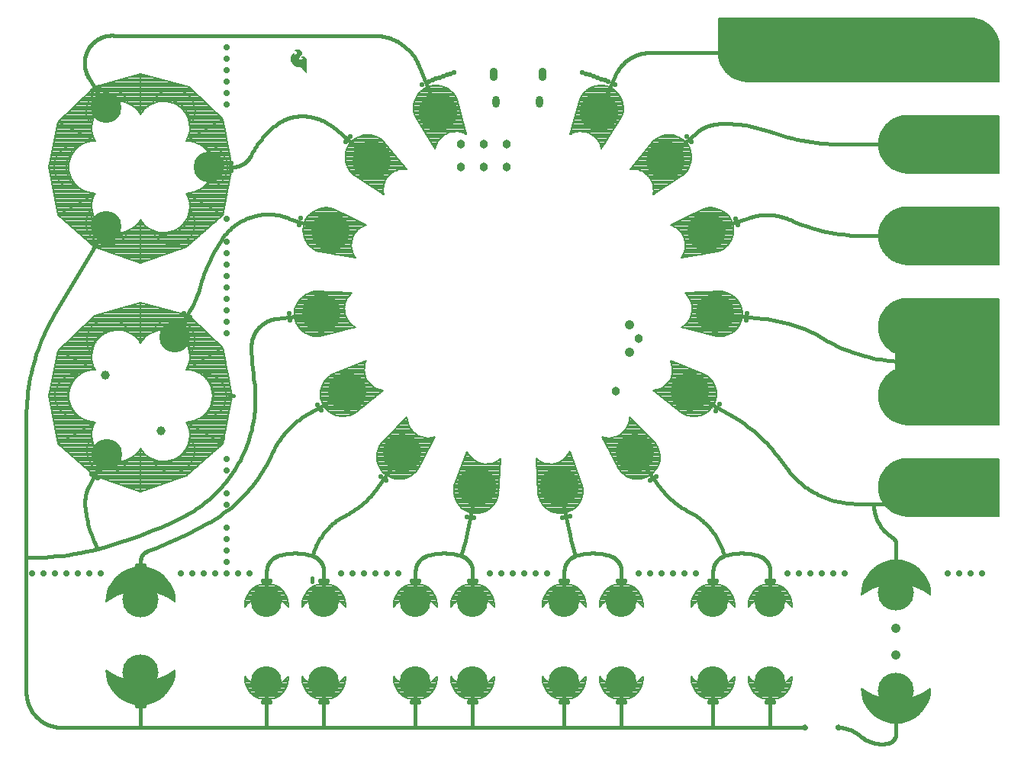
<source format=gbs>
G75*
%MOIN*%
%OFA0B0*%
%FSLAX25Y25*%
%IPPOS*%
%LPD*%
%AMOC8*
5,1,8,0,0,1.08239X$1,22.5*
%
%ADD10C,0.00800*%
%ADD11C,0.02300*%
%ADD12C,0.01600*%
%ADD13C,0.02800*%
%ADD14C,0.00500*%
%ADD15C,0.04146*%
%ADD16C,0.16800*%
%ADD17C,0.03556*%
%ADD18C,0.03398*%
%ADD19C,0.03800*%
%ADD20C,0.13461*%
%ADD21C,0.03950*%
%ADD22C,0.15800*%
%ADD23C,0.00300*%
D10*
X0146077Y0301016D02*
X0147196Y0300127D01*
X0148437Y0299419D01*
X0149772Y0298909D01*
X0151169Y0298609D01*
X0152595Y0298526D01*
X0154022Y0298609D01*
X0155419Y0298909D01*
X0156754Y0299419D01*
X0157995Y0300127D01*
X0159113Y0301016D01*
X0160082Y0302066D01*
X0160880Y0303252D01*
X0161486Y0304546D01*
X0161888Y0305917D01*
X0162075Y0307334D01*
X0162044Y0308762D01*
X0160940Y0307491D01*
X0159667Y0306389D01*
X0158251Y0305480D01*
X0156719Y0304781D01*
X0155103Y0304307D01*
X0153437Y0304068D01*
X0151753Y0304068D01*
X0150087Y0304307D01*
X0148471Y0304781D01*
X0146940Y0305480D01*
X0145523Y0306389D01*
X0144250Y0307491D01*
X0143146Y0308762D01*
X0143115Y0307334D01*
X0143302Y0305917D01*
X0143704Y0304546D01*
X0144311Y0303252D01*
X0145108Y0302066D01*
X0146077Y0301016D01*
X0146440Y0300728D02*
X0158750Y0300728D01*
X0159584Y0301526D02*
X0145607Y0301526D01*
X0144934Y0302325D02*
X0160256Y0302325D01*
X0160793Y0303123D02*
X0144397Y0303123D01*
X0143997Y0303922D02*
X0161194Y0303922D01*
X0161537Y0304720D02*
X0156511Y0304720D01*
X0158311Y0305519D02*
X0161771Y0305519D01*
X0161941Y0306317D02*
X0159555Y0306317D01*
X0160507Y0307116D02*
X0162047Y0307116D01*
X0162063Y0307914D02*
X0161308Y0307914D01*
X0162001Y0308713D02*
X0162045Y0308713D01*
X0168145Y0308713D02*
X0168189Y0308713D01*
X0168146Y0308762D02*
X0169250Y0307491D01*
X0170523Y0306389D01*
X0171940Y0305480D01*
X0173471Y0304781D01*
X0175087Y0304307D01*
X0176753Y0304068D01*
X0178437Y0304068D01*
X0180103Y0304307D01*
X0181719Y0304781D01*
X0183251Y0305480D01*
X0184667Y0306389D01*
X0185940Y0307491D01*
X0187044Y0308762D01*
X0187075Y0307334D01*
X0186888Y0305917D01*
X0186486Y0304546D01*
X0185880Y0303252D01*
X0185082Y0302066D01*
X0184113Y0301016D01*
X0182995Y0300127D01*
X0181754Y0299419D01*
X0180419Y0298909D01*
X0179022Y0298609D01*
X0177595Y0298526D01*
X0176169Y0298609D01*
X0174772Y0298909D01*
X0173437Y0299419D01*
X0172196Y0300127D01*
X0171077Y0301016D01*
X0170108Y0302066D01*
X0169311Y0303252D01*
X0168704Y0304546D01*
X0168302Y0305917D01*
X0168115Y0307334D01*
X0168146Y0308762D01*
X0168128Y0307914D02*
X0168882Y0307914D01*
X0168144Y0307116D02*
X0169683Y0307116D01*
X0170635Y0306317D02*
X0168249Y0306317D01*
X0168419Y0305519D02*
X0171879Y0305519D01*
X0173679Y0304720D02*
X0168653Y0304720D01*
X0168997Y0303922D02*
X0186194Y0303922D01*
X0186537Y0304720D02*
X0181511Y0304720D01*
X0183311Y0305519D02*
X0186771Y0305519D01*
X0186941Y0306317D02*
X0184555Y0306317D01*
X0185507Y0307116D02*
X0187047Y0307116D01*
X0187063Y0307914D02*
X0186308Y0307914D01*
X0187001Y0308713D02*
X0187045Y0308713D01*
X0185793Y0303123D02*
X0169397Y0303123D01*
X0169934Y0302325D02*
X0185256Y0302325D01*
X0184584Y0301526D02*
X0170607Y0301526D01*
X0171440Y0300728D02*
X0183750Y0300728D01*
X0182648Y0299929D02*
X0172542Y0299929D01*
X0174191Y0299130D02*
X0180999Y0299130D01*
X0157648Y0299929D02*
X0147542Y0299929D01*
X0149191Y0299130D02*
X0155999Y0299130D01*
X0148679Y0304720D02*
X0143653Y0304720D01*
X0143419Y0305519D02*
X0146879Y0305519D01*
X0145635Y0306317D02*
X0143249Y0306317D01*
X0143144Y0307116D02*
X0144683Y0307116D01*
X0143882Y0307914D02*
X0143128Y0307914D01*
X0143145Y0308713D02*
X0143189Y0308713D01*
X0143146Y0339038D02*
X0144250Y0340309D01*
X0145523Y0341411D01*
X0146940Y0342320D01*
X0148471Y0343019D01*
X0150087Y0343493D01*
X0151753Y0343732D01*
X0153437Y0343732D01*
X0155103Y0343493D01*
X0156719Y0343019D01*
X0158251Y0342320D01*
X0159667Y0341411D01*
X0160940Y0340309D01*
X0162044Y0339038D01*
X0162075Y0340466D01*
X0161888Y0341883D01*
X0161486Y0343254D01*
X0160880Y0344548D01*
X0160082Y0345734D01*
X0159113Y0346784D01*
X0157995Y0347673D01*
X0156754Y0348381D01*
X0155419Y0348891D01*
X0154022Y0349191D01*
X0152595Y0349274D01*
X0151169Y0349191D01*
X0149772Y0348891D01*
X0148437Y0348381D01*
X0147196Y0347673D01*
X0146077Y0346784D01*
X0145108Y0345734D01*
X0144311Y0344548D01*
X0143704Y0343254D01*
X0143302Y0341883D01*
X0143115Y0340466D01*
X0143146Y0339038D01*
X0143146Y0339056D02*
X0143162Y0339056D01*
X0143128Y0339855D02*
X0143855Y0339855D01*
X0143140Y0340653D02*
X0144647Y0340653D01*
X0145587Y0341452D02*
X0143245Y0341452D01*
X0143410Y0342250D02*
X0146831Y0342250D01*
X0148573Y0343049D02*
X0143644Y0343049D01*
X0143982Y0343847D02*
X0161208Y0343847D01*
X0161546Y0343049D02*
X0156618Y0343049D01*
X0158360Y0342250D02*
X0161780Y0342250D01*
X0161945Y0341452D02*
X0159604Y0341452D01*
X0160543Y0340653D02*
X0162051Y0340653D01*
X0162062Y0339855D02*
X0161335Y0339855D01*
X0162028Y0339056D02*
X0162044Y0339056D01*
X0160814Y0344646D02*
X0144376Y0344646D01*
X0144913Y0345444D02*
X0160277Y0345444D01*
X0159613Y0346243D02*
X0145578Y0346243D01*
X0146401Y0347041D02*
X0158790Y0347041D01*
X0157703Y0347840D02*
X0147487Y0347840D01*
X0149109Y0348638D02*
X0156081Y0348638D01*
X0168704Y0343254D02*
X0169311Y0344548D01*
X0170108Y0345734D01*
X0171077Y0346784D01*
X0172196Y0347673D01*
X0173437Y0348381D01*
X0174772Y0348891D01*
X0176169Y0349191D01*
X0177595Y0349274D01*
X0179022Y0349191D01*
X0180419Y0348891D01*
X0181754Y0348381D01*
X0182995Y0347673D01*
X0184113Y0346784D01*
X0185082Y0345734D01*
X0185880Y0344548D01*
X0186486Y0343254D01*
X0186888Y0341883D01*
X0187075Y0340466D01*
X0187044Y0339038D01*
X0185940Y0340309D01*
X0184667Y0341411D01*
X0183251Y0342320D01*
X0181719Y0343019D01*
X0180103Y0343493D01*
X0178437Y0343732D01*
X0176753Y0343732D01*
X0175087Y0343493D01*
X0173471Y0343019D01*
X0171940Y0342320D01*
X0170523Y0341411D01*
X0169250Y0340309D01*
X0168146Y0339038D01*
X0168115Y0340466D01*
X0168302Y0341883D01*
X0168704Y0343254D01*
X0168644Y0343049D02*
X0173573Y0343049D01*
X0171831Y0342250D02*
X0168410Y0342250D01*
X0168245Y0341452D02*
X0170587Y0341452D01*
X0169647Y0340653D02*
X0168140Y0340653D01*
X0168128Y0339855D02*
X0168855Y0339855D01*
X0168162Y0339056D02*
X0168146Y0339056D01*
X0168982Y0343847D02*
X0186208Y0343847D01*
X0186546Y0343049D02*
X0181618Y0343049D01*
X0183360Y0342250D02*
X0186780Y0342250D01*
X0186945Y0341452D02*
X0184604Y0341452D01*
X0185543Y0340653D02*
X0187051Y0340653D01*
X0187062Y0339855D02*
X0186335Y0339855D01*
X0187028Y0339056D02*
X0187044Y0339056D01*
X0185814Y0344646D02*
X0169376Y0344646D01*
X0169913Y0345444D02*
X0185277Y0345444D01*
X0184613Y0346243D02*
X0170578Y0346243D01*
X0171401Y0347041D02*
X0183790Y0347041D01*
X0182703Y0347840D02*
X0172487Y0347840D01*
X0174109Y0348638D02*
X0181081Y0348638D01*
X0208302Y0341883D02*
X0208704Y0343254D01*
X0209311Y0344548D01*
X0210108Y0345734D01*
X0211077Y0346784D01*
X0212196Y0347673D01*
X0213437Y0348381D01*
X0214772Y0348891D01*
X0216169Y0349191D01*
X0217595Y0349274D01*
X0219022Y0349191D01*
X0220419Y0348891D01*
X0221754Y0348381D01*
X0222995Y0347673D01*
X0224113Y0346784D01*
X0225082Y0345734D01*
X0225880Y0344548D01*
X0226486Y0343254D01*
X0226888Y0341883D01*
X0227075Y0340466D01*
X0227044Y0339038D01*
X0225940Y0340309D01*
X0224667Y0341411D01*
X0223251Y0342320D01*
X0221719Y0343019D01*
X0220103Y0343493D01*
X0218437Y0343732D01*
X0216753Y0343732D01*
X0215087Y0343493D01*
X0213471Y0343019D01*
X0211940Y0342320D01*
X0210523Y0341411D01*
X0209250Y0340309D01*
X0208146Y0339038D01*
X0208115Y0340466D01*
X0208302Y0341883D01*
X0208410Y0342250D02*
X0211831Y0342250D01*
X0210587Y0341452D02*
X0208245Y0341452D01*
X0208140Y0340653D02*
X0209647Y0340653D01*
X0208855Y0339855D02*
X0208128Y0339855D01*
X0208146Y0339056D02*
X0208162Y0339056D01*
X0208644Y0343049D02*
X0213573Y0343049D01*
X0209913Y0345444D02*
X0225277Y0345444D01*
X0225814Y0344646D02*
X0209376Y0344646D01*
X0208982Y0343847D02*
X0226208Y0343847D01*
X0226546Y0343049D02*
X0221618Y0343049D01*
X0223360Y0342250D02*
X0226780Y0342250D01*
X0226945Y0341452D02*
X0224604Y0341452D01*
X0225543Y0340653D02*
X0227051Y0340653D01*
X0227062Y0339855D02*
X0226335Y0339855D01*
X0227028Y0339056D02*
X0227044Y0339056D01*
X0224613Y0346243D02*
X0210578Y0346243D01*
X0211401Y0347041D02*
X0223790Y0347041D01*
X0222703Y0347840D02*
X0212487Y0347840D01*
X0214109Y0348638D02*
X0221081Y0348638D01*
X0233704Y0343254D02*
X0234311Y0344548D01*
X0235108Y0345734D01*
X0236077Y0346784D01*
X0237196Y0347673D01*
X0238437Y0348381D01*
X0239772Y0348891D01*
X0241169Y0349191D01*
X0242595Y0349274D01*
X0244022Y0349191D01*
X0245419Y0348891D01*
X0246754Y0348381D01*
X0247995Y0347673D01*
X0249113Y0346784D01*
X0250082Y0345734D01*
X0250880Y0344548D01*
X0251486Y0343254D01*
X0251888Y0341883D01*
X0252075Y0340466D01*
X0252044Y0339038D01*
X0250940Y0340309D01*
X0249667Y0341411D01*
X0248251Y0342320D01*
X0246719Y0343019D01*
X0245103Y0343493D01*
X0243437Y0343732D01*
X0241753Y0343732D01*
X0240087Y0343493D01*
X0238471Y0343019D01*
X0236940Y0342320D01*
X0235523Y0341411D01*
X0234250Y0340309D01*
X0233146Y0339038D01*
X0233115Y0340466D01*
X0233302Y0341883D01*
X0233704Y0343254D01*
X0233644Y0343049D02*
X0238573Y0343049D01*
X0236831Y0342250D02*
X0233410Y0342250D01*
X0233245Y0341452D02*
X0235587Y0341452D01*
X0234647Y0340653D02*
X0233140Y0340653D01*
X0233128Y0339855D02*
X0233855Y0339855D01*
X0233162Y0339056D02*
X0233146Y0339056D01*
X0233982Y0343847D02*
X0251208Y0343847D01*
X0251546Y0343049D02*
X0246618Y0343049D01*
X0248360Y0342250D02*
X0251780Y0342250D01*
X0251945Y0341452D02*
X0249604Y0341452D01*
X0250543Y0340653D02*
X0252051Y0340653D01*
X0252062Y0339855D02*
X0251335Y0339855D01*
X0252028Y0339056D02*
X0252044Y0339056D01*
X0250814Y0344646D02*
X0234376Y0344646D01*
X0234913Y0345444D02*
X0250277Y0345444D01*
X0249613Y0346243D02*
X0235578Y0346243D01*
X0236401Y0347041D02*
X0248790Y0347041D01*
X0247703Y0347840D02*
X0237487Y0347840D01*
X0239109Y0348638D02*
X0246081Y0348638D01*
X0245269Y0380024D02*
X0243695Y0379952D01*
X0242129Y0380127D01*
X0240628Y0380604D01*
X0239219Y0381310D01*
X0237939Y0382228D01*
X0236817Y0383335D01*
X0235883Y0384604D01*
X0235158Y0386003D01*
X0234661Y0387498D01*
X0234405Y0389053D01*
X0234394Y0390628D01*
X0234630Y0392186D01*
X0240215Y0407099D01*
X0240890Y0405804D01*
X0241763Y0404634D01*
X0242811Y0403618D01*
X0244008Y0402782D01*
X0245322Y0402148D01*
X0246722Y0401731D01*
X0248169Y0401543D01*
X0249628Y0401587D01*
X0251062Y0401864D01*
X0252432Y0402366D01*
X0253706Y0403080D01*
X0254849Y0403988D01*
X0253885Y0388093D01*
X0253467Y0386574D01*
X0252817Y0385139D01*
X0251950Y0383823D01*
X0250888Y0382659D01*
X0249657Y0381676D01*
X0248287Y0380897D01*
X0246813Y0380342D01*
X0245269Y0380024D01*
X0247442Y0380579D02*
X0240708Y0380579D01*
X0239126Y0381377D02*
X0249132Y0381377D01*
X0250283Y0382176D02*
X0238012Y0382176D01*
X0237183Y0382974D02*
X0251176Y0382974D01*
X0251904Y0383773D02*
X0236495Y0383773D01*
X0235907Y0384571D02*
X0252443Y0384571D01*
X0252922Y0385370D02*
X0235486Y0385370D01*
X0235103Y0386168D02*
X0253283Y0386168D01*
X0253575Y0386967D02*
X0234838Y0386967D01*
X0234617Y0387765D02*
X0253795Y0387765D01*
X0253914Y0388564D02*
X0234485Y0388564D01*
X0234403Y0389362D02*
X0253962Y0389362D01*
X0254010Y0390161D02*
X0234397Y0390161D01*
X0234444Y0390959D02*
X0254059Y0390959D01*
X0254107Y0391758D02*
X0234565Y0391758D01*
X0234769Y0392556D02*
X0254156Y0392556D01*
X0254204Y0393355D02*
X0235068Y0393355D01*
X0235367Y0394153D02*
X0254253Y0394153D01*
X0254301Y0394952D02*
X0235666Y0394952D01*
X0235965Y0395750D02*
X0254349Y0395750D01*
X0254398Y0396549D02*
X0236264Y0396549D01*
X0236563Y0397347D02*
X0254446Y0397347D01*
X0254495Y0398146D02*
X0236862Y0398146D01*
X0237161Y0398944D02*
X0254543Y0398944D01*
X0254591Y0399743D02*
X0237460Y0399743D01*
X0237759Y0400541D02*
X0254640Y0400541D01*
X0254688Y0401340D02*
X0238058Y0401340D01*
X0238357Y0402138D02*
X0245354Y0402138D01*
X0243786Y0402937D02*
X0238656Y0402937D01*
X0238956Y0403735D02*
X0242690Y0403735D01*
X0241866Y0404534D02*
X0239255Y0404534D01*
X0239554Y0405332D02*
X0241242Y0405332D01*
X0240720Y0406131D02*
X0239853Y0406131D01*
X0240152Y0406930D02*
X0240303Y0406930D01*
X0251810Y0402138D02*
X0254737Y0402138D01*
X0254785Y0402937D02*
X0253450Y0402937D01*
X0254530Y0403735D02*
X0254833Y0403735D01*
X0270341Y0403988D02*
X0271305Y0388093D01*
X0271723Y0386574D01*
X0272373Y0385139D01*
X0273240Y0383823D01*
X0274302Y0382659D01*
X0275533Y0381676D01*
X0276903Y0380897D01*
X0278378Y0380342D01*
X0279921Y0380024D01*
X0281495Y0379952D01*
X0283061Y0380127D01*
X0284562Y0380604D01*
X0285971Y0381310D01*
X0287252Y0382228D01*
X0288373Y0383335D01*
X0289308Y0384603D01*
X0290032Y0386003D01*
X0290529Y0387498D01*
X0290786Y0389053D01*
X0290796Y0390628D01*
X0290560Y0392186D01*
X0284975Y0407099D01*
X0284300Y0405804D01*
X0283427Y0404634D01*
X0282379Y0403618D01*
X0281183Y0402782D01*
X0279868Y0402148D01*
X0278469Y0401731D01*
X0277021Y0401543D01*
X0275562Y0401587D01*
X0274129Y0401864D01*
X0272758Y0402366D01*
X0271485Y0403080D01*
X0270341Y0403988D01*
X0270357Y0403735D02*
X0270660Y0403735D01*
X0270405Y0402937D02*
X0271740Y0402937D01*
X0270454Y0402138D02*
X0273380Y0402138D01*
X0270502Y0401340D02*
X0287132Y0401340D01*
X0286833Y0402138D02*
X0279837Y0402138D01*
X0281404Y0402937D02*
X0286534Y0402937D01*
X0286235Y0403735D02*
X0282500Y0403735D01*
X0283324Y0404534D02*
X0285936Y0404534D01*
X0285637Y0405332D02*
X0283948Y0405332D01*
X0284471Y0406131D02*
X0285338Y0406131D01*
X0285039Y0406930D02*
X0284887Y0406930D01*
X0287431Y0400541D02*
X0270550Y0400541D01*
X0270599Y0399743D02*
X0287730Y0399743D01*
X0288029Y0398944D02*
X0270647Y0398944D01*
X0270696Y0398146D02*
X0288328Y0398146D01*
X0288627Y0397347D02*
X0270744Y0397347D01*
X0270793Y0396549D02*
X0288926Y0396549D01*
X0289225Y0395750D02*
X0270841Y0395750D01*
X0270889Y0394952D02*
X0289524Y0394952D01*
X0289823Y0394153D02*
X0270938Y0394153D01*
X0270986Y0393355D02*
X0290122Y0393355D01*
X0290421Y0392556D02*
X0271035Y0392556D01*
X0271083Y0391758D02*
X0290625Y0391758D01*
X0290746Y0390959D02*
X0271131Y0390959D01*
X0271180Y0390161D02*
X0290793Y0390161D01*
X0290788Y0389362D02*
X0271228Y0389362D01*
X0271277Y0388564D02*
X0290705Y0388564D01*
X0290573Y0387765D02*
X0271395Y0387765D01*
X0271615Y0386967D02*
X0290353Y0386967D01*
X0290087Y0386168D02*
X0271907Y0386168D01*
X0272269Y0385370D02*
X0289705Y0385370D01*
X0289284Y0384571D02*
X0272747Y0384571D01*
X0273286Y0383773D02*
X0288696Y0383773D01*
X0288008Y0382974D02*
X0274015Y0382974D01*
X0274908Y0382176D02*
X0287179Y0382176D01*
X0286064Y0381377D02*
X0276058Y0381377D01*
X0277749Y0380579D02*
X0284482Y0380579D01*
X0306736Y0398944D02*
X0322547Y0398944D01*
X0322625Y0399039D02*
X0321625Y0397821D01*
X0320447Y0396775D01*
X0319088Y0395978D01*
X0317621Y0395404D01*
X0316082Y0395066D01*
X0314509Y0394973D01*
X0312941Y0395128D01*
X0311416Y0395526D01*
X0309973Y0396157D01*
X0308646Y0397006D01*
X0307468Y0398053D01*
X0306468Y0399271D01*
X0299123Y0413400D01*
X0300536Y0413035D01*
X0301990Y0412901D01*
X0303446Y0413000D01*
X0304868Y0413330D01*
X0306219Y0413882D01*
X0307465Y0414643D01*
X0308574Y0415593D01*
X0309517Y0416707D01*
X0310270Y0417958D01*
X0310814Y0419312D01*
X0311136Y0420736D01*
X0311226Y0422193D01*
X0322394Y0410841D01*
X0323243Y0409514D01*
X0323874Y0408071D01*
X0324272Y0406546D01*
X0324426Y0404978D01*
X0324334Y0403405D01*
X0323996Y0401866D01*
X0323422Y0400399D01*
X0322625Y0399039D01*
X0323037Y0399743D02*
X0306223Y0399743D01*
X0305807Y0400541D02*
X0323478Y0400541D01*
X0323790Y0401340D02*
X0305392Y0401340D01*
X0304977Y0402138D02*
X0324056Y0402138D01*
X0324231Y0402937D02*
X0304562Y0402937D01*
X0304147Y0403735D02*
X0324353Y0403735D01*
X0324400Y0404534D02*
X0303732Y0404534D01*
X0303317Y0405332D02*
X0324392Y0405332D01*
X0324313Y0406131D02*
X0302901Y0406131D01*
X0302486Y0406930D02*
X0324172Y0406930D01*
X0323964Y0407728D02*
X0302071Y0407728D01*
X0301656Y0408527D02*
X0323675Y0408527D01*
X0323326Y0409325D02*
X0301241Y0409325D01*
X0300826Y0410124D02*
X0322853Y0410124D01*
X0322314Y0410922D02*
X0300411Y0410922D01*
X0299995Y0411721D02*
X0321528Y0411721D01*
X0320743Y0412519D02*
X0299580Y0412519D01*
X0299440Y0413318D02*
X0299165Y0413318D01*
X0304816Y0413318D02*
X0319957Y0413318D01*
X0319172Y0414116D02*
X0306602Y0414116D01*
X0307782Y0414915D02*
X0318386Y0414915D01*
X0317601Y0415713D02*
X0308676Y0415713D01*
X0309351Y0416512D02*
X0316815Y0416512D01*
X0316030Y0417310D02*
X0309880Y0417310D01*
X0310331Y0418109D02*
X0315244Y0418109D01*
X0314459Y0418907D02*
X0310652Y0418907D01*
X0310903Y0419706D02*
X0313673Y0419706D01*
X0312888Y0420504D02*
X0311083Y0420504D01*
X0311171Y0421303D02*
X0312102Y0421303D01*
X0311316Y0422101D02*
X0311220Y0422101D01*
X0321591Y0433698D02*
X0334048Y0423779D01*
X0335456Y0423073D01*
X0336958Y0422596D01*
X0338516Y0422360D01*
X0340091Y0422370D01*
X0341646Y0422627D01*
X0343141Y0423123D01*
X0344540Y0423848D01*
X0345809Y0424782D01*
X0346916Y0425904D01*
X0347834Y0427184D01*
X0348484Y0428620D01*
X0348902Y0430139D01*
X0349077Y0431705D01*
X0349005Y0433279D01*
X0348687Y0434822D01*
X0348132Y0436297D01*
X0347353Y0437667D01*
X0346370Y0438898D01*
X0345206Y0439960D01*
X0343890Y0440826D01*
X0329071Y0446655D01*
X0329581Y0445287D01*
X0329867Y0443855D01*
X0329920Y0442397D01*
X0329741Y0440948D01*
X0329333Y0439546D01*
X0328706Y0438228D01*
X0327878Y0437026D01*
X0326868Y0435972D01*
X0325703Y0435092D01*
X0324413Y0434409D01*
X0323030Y0433940D01*
X0321591Y0433698D01*
X0322116Y0433280D02*
X0349004Y0433280D01*
X0349041Y0432482D02*
X0323118Y0432482D01*
X0324121Y0431683D02*
X0349074Y0431683D01*
X0348985Y0430885D02*
X0325124Y0430885D01*
X0326127Y0430086D02*
X0348887Y0430086D01*
X0348668Y0429288D02*
X0327129Y0429288D01*
X0328132Y0428489D02*
X0348425Y0428489D01*
X0348063Y0427691D02*
X0329135Y0427691D01*
X0330138Y0426892D02*
X0347624Y0426892D01*
X0347052Y0426094D02*
X0331140Y0426094D01*
X0332143Y0425295D02*
X0346315Y0425295D01*
X0345421Y0424497D02*
X0333146Y0424497D01*
X0334208Y0423698D02*
X0344251Y0423698D01*
X0342468Y0422900D02*
X0336001Y0422900D01*
X0326476Y0435676D02*
X0348366Y0435676D01*
X0348666Y0434877D02*
X0325298Y0434877D01*
X0323439Y0434079D02*
X0348840Y0434079D01*
X0348031Y0436474D02*
X0327349Y0436474D01*
X0328048Y0437273D02*
X0347577Y0437273D01*
X0347030Y0438071D02*
X0328598Y0438071D01*
X0329011Y0438870D02*
X0346392Y0438870D01*
X0345525Y0439668D02*
X0329368Y0439668D01*
X0329601Y0440467D02*
X0344436Y0440467D01*
X0342774Y0441266D02*
X0329780Y0441266D01*
X0329879Y0442064D02*
X0340744Y0442064D01*
X0338713Y0442863D02*
X0329903Y0442863D01*
X0329874Y0443661D02*
X0336683Y0443661D01*
X0334653Y0444460D02*
X0329746Y0444460D01*
X0329587Y0445258D02*
X0332622Y0445258D01*
X0330592Y0446057D02*
X0329294Y0446057D01*
X0340651Y0459631D02*
X0356898Y0459631D01*
X0356682Y0459435D02*
X0355367Y0458568D01*
X0353932Y0457918D01*
X0352412Y0457500D01*
X0350846Y0457325D01*
X0349272Y0457397D01*
X0333858Y0461392D01*
X0335074Y0462199D01*
X0336147Y0463189D01*
X0337048Y0464338D01*
X0337754Y0465615D01*
X0338248Y0466989D01*
X0338516Y0468424D01*
X0338552Y0469883D01*
X0338355Y0471330D01*
X0337930Y0472726D01*
X0337287Y0474037D01*
X0336444Y0475229D01*
X0335421Y0476271D01*
X0351330Y0476974D01*
X0352885Y0476717D01*
X0354380Y0476220D01*
X0355779Y0475496D01*
X0357048Y0474561D01*
X0358155Y0473440D01*
X0359072Y0472159D01*
X0359778Y0470751D01*
X0360255Y0469249D01*
X0360492Y0467691D01*
X0360481Y0466115D01*
X0360164Y0464572D01*
X0359609Y0463097D01*
X0358830Y0461728D01*
X0357846Y0460497D01*
X0356682Y0459435D01*
X0355768Y0458833D02*
X0343732Y0458833D01*
X0346813Y0458034D02*
X0354189Y0458034D01*
X0357773Y0460430D02*
X0337571Y0460430D01*
X0335753Y0462825D02*
X0359454Y0462825D01*
X0359807Y0463624D02*
X0336488Y0463624D01*
X0337095Y0464422D02*
X0360108Y0464422D01*
X0360297Y0465221D02*
X0337536Y0465221D01*
X0337899Y0466019D02*
X0360462Y0466019D01*
X0360486Y0466818D02*
X0338186Y0466818D01*
X0338365Y0467616D02*
X0360491Y0467616D01*
X0360382Y0468415D02*
X0338514Y0468415D01*
X0338535Y0469213D02*
X0360261Y0469213D01*
X0360013Y0470012D02*
X0338534Y0470012D01*
X0338426Y0470810D02*
X0359748Y0470810D01*
X0359348Y0471609D02*
X0338270Y0471609D01*
X0338027Y0472407D02*
X0358894Y0472407D01*
X0358322Y0473206D02*
X0337694Y0473206D01*
X0337303Y0474004D02*
X0357597Y0474004D01*
X0356720Y0474803D02*
X0336745Y0474803D01*
X0336078Y0475601D02*
X0355575Y0475601D01*
X0353840Y0476400D02*
X0338344Y0476400D01*
X0334815Y0462027D02*
X0359000Y0462027D01*
X0358431Y0461228D02*
X0334490Y0461228D01*
X0333797Y0491676D02*
X0349504Y0494296D01*
X0350972Y0494870D01*
X0352331Y0495667D01*
X0353549Y0496667D01*
X0354595Y0497845D01*
X0355445Y0499172D01*
X0356076Y0500615D01*
X0356474Y0502140D01*
X0356628Y0503708D01*
X0356536Y0505281D01*
X0356198Y0506820D01*
X0355567Y0508263D01*
X0354717Y0509590D01*
X0353671Y0510768D01*
X0352453Y0511768D01*
X0351093Y0512565D01*
X0349626Y0513139D01*
X0348087Y0513477D01*
X0346514Y0513570D01*
X0344946Y0513415D01*
X0343421Y0513017D01*
X0329174Y0505904D01*
X0330532Y0505368D01*
X0331787Y0504623D01*
X0332907Y0503687D01*
X0333863Y0502584D01*
X0334632Y0501343D01*
X0335193Y0499995D01*
X0335531Y0498575D01*
X0335639Y0497119D01*
X0335513Y0495664D01*
X0335158Y0494249D01*
X0334581Y0492908D01*
X0333797Y0491676D01*
X0334239Y0492370D02*
X0337959Y0492370D01*
X0335036Y0493967D02*
X0347534Y0493967D01*
X0350705Y0494766D02*
X0335288Y0494766D01*
X0335488Y0495564D02*
X0352155Y0495564D01*
X0353178Y0496363D02*
X0335574Y0496363D01*
X0335636Y0497161D02*
X0353988Y0497161D01*
X0354669Y0497960D02*
X0335577Y0497960D01*
X0335487Y0498758D02*
X0355180Y0498758D01*
X0355613Y0499557D02*
X0335297Y0499557D01*
X0335042Y0500355D02*
X0355962Y0500355D01*
X0356217Y0501154D02*
X0334710Y0501154D01*
X0334254Y0501952D02*
X0356425Y0501952D01*
X0356534Y0502751D02*
X0333718Y0502751D01*
X0333026Y0503549D02*
X0356613Y0503549D01*
X0356591Y0504348D02*
X0332116Y0504348D01*
X0330906Y0505146D02*
X0356544Y0505146D01*
X0356390Y0505945D02*
X0329255Y0505945D01*
X0330855Y0506743D02*
X0356215Y0506743D01*
X0355882Y0507542D02*
X0332454Y0507542D01*
X0334053Y0508340D02*
X0355517Y0508340D01*
X0355006Y0509139D02*
X0335653Y0509139D01*
X0337252Y0509937D02*
X0354409Y0509937D01*
X0353699Y0510736D02*
X0338852Y0510736D01*
X0340451Y0511534D02*
X0352737Y0511534D01*
X0351488Y0512333D02*
X0342050Y0512333D01*
X0343859Y0513132D02*
X0349645Y0513132D01*
X0342747Y0493169D02*
X0334693Y0493169D01*
X0321438Y0519317D02*
X0334721Y0528099D01*
X0335828Y0529221D01*
X0336746Y0530502D01*
X0337452Y0531910D01*
X0337929Y0533412D01*
X0338165Y0534970D01*
X0338155Y0536545D01*
X0337898Y0538100D01*
X0337401Y0539595D01*
X0336677Y0540994D01*
X0335742Y0542263D01*
X0334578Y0543325D01*
X0333263Y0544192D01*
X0331827Y0544842D01*
X0330308Y0545260D01*
X0328742Y0545435D01*
X0327168Y0545363D01*
X0325625Y0545045D01*
X0324150Y0544490D01*
X0322781Y0543712D01*
X0321550Y0542728D01*
X0311427Y0530435D01*
X0312886Y0530498D01*
X0314335Y0530327D01*
X0315739Y0529927D01*
X0317062Y0529309D01*
X0318268Y0528488D01*
X0319329Y0527484D01*
X0320216Y0526325D01*
X0320907Y0525039D01*
X0321383Y0523659D01*
X0321634Y0522221D01*
X0321652Y0520761D01*
X0321438Y0519317D01*
X0321468Y0519520D02*
X0321744Y0519520D01*
X0321586Y0520318D02*
X0322952Y0520318D01*
X0324159Y0521117D02*
X0321648Y0521117D01*
X0321638Y0521915D02*
X0325367Y0521915D01*
X0326575Y0522714D02*
X0321548Y0522714D01*
X0321409Y0523512D02*
X0327783Y0523512D01*
X0328991Y0524311D02*
X0321158Y0524311D01*
X0320869Y0525109D02*
X0330199Y0525109D01*
X0331406Y0525908D02*
X0320440Y0525908D01*
X0319924Y0526706D02*
X0332614Y0526706D01*
X0333822Y0527505D02*
X0319307Y0527505D01*
X0318463Y0528303D02*
X0334923Y0528303D01*
X0335711Y0529102D02*
X0317366Y0529102D01*
X0315797Y0529900D02*
X0336315Y0529900D01*
X0336845Y0530699D02*
X0311644Y0530699D01*
X0312302Y0531497D02*
X0337245Y0531497D01*
X0337574Y0532296D02*
X0312959Y0532296D01*
X0313617Y0533094D02*
X0337828Y0533094D01*
X0338002Y0533893D02*
X0314274Y0533893D01*
X0314932Y0534691D02*
X0338123Y0534691D01*
X0338162Y0535490D02*
X0315589Y0535490D01*
X0316247Y0536288D02*
X0338156Y0536288D01*
X0338065Y0537087D02*
X0316904Y0537087D01*
X0317562Y0537885D02*
X0337933Y0537885D01*
X0337704Y0538684D02*
X0318219Y0538684D01*
X0318877Y0539482D02*
X0337439Y0539482D01*
X0337046Y0540281D02*
X0319534Y0540281D01*
X0320192Y0541079D02*
X0336614Y0541079D01*
X0336026Y0541878D02*
X0320849Y0541878D01*
X0321507Y0542676D02*
X0335289Y0542676D01*
X0334351Y0543475D02*
X0322484Y0543475D01*
X0323769Y0544273D02*
X0333083Y0544273D01*
X0330992Y0545072D02*
X0325754Y0545072D01*
X0308012Y0554440D02*
X0308329Y0555983D01*
X0308402Y0557557D01*
X0308227Y0559123D01*
X0307809Y0560642D01*
X0307158Y0562078D01*
X0306292Y0563393D01*
X0305230Y0564557D01*
X0303999Y0565541D01*
X0302629Y0566320D01*
X0301134Y0566817D01*
X0299579Y0567073D01*
X0298004Y0567084D01*
X0296446Y0566847D01*
X0294944Y0566370D01*
X0293535Y0565664D01*
X0292255Y0564746D01*
X0291133Y0563640D01*
X0290199Y0562371D01*
X0289474Y0560972D01*
X0285227Y0545625D01*
X0286534Y0546275D01*
X0287928Y0546709D01*
X0289373Y0546915D01*
X0290832Y0546888D01*
X0292269Y0546628D01*
X0293646Y0546143D01*
X0294928Y0545444D01*
X0296082Y0544550D01*
X0297078Y0543484D01*
X0297892Y0542272D01*
X0298503Y0540946D01*
X0298894Y0539540D01*
X0307457Y0552965D01*
X0308012Y0554440D01*
X0308056Y0554654D02*
X0287726Y0554654D01*
X0287505Y0553856D02*
X0307792Y0553856D01*
X0307492Y0553057D02*
X0287284Y0553057D01*
X0287063Y0552259D02*
X0307006Y0552259D01*
X0306497Y0551460D02*
X0286842Y0551460D01*
X0286621Y0550662D02*
X0305988Y0550662D01*
X0305479Y0549863D02*
X0286400Y0549863D01*
X0286179Y0549065D02*
X0304969Y0549065D01*
X0304460Y0548266D02*
X0285958Y0548266D01*
X0285737Y0547468D02*
X0303951Y0547468D01*
X0303441Y0546669D02*
X0292042Y0546669D01*
X0294145Y0545870D02*
X0302932Y0545870D01*
X0302423Y0545072D02*
X0295408Y0545072D01*
X0296340Y0544273D02*
X0301913Y0544273D01*
X0301404Y0543475D02*
X0297084Y0543475D01*
X0297621Y0542676D02*
X0300895Y0542676D01*
X0300385Y0541878D02*
X0298074Y0541878D01*
X0298441Y0541079D02*
X0299876Y0541079D01*
X0299367Y0540281D02*
X0298688Y0540281D01*
X0308220Y0555453D02*
X0287947Y0555453D01*
X0288168Y0556251D02*
X0308342Y0556251D01*
X0308378Y0557050D02*
X0288389Y0557050D01*
X0288610Y0557848D02*
X0308369Y0557848D01*
X0308280Y0558647D02*
X0288831Y0558647D01*
X0289052Y0559445D02*
X0308138Y0559445D01*
X0307918Y0560244D02*
X0289273Y0560244D01*
X0289510Y0561042D02*
X0307628Y0561042D01*
X0307266Y0561841D02*
X0289924Y0561841D01*
X0290396Y0562639D02*
X0306788Y0562639D01*
X0306251Y0563438D02*
X0290984Y0563438D01*
X0291738Y0564236D02*
X0305523Y0564236D01*
X0304632Y0565035D02*
X0292657Y0565035D01*
X0293873Y0565833D02*
X0303485Y0565833D01*
X0301690Y0566632D02*
X0295767Y0566632D01*
X0287800Y0546669D02*
X0285516Y0546669D01*
X0285721Y0545870D02*
X0285295Y0545870D01*
X0239964Y0545625D02*
X0235716Y0560972D01*
X0234992Y0562371D01*
X0234057Y0563640D01*
X0232936Y0564746D01*
X0231655Y0565664D01*
X0230246Y0566370D01*
X0228744Y0566847D01*
X0227187Y0567083D01*
X0225611Y0567073D01*
X0224056Y0566817D01*
X0222561Y0566320D01*
X0221191Y0565541D01*
X0219961Y0564557D01*
X0218899Y0563393D01*
X0218032Y0562078D01*
X0217381Y0560642D01*
X0216964Y0559123D01*
X0216789Y0557557D01*
X0216861Y0555983D01*
X0217178Y0554440D01*
X0217733Y0552965D01*
X0226296Y0539540D01*
X0226687Y0540946D01*
X0227298Y0542272D01*
X0228112Y0543484D01*
X0229109Y0544550D01*
X0230263Y0545444D01*
X0231545Y0546143D01*
X0232921Y0546628D01*
X0234358Y0546888D01*
X0235817Y0546915D01*
X0237263Y0546709D01*
X0238657Y0546275D01*
X0239964Y0545625D01*
X0239895Y0545870D02*
X0239469Y0545870D01*
X0239674Y0546669D02*
X0237390Y0546669D01*
X0239454Y0547468D02*
X0221240Y0547468D01*
X0220730Y0548266D02*
X0239233Y0548266D01*
X0239012Y0549065D02*
X0220221Y0549065D01*
X0219712Y0549863D02*
X0238791Y0549863D01*
X0238570Y0550662D02*
X0219202Y0550662D01*
X0218693Y0551460D02*
X0238349Y0551460D01*
X0238128Y0552259D02*
X0218184Y0552259D01*
X0217698Y0553057D02*
X0237907Y0553057D01*
X0237686Y0553856D02*
X0217398Y0553856D01*
X0217134Y0554654D02*
X0237465Y0554654D01*
X0237244Y0555453D02*
X0216970Y0555453D01*
X0216848Y0556251D02*
X0237023Y0556251D01*
X0236802Y0557050D02*
X0216812Y0557050D01*
X0216821Y0557848D02*
X0236581Y0557848D01*
X0236360Y0558647D02*
X0216910Y0558647D01*
X0217052Y0559445D02*
X0236139Y0559445D01*
X0235918Y0560244D02*
X0217272Y0560244D01*
X0217563Y0561042D02*
X0235680Y0561042D01*
X0235266Y0561841D02*
X0217924Y0561841D01*
X0218402Y0562639D02*
X0234794Y0562639D01*
X0234206Y0563438D02*
X0218939Y0563438D01*
X0219667Y0564236D02*
X0233452Y0564236D01*
X0232533Y0565035D02*
X0220558Y0565035D01*
X0221705Y0565833D02*
X0231317Y0565833D01*
X0229423Y0566632D02*
X0223500Y0566632D01*
X0221749Y0546669D02*
X0233148Y0546669D01*
X0231045Y0545870D02*
X0222258Y0545870D01*
X0222768Y0545072D02*
X0229782Y0545072D01*
X0228850Y0544273D02*
X0223277Y0544273D01*
X0223786Y0543475D02*
X0228106Y0543475D01*
X0227569Y0542676D02*
X0224296Y0542676D01*
X0224805Y0541878D02*
X0227116Y0541878D01*
X0226749Y0541079D02*
X0225314Y0541079D01*
X0225823Y0540281D02*
X0226502Y0540281D01*
X0213763Y0530435D02*
X0203641Y0542728D01*
X0202410Y0543712D01*
X0201040Y0544490D01*
X0199565Y0545045D01*
X0198022Y0545363D01*
X0196448Y0545435D01*
X0194882Y0545260D01*
X0193363Y0544842D01*
X0191928Y0544192D01*
X0190612Y0543325D01*
X0189448Y0542263D01*
X0188513Y0540994D01*
X0187789Y0539595D01*
X0187292Y0538100D01*
X0187035Y0536545D01*
X0187025Y0534970D01*
X0187261Y0533412D01*
X0187738Y0531910D01*
X0188444Y0530502D01*
X0189362Y0529221D01*
X0190469Y0528099D01*
X0203753Y0519317D01*
X0203538Y0520761D01*
X0203556Y0522221D01*
X0203807Y0523659D01*
X0204284Y0525039D01*
X0204974Y0526325D01*
X0205861Y0527484D01*
X0206922Y0528488D01*
X0208129Y0529309D01*
X0209451Y0529927D01*
X0210855Y0530327D01*
X0212305Y0530498D01*
X0213763Y0530435D01*
X0213546Y0530699D02*
X0188346Y0530699D01*
X0187945Y0531497D02*
X0212889Y0531497D01*
X0212231Y0532296D02*
X0187616Y0532296D01*
X0187362Y0533094D02*
X0211574Y0533094D01*
X0210916Y0533893D02*
X0187188Y0533893D01*
X0187067Y0534691D02*
X0210259Y0534691D01*
X0209601Y0535490D02*
X0187029Y0535490D01*
X0187034Y0536288D02*
X0208944Y0536288D01*
X0208286Y0537087D02*
X0187125Y0537087D01*
X0187257Y0537885D02*
X0207628Y0537885D01*
X0206971Y0538684D02*
X0187486Y0538684D01*
X0187751Y0539482D02*
X0206313Y0539482D01*
X0205656Y0540281D02*
X0188144Y0540281D01*
X0188576Y0541079D02*
X0204998Y0541079D01*
X0204341Y0541878D02*
X0189164Y0541878D01*
X0189901Y0542676D02*
X0203683Y0542676D01*
X0202706Y0543475D02*
X0190839Y0543475D01*
X0192108Y0544273D02*
X0201421Y0544273D01*
X0199435Y0545072D02*
X0194199Y0545072D01*
X0188875Y0529900D02*
X0209393Y0529900D01*
X0207824Y0529102D02*
X0189480Y0529102D01*
X0190268Y0528303D02*
X0206727Y0528303D01*
X0205883Y0527505D02*
X0191368Y0527505D01*
X0192576Y0526706D02*
X0205266Y0526706D01*
X0204750Y0525908D02*
X0193784Y0525908D01*
X0194992Y0525109D02*
X0204322Y0525109D01*
X0204032Y0524311D02*
X0196200Y0524311D01*
X0197407Y0523512D02*
X0203781Y0523512D01*
X0203642Y0522714D02*
X0198615Y0522714D01*
X0199823Y0521915D02*
X0203552Y0521915D01*
X0203542Y0521117D02*
X0201031Y0521117D01*
X0202239Y0520318D02*
X0203604Y0520318D01*
X0203723Y0519520D02*
X0203447Y0519520D01*
X0196016Y0505904D02*
X0181769Y0513017D01*
X0180244Y0513415D01*
X0178676Y0513569D01*
X0177103Y0513477D01*
X0175564Y0513139D01*
X0174097Y0512564D01*
X0172738Y0511768D01*
X0171520Y0510768D01*
X0170473Y0509590D01*
X0169624Y0508263D01*
X0168992Y0506820D01*
X0168655Y0505281D01*
X0168562Y0503708D01*
X0168716Y0502140D01*
X0169114Y0500615D01*
X0169745Y0499172D01*
X0170595Y0497845D01*
X0171641Y0496667D01*
X0172859Y0495667D01*
X0174219Y0494870D01*
X0175686Y0494296D01*
X0191393Y0491676D01*
X0190610Y0492908D01*
X0190033Y0494249D01*
X0189677Y0495664D01*
X0189551Y0497119D01*
X0189659Y0498575D01*
X0189998Y0499995D01*
X0190558Y0501343D01*
X0191327Y0502584D01*
X0192283Y0503687D01*
X0193403Y0504623D01*
X0194658Y0505368D01*
X0196016Y0505904D01*
X0195935Y0505945D02*
X0168800Y0505945D01*
X0168647Y0505146D02*
X0194285Y0505146D01*
X0193075Y0504348D02*
X0168599Y0504348D01*
X0168577Y0503549D02*
X0192164Y0503549D01*
X0191472Y0502751D02*
X0168656Y0502751D01*
X0168765Y0501952D02*
X0190936Y0501952D01*
X0190480Y0501154D02*
X0168973Y0501154D01*
X0169228Y0500355D02*
X0190148Y0500355D01*
X0189893Y0499557D02*
X0169577Y0499557D01*
X0170010Y0498758D02*
X0189703Y0498758D01*
X0189614Y0497960D02*
X0170521Y0497960D01*
X0171202Y0497161D02*
X0189554Y0497161D01*
X0189616Y0496363D02*
X0172012Y0496363D01*
X0173035Y0495564D02*
X0189702Y0495564D01*
X0189903Y0494766D02*
X0174486Y0494766D01*
X0177656Y0493967D02*
X0190154Y0493967D01*
X0190497Y0493169D02*
X0182444Y0493169D01*
X0187231Y0492370D02*
X0190952Y0492370D01*
X0194336Y0506743D02*
X0168975Y0506743D01*
X0169308Y0507542D02*
X0192736Y0507542D01*
X0191137Y0508340D02*
X0169673Y0508340D01*
X0170184Y0509139D02*
X0189537Y0509139D01*
X0187938Y0509937D02*
X0170782Y0509937D01*
X0171491Y0510736D02*
X0186339Y0510736D01*
X0184739Y0511534D02*
X0172454Y0511534D01*
X0173702Y0512333D02*
X0183140Y0512333D01*
X0181332Y0513132D02*
X0175546Y0513132D01*
X0173860Y0476974D02*
X0189769Y0476271D01*
X0188746Y0475229D01*
X0187903Y0474037D01*
X0187261Y0472726D01*
X0186836Y0471330D01*
X0186638Y0469883D01*
X0186674Y0468424D01*
X0186943Y0466989D01*
X0187436Y0465615D01*
X0188142Y0464338D01*
X0189043Y0463189D01*
X0190116Y0462199D01*
X0191333Y0461392D01*
X0175918Y0457397D01*
X0174344Y0457325D01*
X0172778Y0457500D01*
X0171259Y0457918D01*
X0169823Y0458568D01*
X0168508Y0459435D01*
X0167344Y0460497D01*
X0166360Y0461728D01*
X0165581Y0463097D01*
X0165026Y0464572D01*
X0164709Y0466115D01*
X0164699Y0467691D01*
X0164935Y0469249D01*
X0165412Y0470750D01*
X0166118Y0472159D01*
X0167036Y0473440D01*
X0168143Y0474561D01*
X0169411Y0475496D01*
X0170810Y0476220D01*
X0172306Y0476717D01*
X0173860Y0476974D01*
X0171351Y0476400D02*
X0186847Y0476400D01*
X0188445Y0474803D02*
X0168471Y0474803D01*
X0167593Y0474004D02*
X0187887Y0474004D01*
X0187496Y0473206D02*
X0166868Y0473206D01*
X0166296Y0472407D02*
X0187164Y0472407D01*
X0186920Y0471609D02*
X0165842Y0471609D01*
X0165442Y0470810D02*
X0186765Y0470810D01*
X0186656Y0470012D02*
X0165177Y0470012D01*
X0164930Y0469213D02*
X0186655Y0469213D01*
X0186676Y0468415D02*
X0164808Y0468415D01*
X0164699Y0467616D02*
X0186825Y0467616D01*
X0187004Y0466818D02*
X0164704Y0466818D01*
X0164729Y0466019D02*
X0187291Y0466019D01*
X0187654Y0465221D02*
X0164893Y0465221D01*
X0165083Y0464422D02*
X0188096Y0464422D01*
X0188702Y0463624D02*
X0165383Y0463624D01*
X0165736Y0462825D02*
X0189437Y0462825D01*
X0190375Y0462027D02*
X0166190Y0462027D01*
X0166759Y0461228D02*
X0190700Y0461228D01*
X0187620Y0460430D02*
X0167417Y0460430D01*
X0168292Y0459631D02*
X0184539Y0459631D01*
X0181458Y0458833D02*
X0169422Y0458833D01*
X0171001Y0458034D02*
X0178377Y0458034D01*
X0184447Y0442064D02*
X0195311Y0442064D01*
X0195270Y0442397D02*
X0195449Y0440948D01*
X0195858Y0439546D01*
X0196484Y0438228D01*
X0197313Y0437026D01*
X0198322Y0435972D01*
X0199487Y0435092D01*
X0200777Y0434409D01*
X0202160Y0433940D01*
X0203600Y0433698D01*
X0191143Y0423779D01*
X0189734Y0423073D01*
X0188232Y0422596D01*
X0186674Y0422359D01*
X0185099Y0422370D01*
X0183544Y0422627D01*
X0182049Y0423123D01*
X0180650Y0423848D01*
X0179381Y0424782D01*
X0178274Y0425904D01*
X0177356Y0427184D01*
X0176706Y0428620D01*
X0176289Y0430139D01*
X0176114Y0431705D01*
X0176186Y0433279D01*
X0176503Y0434822D01*
X0177058Y0436297D01*
X0177837Y0437666D01*
X0178820Y0438898D01*
X0179984Y0439960D01*
X0181300Y0440826D01*
X0196119Y0446655D01*
X0195609Y0445287D01*
X0195323Y0443855D01*
X0195270Y0442397D01*
X0195287Y0442863D02*
X0186477Y0442863D01*
X0188507Y0443661D02*
X0195316Y0443661D01*
X0195444Y0444460D02*
X0190538Y0444460D01*
X0192568Y0445258D02*
X0195603Y0445258D01*
X0195896Y0446057D02*
X0194598Y0446057D01*
X0195410Y0441266D02*
X0182416Y0441266D01*
X0180754Y0440467D02*
X0195589Y0440467D01*
X0195822Y0439668D02*
X0179665Y0439668D01*
X0178798Y0438870D02*
X0196179Y0438870D01*
X0196592Y0438071D02*
X0178161Y0438071D01*
X0177613Y0437273D02*
X0197142Y0437273D01*
X0197841Y0436474D02*
X0177159Y0436474D01*
X0176825Y0435676D02*
X0198714Y0435676D01*
X0199892Y0434877D02*
X0176524Y0434877D01*
X0176350Y0434079D02*
X0201751Y0434079D01*
X0203075Y0433280D02*
X0176186Y0433280D01*
X0176149Y0432482D02*
X0202072Y0432482D01*
X0201069Y0431683D02*
X0176116Y0431683D01*
X0176205Y0430885D02*
X0200066Y0430885D01*
X0199064Y0430086D02*
X0176303Y0430086D01*
X0176523Y0429288D02*
X0198061Y0429288D01*
X0197058Y0428489D02*
X0176765Y0428489D01*
X0177127Y0427691D02*
X0196055Y0427691D01*
X0195053Y0426892D02*
X0177566Y0426892D01*
X0178138Y0426094D02*
X0194050Y0426094D01*
X0193047Y0425295D02*
X0178875Y0425295D01*
X0179769Y0424497D02*
X0192044Y0424497D01*
X0190982Y0423698D02*
X0180939Y0423698D01*
X0182722Y0422900D02*
X0189190Y0422900D01*
X0202797Y0410841D02*
X0213964Y0422193D01*
X0214054Y0420736D01*
X0214376Y0419312D01*
X0214920Y0417958D01*
X0215673Y0416707D01*
X0216616Y0415593D01*
X0217725Y0414643D01*
X0218971Y0413882D01*
X0220322Y0413330D01*
X0221744Y0413000D01*
X0223200Y0412901D01*
X0224654Y0413035D01*
X0226068Y0413400D01*
X0218722Y0399271D01*
X0217723Y0398053D01*
X0216545Y0397006D01*
X0215218Y0396157D01*
X0213774Y0395525D01*
X0212249Y0395128D01*
X0210681Y0394973D01*
X0209108Y0395066D01*
X0207569Y0395404D01*
X0206102Y0395978D01*
X0204743Y0396775D01*
X0203565Y0397821D01*
X0202565Y0399039D01*
X0201769Y0400399D01*
X0201195Y0401866D01*
X0200857Y0403405D01*
X0200764Y0404978D01*
X0200918Y0406546D01*
X0201316Y0408070D01*
X0201947Y0409514D01*
X0202797Y0410841D01*
X0202876Y0410922D02*
X0224780Y0410922D01*
X0225195Y0411721D02*
X0203662Y0411721D01*
X0204447Y0412519D02*
X0225610Y0412519D01*
X0225750Y0413318D02*
X0226025Y0413318D01*
X0224365Y0410124D02*
X0202337Y0410124D01*
X0201865Y0409325D02*
X0223949Y0409325D01*
X0223534Y0408527D02*
X0201515Y0408527D01*
X0201227Y0407728D02*
X0223119Y0407728D01*
X0222704Y0406930D02*
X0201018Y0406930D01*
X0200877Y0406131D02*
X0222289Y0406131D01*
X0221874Y0405332D02*
X0200799Y0405332D01*
X0200790Y0404534D02*
X0221459Y0404534D01*
X0221043Y0403735D02*
X0200837Y0403735D01*
X0200959Y0402937D02*
X0220628Y0402937D01*
X0220213Y0402138D02*
X0201135Y0402138D01*
X0201400Y0401340D02*
X0219798Y0401340D01*
X0219383Y0400541D02*
X0201713Y0400541D01*
X0202153Y0399743D02*
X0218968Y0399743D01*
X0218454Y0398944D02*
X0202643Y0398944D01*
X0203299Y0398146D02*
X0217799Y0398146D01*
X0216929Y0397347D02*
X0204098Y0397347D01*
X0205128Y0396549D02*
X0215830Y0396549D01*
X0214288Y0395750D02*
X0206684Y0395750D01*
X0205233Y0413318D02*
X0220374Y0413318D01*
X0218588Y0414116D02*
X0206018Y0414116D01*
X0206804Y0414915D02*
X0217408Y0414915D01*
X0216515Y0415713D02*
X0207589Y0415713D01*
X0208375Y0416512D02*
X0215839Y0416512D01*
X0215310Y0417310D02*
X0209161Y0417310D01*
X0209946Y0418109D02*
X0214859Y0418109D01*
X0214539Y0418907D02*
X0210732Y0418907D01*
X0211517Y0419706D02*
X0214287Y0419706D01*
X0214107Y0420504D02*
X0212303Y0420504D01*
X0213088Y0421303D02*
X0214019Y0421303D01*
X0213970Y0422101D02*
X0213874Y0422101D01*
X0189112Y0475601D02*
X0169615Y0475601D01*
X0133595Y0452378D02*
X0137595Y0431400D01*
X0133595Y0410422D01*
X0117514Y0419900D01*
X0118231Y0418424D01*
X0118730Y0416861D01*
X0119002Y0415243D01*
X0119041Y0413603D01*
X0118847Y0411974D01*
X0118422Y0410389D01*
X0117776Y0408880D01*
X0116922Y0407479D01*
X0115877Y0406214D01*
X0114663Y0405110D01*
X0113304Y0404191D01*
X0111829Y0403474D01*
X0110266Y0402974D01*
X0108648Y0402702D01*
X0107007Y0402663D01*
X0105378Y0402858D01*
X0103793Y0403282D01*
X0102285Y0403928D01*
X0100884Y0404782D01*
X0099619Y0405827D01*
X0098515Y0407041D01*
X0097595Y0408400D01*
X0097595Y0389444D01*
X0117595Y0396400D01*
X0133595Y0410422D01*
X0117514Y0419900D01*
X0119150Y0420017D01*
X0120754Y0420366D01*
X0122291Y0420939D01*
X0123731Y0421726D01*
X0125045Y0422709D01*
X0126205Y0423869D01*
X0127188Y0425183D01*
X0127975Y0426623D01*
X0128548Y0428160D01*
X0128897Y0429763D01*
X0129014Y0431400D01*
X0128897Y0433037D01*
X0128548Y0434640D01*
X0127975Y0436177D01*
X0127188Y0437617D01*
X0126205Y0438931D01*
X0125045Y0440091D01*
X0123731Y0441074D01*
X0122291Y0441861D01*
X0120754Y0442434D01*
X0119150Y0442783D01*
X0117514Y0442900D01*
X0133595Y0452378D01*
X0118845Y0466400D01*
X0097595Y0472106D01*
X0077595Y0466400D01*
X0061595Y0451128D01*
X0057595Y0431400D01*
X0061595Y0410422D01*
X0077595Y0396400D01*
X0097595Y0389444D01*
X0097595Y0408400D01*
X0096675Y0407041D01*
X0095572Y0405827D01*
X0094306Y0404782D01*
X0092905Y0403928D01*
X0091397Y0403282D01*
X0089812Y0402858D01*
X0088183Y0402663D01*
X0086543Y0402702D01*
X0084925Y0402974D01*
X0083362Y0403474D01*
X0081886Y0404191D01*
X0080527Y0405110D01*
X0079313Y0406214D01*
X0078268Y0407479D01*
X0077414Y0408880D01*
X0076768Y0410389D01*
X0076344Y0411974D01*
X0076149Y0413603D01*
X0076188Y0415243D01*
X0076460Y0416861D01*
X0076960Y0418424D01*
X0077677Y0419900D01*
X0061595Y0410422D01*
X0077677Y0419900D01*
X0076040Y0420017D01*
X0074437Y0420366D01*
X0072899Y0420939D01*
X0071459Y0421726D01*
X0070146Y0422709D01*
X0068985Y0423869D01*
X0068002Y0425183D01*
X0067216Y0426623D01*
X0066642Y0428160D01*
X0066294Y0429763D01*
X0066177Y0431400D01*
X0066294Y0433037D01*
X0066642Y0434640D01*
X0067216Y0436177D01*
X0068002Y0437617D01*
X0068985Y0438931D01*
X0070146Y0440091D01*
X0071459Y0441074D01*
X0072899Y0441861D01*
X0074437Y0442434D01*
X0076040Y0442783D01*
X0077677Y0442900D01*
X0061595Y0451128D01*
X0077677Y0442900D01*
X0076960Y0444376D01*
X0076460Y0445939D01*
X0076188Y0447557D01*
X0076149Y0449197D01*
X0076344Y0450826D01*
X0076768Y0452411D01*
X0077414Y0453920D01*
X0078268Y0455321D01*
X0079313Y0456586D01*
X0080527Y0457690D01*
X0081886Y0458609D01*
X0083362Y0459326D01*
X0084925Y0459826D01*
X0086543Y0460098D01*
X0088183Y0460137D01*
X0089812Y0459942D01*
X0091397Y0459518D01*
X0092905Y0458872D01*
X0094306Y0458018D01*
X0095572Y0456973D01*
X0096675Y0455759D01*
X0097595Y0454400D01*
X0097595Y0472106D01*
X0097595Y0454400D01*
X0098515Y0455759D01*
X0099619Y0456973D01*
X0100884Y0458018D01*
X0102285Y0458872D01*
X0103793Y0459518D01*
X0105378Y0459942D01*
X0107007Y0460137D01*
X0108648Y0460098D01*
X0110266Y0459826D01*
X0111829Y0459326D01*
X0113304Y0458609D01*
X0114663Y0457690D01*
X0115877Y0456586D01*
X0116922Y0455321D01*
X0117776Y0453920D01*
X0118422Y0452411D01*
X0118847Y0450826D01*
X0119041Y0449197D01*
X0119002Y0447557D01*
X0118730Y0445939D01*
X0118231Y0444376D01*
X0117514Y0442900D01*
X0133595Y0452378D01*
X0133525Y0452445D02*
X0118408Y0452445D01*
X0118829Y0452445D02*
X0120533Y0452445D01*
X0120648Y0452723D02*
X0120102Y0451403D01*
X0119361Y0450181D01*
X0119041Y0451834D01*
X0118489Y0453424D01*
X0117717Y0454920D01*
X0116740Y0456291D01*
X0115577Y0457509D01*
X0114254Y0458550D01*
X0112796Y0459392D01*
X0111233Y0460018D01*
X0109597Y0460415D01*
X0107921Y0460576D01*
X0106240Y0460497D01*
X0104586Y0460179D01*
X0102995Y0459630D01*
X0103682Y0460883D01*
X0104553Y0462016D01*
X0105586Y0463003D01*
X0106758Y0463820D01*
X0108042Y0464448D01*
X0109406Y0464873D01*
X0110819Y0465084D01*
X0112248Y0465076D01*
X0113659Y0464851D01*
X0115019Y0464412D01*
X0116296Y0463770D01*
X0117490Y0462985D01*
X0118550Y0462027D01*
X0119451Y0460918D01*
X0120172Y0459684D01*
X0120696Y0458355D01*
X0121010Y0456961D01*
X0121107Y0455535D01*
X0120986Y0454111D01*
X0120648Y0452723D01*
X0120775Y0453243D02*
X0118552Y0453243D01*
X0118066Y0453243D02*
X0132685Y0453243D01*
X0131845Y0454042D02*
X0117702Y0454042D01*
X0118170Y0454042D02*
X0120969Y0454042D01*
X0121048Y0454840D02*
X0117758Y0454840D01*
X0117215Y0454840D02*
X0131005Y0454840D01*
X0130165Y0455639D02*
X0116659Y0455639D01*
X0117205Y0455639D02*
X0121100Y0455639D01*
X0121046Y0456437D02*
X0116600Y0456437D01*
X0116000Y0456437D02*
X0129325Y0456437D01*
X0128485Y0457236D02*
X0115163Y0457236D01*
X0115839Y0457236D02*
X0120948Y0457236D01*
X0120768Y0458034D02*
X0114910Y0458034D01*
X0114154Y0458034D02*
X0127645Y0458034D01*
X0126805Y0458833D02*
X0112844Y0458833D01*
X0113764Y0458833D02*
X0120507Y0458833D01*
X0120193Y0459631D02*
X0112198Y0459631D01*
X0110874Y0459631D02*
X0125965Y0459631D01*
X0125125Y0460430D02*
X0097595Y0460430D01*
X0071340Y0460430D01*
X0070504Y0459631D02*
X0084316Y0459631D01*
X0083957Y0460057D02*
X0082394Y0459431D01*
X0080936Y0458589D01*
X0079613Y0457549D01*
X0078451Y0456331D01*
X0077474Y0454960D01*
X0076701Y0453464D01*
X0076150Y0451873D01*
X0075830Y0450220D01*
X0075088Y0451442D01*
X0074542Y0452762D01*
X0074204Y0454151D01*
X0074083Y0455575D01*
X0074180Y0457000D01*
X0074495Y0458394D01*
X0075019Y0459724D01*
X0075739Y0460957D01*
X0076640Y0462066D01*
X0077700Y0463025D01*
X0078894Y0463810D01*
X0080171Y0464451D01*
X0081531Y0464890D01*
X0082942Y0465116D01*
X0084371Y0465123D01*
X0085784Y0464912D01*
X0087149Y0464487D01*
X0088432Y0463859D01*
X0089604Y0463042D01*
X0090638Y0462055D01*
X0091508Y0460922D01*
X0092195Y0459669D01*
X0090604Y0460219D01*
X0088951Y0460536D01*
X0087269Y0460615D01*
X0085593Y0460454D01*
X0083957Y0460057D01*
X0082894Y0459631D02*
X0074982Y0459631D01*
X0074668Y0458833D02*
X0081358Y0458833D01*
X0081036Y0458034D02*
X0068831Y0458034D01*
X0069667Y0458833D02*
X0082346Y0458833D01*
X0080230Y0458034D02*
X0074414Y0458034D01*
X0074233Y0457236D02*
X0079314Y0457236D01*
X0080028Y0457236D02*
X0067994Y0457236D01*
X0067157Y0456437D02*
X0079190Y0456437D01*
X0078552Y0456437D02*
X0074142Y0456437D01*
X0074087Y0455639D02*
X0077957Y0455639D01*
X0078531Y0455639D02*
X0066321Y0455639D01*
X0065484Y0454840D02*
X0077975Y0454840D01*
X0077412Y0454840D02*
X0074145Y0454840D01*
X0074231Y0454042D02*
X0077000Y0454042D01*
X0077489Y0454042D02*
X0064648Y0454042D01*
X0063811Y0453243D02*
X0077125Y0453243D01*
X0076625Y0453243D02*
X0074425Y0453243D01*
X0074673Y0452445D02*
X0076348Y0452445D01*
X0076783Y0452445D02*
X0062975Y0452445D01*
X0062138Y0451646D02*
X0076563Y0451646D01*
X0076106Y0451646D02*
X0075004Y0451646D01*
X0075449Y0450848D02*
X0075951Y0450848D01*
X0076349Y0450848D02*
X0062143Y0450848D01*
X0061538Y0450848D01*
X0061376Y0450049D02*
X0063704Y0450049D01*
X0076251Y0450049D01*
X0076155Y0449251D02*
X0065264Y0449251D01*
X0061214Y0449251D01*
X0061053Y0448452D02*
X0066825Y0448452D01*
X0076167Y0448452D01*
X0076186Y0447654D02*
X0068386Y0447654D01*
X0060891Y0447654D01*
X0060729Y0446855D02*
X0069946Y0446855D01*
X0076306Y0446855D01*
X0076440Y0446057D02*
X0071507Y0446057D01*
X0060567Y0446057D01*
X0060405Y0445258D02*
X0073068Y0445258D01*
X0076678Y0445258D01*
X0076933Y0444460D02*
X0074628Y0444460D01*
X0060243Y0444460D01*
X0060081Y0443661D02*
X0076189Y0443661D01*
X0077307Y0443661D01*
X0077153Y0442863D02*
X0059919Y0442863D01*
X0059757Y0442064D02*
X0073444Y0442064D01*
X0071809Y0441266D02*
X0059595Y0441266D01*
X0059434Y0440467D02*
X0070648Y0440467D01*
X0070430Y0440849D02*
X0069158Y0439745D01*
X0068057Y0438472D01*
X0067147Y0437055D01*
X0066449Y0435524D01*
X0065975Y0433908D01*
X0065735Y0432242D01*
X0065735Y0430558D01*
X0065975Y0428892D01*
X0066449Y0427276D01*
X0067147Y0425745D01*
X0068057Y0424328D01*
X0069158Y0423055D01*
X0070430Y0421951D01*
X0069001Y0421920D01*
X0067585Y0422107D01*
X0066213Y0422509D01*
X0064920Y0423116D01*
X0063734Y0423913D01*
X0062684Y0424882D01*
X0061794Y0426000D01*
X0061086Y0427242D01*
X0060576Y0428576D01*
X0060276Y0429973D01*
X0060194Y0431400D01*
X0060276Y0432827D01*
X0060576Y0434224D01*
X0061086Y0435558D01*
X0061794Y0436800D01*
X0062684Y0437918D01*
X0063734Y0438887D01*
X0064920Y0439684D01*
X0066213Y0440291D01*
X0067585Y0440693D01*
X0069001Y0440880D01*
X0070430Y0440849D01*
X0069990Y0440467D02*
X0066814Y0440467D01*
X0064896Y0439668D02*
X0069092Y0439668D01*
X0069723Y0439668D02*
X0059272Y0439668D01*
X0059110Y0438870D02*
X0068940Y0438870D01*
X0068401Y0438870D02*
X0063715Y0438870D01*
X0062850Y0438071D02*
X0067800Y0438071D01*
X0068342Y0438071D02*
X0058948Y0438071D01*
X0058786Y0437273D02*
X0067814Y0437273D01*
X0067287Y0437273D02*
X0062171Y0437273D01*
X0061609Y0436474D02*
X0066882Y0436474D01*
X0067378Y0436474D02*
X0058624Y0436474D01*
X0058462Y0435676D02*
X0067029Y0435676D01*
X0066518Y0435676D02*
X0061153Y0435676D01*
X0060826Y0434877D02*
X0066259Y0434877D01*
X0066731Y0434877D02*
X0058300Y0434877D01*
X0058138Y0434079D02*
X0066520Y0434079D01*
X0066025Y0434079D02*
X0060545Y0434079D01*
X0060374Y0433280D02*
X0065885Y0433280D01*
X0066347Y0433280D02*
X0057976Y0433280D01*
X0057815Y0432482D02*
X0066254Y0432482D01*
X0065770Y0432482D02*
X0060256Y0432482D01*
X0060210Y0431683D02*
X0065735Y0431683D01*
X0066197Y0431683D02*
X0057653Y0431683D01*
X0057693Y0430885D02*
X0066213Y0430885D01*
X0065735Y0430885D02*
X0060223Y0430885D01*
X0060270Y0430086D02*
X0065803Y0430086D01*
X0066270Y0430086D02*
X0057846Y0430086D01*
X0057998Y0429288D02*
X0066397Y0429288D01*
X0065918Y0429288D02*
X0060424Y0429288D01*
X0060610Y0428489D02*
X0066093Y0428489D01*
X0066571Y0428489D02*
X0058150Y0428489D01*
X0058302Y0427691D02*
X0066817Y0427691D01*
X0066327Y0427691D02*
X0060915Y0427691D01*
X0061285Y0426892D02*
X0066624Y0426892D01*
X0067115Y0426892D02*
X0058455Y0426892D01*
X0058607Y0426094D02*
X0067505Y0426094D01*
X0066988Y0426094D02*
X0061741Y0426094D01*
X0062355Y0425295D02*
X0067436Y0425295D01*
X0067941Y0425295D02*
X0058759Y0425295D01*
X0058911Y0424497D02*
X0068516Y0424497D01*
X0067948Y0424497D02*
X0063101Y0424497D01*
X0064053Y0423698D02*
X0068602Y0423698D01*
X0069156Y0423698D02*
X0059064Y0423698D01*
X0059216Y0422900D02*
X0069955Y0422900D01*
X0069337Y0422900D02*
X0065380Y0422900D01*
X0067629Y0422101D02*
X0070257Y0422101D01*
X0070957Y0422101D02*
X0059368Y0422101D01*
X0059520Y0421303D02*
X0072234Y0421303D01*
X0074066Y0420504D02*
X0059673Y0420504D01*
X0059825Y0419706D02*
X0077347Y0419706D01*
X0077582Y0419706D01*
X0077194Y0418907D02*
X0075992Y0418907D01*
X0059977Y0418907D01*
X0060129Y0418109D02*
X0074637Y0418109D01*
X0076859Y0418109D01*
X0076604Y0417310D02*
X0073282Y0417310D01*
X0060282Y0417310D01*
X0060434Y0416512D02*
X0071927Y0416512D01*
X0071928Y0416512D02*
X0076401Y0416512D01*
X0076267Y0415713D02*
X0070573Y0415713D01*
X0060586Y0415713D01*
X0060738Y0414915D02*
X0069218Y0414915D01*
X0076180Y0414915D01*
X0076161Y0414116D02*
X0067863Y0414116D01*
X0060891Y0414116D01*
X0061043Y0413318D02*
X0066508Y0413318D01*
X0076183Y0413318D01*
X0076278Y0412519D02*
X0065153Y0412519D01*
X0061195Y0412519D01*
X0061348Y0411721D02*
X0063798Y0411721D01*
X0076411Y0411721D01*
X0075996Y0411721D02*
X0075308Y0411721D01*
X0075088Y0411358D02*
X0075830Y0412580D01*
X0076150Y0410927D01*
X0076701Y0409336D01*
X0077474Y0407840D01*
X0078451Y0406469D01*
X0079613Y0405251D01*
X0080936Y0404211D01*
X0082394Y0403369D01*
X0083957Y0402743D01*
X0085593Y0402346D01*
X0087269Y0402185D01*
X0088951Y0402264D01*
X0090604Y0402581D01*
X0092195Y0403131D01*
X0091508Y0401878D01*
X0090638Y0400745D01*
X0089604Y0399758D01*
X0088432Y0398941D01*
X0087149Y0398313D01*
X0085784Y0397888D01*
X0084371Y0397677D01*
X0082942Y0397684D01*
X0081531Y0397910D01*
X0080171Y0398349D01*
X0078894Y0398990D01*
X0077700Y0399775D01*
X0076640Y0400734D01*
X0075739Y0401843D01*
X0075019Y0403076D01*
X0074495Y0404406D01*
X0074180Y0405800D01*
X0074083Y0407225D01*
X0074204Y0408649D01*
X0074542Y0410038D01*
X0075088Y0411358D01*
X0074908Y0410922D02*
X0076151Y0410922D01*
X0076625Y0410922D02*
X0062444Y0410922D01*
X0061500Y0410922D01*
X0061936Y0410124D02*
X0076882Y0410124D01*
X0076428Y0410124D02*
X0074578Y0410124D01*
X0074369Y0409325D02*
X0076707Y0409325D01*
X0077224Y0409325D02*
X0062847Y0409325D01*
X0063758Y0408527D02*
X0077630Y0408527D01*
X0077119Y0408527D02*
X0074194Y0408527D01*
X0074126Y0407728D02*
X0077553Y0407728D01*
X0078117Y0407728D02*
X0064669Y0407728D01*
X0065580Y0406930D02*
X0078722Y0406930D01*
X0078123Y0406930D02*
X0074103Y0406930D01*
X0074158Y0406131D02*
X0078773Y0406131D01*
X0079404Y0406131D02*
X0066491Y0406131D01*
X0067403Y0405332D02*
X0080283Y0405332D01*
X0079535Y0405332D02*
X0074286Y0405332D01*
X0074466Y0404534D02*
X0080525Y0404534D01*
X0081379Y0404534D02*
X0068314Y0404534D01*
X0069225Y0403735D02*
X0082823Y0403735D01*
X0083473Y0402937D02*
X0075100Y0402937D01*
X0074759Y0403735D02*
X0081759Y0403735D01*
X0085146Y0402937D02*
X0070136Y0402937D01*
X0071047Y0402138D02*
X0097595Y0402138D01*
X0124143Y0402138D01*
X0123232Y0401340D02*
X0097595Y0401340D01*
X0071958Y0401340D01*
X0072870Y0400541D02*
X0097595Y0400541D01*
X0122321Y0400541D01*
X0121410Y0399743D02*
X0097595Y0399743D01*
X0073781Y0399743D01*
X0074692Y0398944D02*
X0097595Y0398944D01*
X0120498Y0398944D01*
X0119587Y0398146D02*
X0097595Y0398146D01*
X0075603Y0398146D01*
X0076514Y0397347D02*
X0097595Y0397347D01*
X0118676Y0397347D01*
X0117765Y0396549D02*
X0097595Y0396549D01*
X0077425Y0396549D01*
X0079463Y0395750D02*
X0097595Y0395750D01*
X0115727Y0395750D01*
X0113431Y0394952D02*
X0097595Y0394952D01*
X0081759Y0394952D01*
X0084055Y0394153D02*
X0097595Y0394153D01*
X0111135Y0394153D01*
X0108840Y0393355D02*
X0097595Y0393355D01*
X0086351Y0393355D01*
X0088647Y0392556D02*
X0097595Y0392556D01*
X0106544Y0392556D01*
X0104248Y0391758D02*
X0097595Y0391758D01*
X0090942Y0391758D01*
X0093238Y0390959D02*
X0097595Y0390959D01*
X0101952Y0390959D01*
X0099656Y0390161D02*
X0097595Y0390161D01*
X0095534Y0390161D01*
X0090425Y0400541D02*
X0076853Y0400541D01*
X0076148Y0401340D02*
X0091095Y0401340D01*
X0091651Y0402138D02*
X0075567Y0402138D01*
X0077750Y0399743D02*
X0089582Y0399743D01*
X0088437Y0398944D02*
X0078986Y0398944D01*
X0080800Y0398146D02*
X0086613Y0398146D01*
X0090108Y0402937D02*
X0097595Y0402937D01*
X0105083Y0402937D01*
X0104586Y0402581D02*
X0106240Y0402264D01*
X0107921Y0402185D01*
X0109597Y0402346D01*
X0111233Y0402743D01*
X0112796Y0403369D01*
X0114254Y0404211D01*
X0115577Y0405251D01*
X0116740Y0406469D01*
X0117717Y0407840D01*
X0118489Y0409336D01*
X0119041Y0410927D01*
X0119361Y0412580D01*
X0120102Y0411358D01*
X0120648Y0410038D01*
X0120986Y0408649D01*
X0121107Y0407225D01*
X0121010Y0405800D01*
X0120696Y0404406D01*
X0120172Y0403076D01*
X0119451Y0401843D01*
X0118550Y0400734D01*
X0117490Y0399775D01*
X0116296Y0398990D01*
X0115019Y0398349D01*
X0113659Y0397910D01*
X0112248Y0397684D01*
X0110819Y0397677D01*
X0109406Y0397888D01*
X0108042Y0398313D01*
X0106758Y0398941D01*
X0105586Y0399758D01*
X0104553Y0400745D01*
X0103682Y0401878D01*
X0102995Y0403131D01*
X0104586Y0402581D01*
X0103556Y0402937D02*
X0103101Y0402937D01*
X0102735Y0403735D02*
X0097595Y0403735D01*
X0092455Y0403735D01*
X0092089Y0402937D02*
X0091634Y0402937D01*
X0093899Y0404534D02*
X0097595Y0404534D01*
X0101291Y0404534D01*
X0100218Y0405332D02*
X0097595Y0405332D01*
X0094973Y0405332D01*
X0095848Y0406131D02*
X0097595Y0406131D01*
X0099342Y0406131D01*
X0098616Y0406930D02*
X0097595Y0406930D01*
X0096574Y0406930D01*
X0097140Y0407728D02*
X0097595Y0407728D01*
X0098050Y0407728D01*
X0103539Y0402138D02*
X0119624Y0402138D01*
X0120090Y0402937D02*
X0111718Y0402937D01*
X0112367Y0403735D02*
X0125965Y0403735D01*
X0125054Y0402937D02*
X0110044Y0402937D01*
X0113431Y0403735D02*
X0120431Y0403735D01*
X0120724Y0404534D02*
X0114665Y0404534D01*
X0114908Y0405332D02*
X0127788Y0405332D01*
X0126877Y0404534D02*
X0113812Y0404534D01*
X0115655Y0405332D02*
X0120905Y0405332D01*
X0121033Y0406131D02*
X0116417Y0406131D01*
X0115786Y0406131D02*
X0128699Y0406131D01*
X0129610Y0406930D02*
X0116468Y0406930D01*
X0117068Y0406930D02*
X0121087Y0406930D01*
X0121065Y0407728D02*
X0117637Y0407728D01*
X0117074Y0407728D02*
X0130521Y0407728D01*
X0131432Y0408527D02*
X0117560Y0408527D01*
X0118071Y0408527D02*
X0120996Y0408527D01*
X0120822Y0409325D02*
X0118483Y0409325D01*
X0117966Y0409325D02*
X0132343Y0409325D01*
X0133255Y0410124D02*
X0118308Y0410124D01*
X0118762Y0410124D02*
X0120613Y0410124D01*
X0120283Y0410922D02*
X0119039Y0410922D01*
X0118565Y0410922D02*
X0132747Y0410922D01*
X0133690Y0410922D01*
X0133843Y0411721D02*
X0131392Y0411721D01*
X0118779Y0411721D01*
X0119194Y0411721D02*
X0119882Y0411721D01*
X0119397Y0412519D02*
X0119349Y0412519D01*
X0118912Y0412519D02*
X0130037Y0412519D01*
X0133995Y0412519D01*
X0134147Y0413318D02*
X0128682Y0413318D01*
X0119007Y0413318D01*
X0119029Y0414116D02*
X0127327Y0414116D01*
X0134300Y0414116D01*
X0134452Y0414915D02*
X0125972Y0414915D01*
X0119010Y0414915D01*
X0118923Y0415713D02*
X0124618Y0415713D01*
X0134604Y0415713D01*
X0134756Y0416512D02*
X0123263Y0416512D01*
X0118789Y0416512D01*
X0118587Y0417310D02*
X0121908Y0417310D01*
X0134909Y0417310D01*
X0135061Y0418109D02*
X0120553Y0418109D01*
X0118332Y0418109D01*
X0117996Y0418907D02*
X0119198Y0418907D01*
X0135213Y0418907D01*
X0135365Y0419706D02*
X0117843Y0419706D01*
X0117608Y0419706D01*
X0121125Y0420504D02*
X0135518Y0420504D01*
X0135670Y0421303D02*
X0122957Y0421303D01*
X0124233Y0422101D02*
X0135822Y0422101D01*
X0135974Y0422900D02*
X0125235Y0422900D01*
X0125853Y0422900D02*
X0129811Y0422900D01*
X0130271Y0423116D02*
X0128977Y0422509D01*
X0127606Y0422107D01*
X0126189Y0421920D01*
X0124760Y0421951D01*
X0126032Y0423055D01*
X0127134Y0424328D01*
X0128043Y0425745D01*
X0128742Y0427276D01*
X0129216Y0428892D01*
X0129455Y0430558D01*
X0129455Y0432242D01*
X0129216Y0433908D01*
X0128742Y0435524D01*
X0128043Y0437055D01*
X0127134Y0438472D01*
X0126032Y0439745D01*
X0124760Y0440849D01*
X0126189Y0440880D01*
X0127606Y0440693D01*
X0128977Y0440291D01*
X0130271Y0439684D01*
X0131457Y0438887D01*
X0132507Y0437918D01*
X0133396Y0436800D01*
X0134104Y0435558D01*
X0134614Y0434224D01*
X0134914Y0432827D01*
X0134997Y0431400D01*
X0134914Y0429973D01*
X0134614Y0428576D01*
X0134104Y0427242D01*
X0133396Y0426000D01*
X0132507Y0424882D01*
X0131457Y0423913D01*
X0130271Y0423116D01*
X0131137Y0423698D02*
X0126589Y0423698D01*
X0126034Y0423698D02*
X0136127Y0423698D01*
X0136279Y0424497D02*
X0126675Y0424497D01*
X0127242Y0424497D02*
X0132089Y0424497D01*
X0132835Y0425295D02*
X0127754Y0425295D01*
X0127250Y0425295D02*
X0136431Y0425295D01*
X0136583Y0426094D02*
X0127686Y0426094D01*
X0128202Y0426094D02*
X0133449Y0426094D01*
X0133905Y0426892D02*
X0128566Y0426892D01*
X0128075Y0426892D02*
X0136736Y0426892D01*
X0136888Y0427691D02*
X0128373Y0427691D01*
X0128863Y0427691D02*
X0134276Y0427691D01*
X0134581Y0428489D02*
X0129097Y0428489D01*
X0128620Y0428489D02*
X0137040Y0428489D01*
X0137192Y0429288D02*
X0128793Y0429288D01*
X0129272Y0429288D02*
X0134767Y0429288D01*
X0134920Y0430086D02*
X0129387Y0430086D01*
X0128920Y0430086D02*
X0137345Y0430086D01*
X0137497Y0430885D02*
X0128977Y0430885D01*
X0129455Y0430885D02*
X0134967Y0430885D01*
X0134980Y0431683D02*
X0129455Y0431683D01*
X0128993Y0431683D02*
X0137541Y0431683D01*
X0137389Y0432482D02*
X0128936Y0432482D01*
X0129420Y0432482D02*
X0134934Y0432482D01*
X0134816Y0433280D02*
X0129306Y0433280D01*
X0128844Y0433280D02*
X0137237Y0433280D01*
X0137084Y0434079D02*
X0128670Y0434079D01*
X0129165Y0434079D02*
X0134645Y0434079D01*
X0134364Y0434877D02*
X0128931Y0434877D01*
X0128459Y0434877D02*
X0136932Y0434877D01*
X0136780Y0435676D02*
X0128161Y0435676D01*
X0128672Y0435676D02*
X0134037Y0435676D01*
X0133581Y0436474D02*
X0128308Y0436474D01*
X0127812Y0436474D02*
X0136628Y0436474D01*
X0136475Y0437273D02*
X0127376Y0437273D01*
X0127903Y0437273D02*
X0133020Y0437273D01*
X0132340Y0438071D02*
X0127391Y0438071D01*
X0126848Y0438071D02*
X0136323Y0438071D01*
X0136171Y0438870D02*
X0126250Y0438870D01*
X0126789Y0438870D02*
X0131475Y0438870D01*
X0130295Y0439668D02*
X0126098Y0439668D01*
X0125467Y0439668D02*
X0136019Y0439668D01*
X0135866Y0440467D02*
X0124543Y0440467D01*
X0125200Y0440467D02*
X0128377Y0440467D01*
X0123381Y0441266D02*
X0135714Y0441266D01*
X0135562Y0442064D02*
X0121746Y0442064D01*
X0120160Y0444460D02*
X0118257Y0444460D01*
X0118513Y0445258D02*
X0121515Y0445258D01*
X0134953Y0445258D01*
X0135105Y0444460D02*
X0120160Y0444460D01*
X0118805Y0443661D02*
X0135257Y0443661D01*
X0135410Y0442863D02*
X0118038Y0442863D01*
X0117883Y0443661D02*
X0118805Y0443661D01*
X0118750Y0446057D02*
X0122870Y0446057D01*
X0134800Y0446057D01*
X0134648Y0446855D02*
X0124224Y0446855D01*
X0118884Y0446855D01*
X0119005Y0447654D02*
X0125579Y0447654D01*
X0134496Y0447654D01*
X0134344Y0448452D02*
X0126934Y0448452D01*
X0119024Y0448452D01*
X0119035Y0449251D02*
X0128289Y0449251D01*
X0134191Y0449251D01*
X0134039Y0450049D02*
X0129644Y0450049D01*
X0118940Y0450049D01*
X0118841Y0450848D02*
X0130999Y0450848D01*
X0133887Y0450848D01*
X0133735Y0451646D02*
X0132353Y0451646D01*
X0118627Y0451646D01*
X0119077Y0451646D02*
X0120203Y0451646D01*
X0119765Y0450848D02*
X0119232Y0450848D01*
X0119736Y0460430D02*
X0109444Y0460430D01*
X0105891Y0460430D02*
X0103434Y0460430D01*
X0102999Y0459631D02*
X0102996Y0459631D01*
X0102221Y0458833D02*
X0097595Y0458833D01*
X0092969Y0458833D01*
X0094279Y0458034D02*
X0097595Y0458034D01*
X0100911Y0458034D01*
X0099937Y0457236D02*
X0097595Y0457236D01*
X0095253Y0457236D01*
X0096059Y0456437D02*
X0097595Y0456437D01*
X0099132Y0456437D01*
X0098434Y0455639D02*
X0097595Y0455639D01*
X0096757Y0455639D01*
X0097297Y0454840D02*
X0097595Y0454840D01*
X0097893Y0454840D01*
X0097595Y0459631D02*
X0090973Y0459631D01*
X0091778Y0460430D02*
X0089504Y0460430D01*
X0091273Y0461228D02*
X0075959Y0461228D01*
X0075431Y0460430D02*
X0085492Y0460430D01*
X0087281Y0464422D02*
X0080114Y0464422D01*
X0078612Y0463624D02*
X0088769Y0463624D01*
X0089831Y0462825D02*
X0077480Y0462825D01*
X0076608Y0462027D02*
X0090660Y0462027D01*
X0097595Y0462027D02*
X0073013Y0462027D01*
X0072177Y0461228D02*
X0097595Y0461228D01*
X0124285Y0461228D01*
X0123445Y0462027D02*
X0097595Y0462027D01*
X0097595Y0462825D02*
X0073850Y0462825D01*
X0074687Y0463624D02*
X0097595Y0463624D01*
X0121765Y0463624D01*
X0120925Y0464422D02*
X0097595Y0464422D01*
X0075523Y0464422D01*
X0076360Y0465221D02*
X0097595Y0465221D01*
X0120086Y0465221D01*
X0119246Y0466019D02*
X0097595Y0466019D01*
X0077196Y0466019D01*
X0079060Y0466818D02*
X0097595Y0466818D01*
X0117289Y0466818D01*
X0114315Y0467616D02*
X0097595Y0467616D01*
X0081859Y0467616D01*
X0084657Y0468415D02*
X0097595Y0468415D01*
X0111341Y0468415D01*
X0108368Y0469213D02*
X0097595Y0469213D01*
X0087456Y0469213D01*
X0090255Y0470012D02*
X0097595Y0470012D01*
X0105394Y0470012D01*
X0102420Y0470810D02*
X0097595Y0470810D01*
X0093054Y0470810D01*
X0095853Y0471609D02*
X0097595Y0471609D01*
X0099446Y0471609D01*
X0097595Y0462825D02*
X0122605Y0462825D01*
X0119199Y0461228D02*
X0103947Y0461228D01*
X0104564Y0462027D02*
X0118550Y0462027D01*
X0117667Y0462825D02*
X0105400Y0462825D01*
X0106477Y0463624D02*
X0116519Y0463624D01*
X0114987Y0464422D02*
X0107989Y0464422D01*
X0104218Y0459631D02*
X0097595Y0459631D01*
X0097595Y0489444D02*
X0117595Y0496400D01*
X0133595Y0510422D01*
X0117514Y0519900D01*
X0118231Y0518424D01*
X0118730Y0516861D01*
X0119002Y0515243D01*
X0119041Y0513603D01*
X0118847Y0511974D01*
X0118422Y0510389D01*
X0117776Y0508880D01*
X0116922Y0507479D01*
X0115877Y0506214D01*
X0114663Y0505110D01*
X0113304Y0504191D01*
X0111829Y0503474D01*
X0110266Y0502974D01*
X0108648Y0502702D01*
X0107007Y0502663D01*
X0105378Y0502858D01*
X0103793Y0503282D01*
X0102285Y0503928D01*
X0100884Y0504782D01*
X0099619Y0505827D01*
X0098515Y0507041D01*
X0097595Y0508400D01*
X0097595Y0489444D01*
X0097595Y0508400D01*
X0096675Y0507041D01*
X0095572Y0505827D01*
X0094306Y0504782D01*
X0092905Y0503928D01*
X0091397Y0503282D01*
X0089812Y0502858D01*
X0088183Y0502663D01*
X0086543Y0502702D01*
X0084925Y0502974D01*
X0083362Y0503474D01*
X0081886Y0504191D01*
X0080527Y0505110D01*
X0079313Y0506214D01*
X0078268Y0507479D01*
X0077414Y0508880D01*
X0076768Y0510389D01*
X0076344Y0511974D01*
X0076149Y0513603D01*
X0076188Y0515243D01*
X0076460Y0516861D01*
X0076960Y0518424D01*
X0077677Y0519900D01*
X0061595Y0510422D01*
X0077595Y0496400D01*
X0097595Y0489444D01*
X0097595Y0489975D02*
X0099121Y0489975D01*
X0097595Y0489975D02*
X0096069Y0489975D01*
X0097595Y0490773D02*
X0101417Y0490773D01*
X0103713Y0491572D02*
X0097595Y0491572D01*
X0091477Y0491572D01*
X0089182Y0492370D02*
X0097595Y0492370D01*
X0106009Y0492370D01*
X0108305Y0493169D02*
X0097595Y0493169D01*
X0086886Y0493169D01*
X0084590Y0493967D02*
X0097595Y0493967D01*
X0110600Y0493967D01*
X0112896Y0494766D02*
X0097595Y0494766D01*
X0082294Y0494766D01*
X0079998Y0495564D02*
X0097595Y0495564D01*
X0115192Y0495564D01*
X0113895Y0497520D02*
X0112484Y0497294D01*
X0111056Y0497287D01*
X0109642Y0497498D01*
X0108278Y0497922D01*
X0106995Y0498551D01*
X0105822Y0499368D01*
X0104789Y0500355D01*
X0103918Y0501488D01*
X0103231Y0502741D01*
X0104823Y0502191D01*
X0106476Y0501874D01*
X0108158Y0501795D01*
X0109833Y0501955D01*
X0111469Y0502353D01*
X0113032Y0502979D01*
X0114490Y0503820D01*
X0115814Y0504861D01*
X0116976Y0506079D01*
X0117953Y0507450D01*
X0118725Y0508946D01*
X0119277Y0510536D01*
X0119597Y0512189D01*
X0120338Y0510968D01*
X0120884Y0509647D01*
X0121222Y0508259D01*
X0121344Y0506835D01*
X0121246Y0505410D01*
X0120932Y0504016D01*
X0120408Y0502686D01*
X0119687Y0501452D01*
X0118786Y0500343D01*
X0117726Y0499385D01*
X0116532Y0498600D01*
X0115255Y0497959D01*
X0113895Y0497520D01*
X0115258Y0497960D02*
X0108202Y0497960D01*
X0106697Y0498758D02*
X0116773Y0498758D01*
X0117916Y0499557D02*
X0105624Y0499557D01*
X0104788Y0500355D02*
X0118796Y0500355D01*
X0119445Y0501154D02*
X0104175Y0501154D01*
X0103663Y0501952D02*
X0106066Y0501952D01*
X0106272Y0502751D02*
X0097595Y0502751D01*
X0088918Y0502751D01*
X0089124Y0501952D02*
X0091527Y0501952D01*
X0091272Y0501488D02*
X0090401Y0500355D01*
X0089368Y0499368D01*
X0088196Y0498551D01*
X0086912Y0497922D01*
X0085548Y0497498D01*
X0084135Y0497287D01*
X0082706Y0497294D01*
X0081295Y0497520D01*
X0079935Y0497959D01*
X0078658Y0498600D01*
X0077464Y0499385D01*
X0076404Y0500343D01*
X0075503Y0501452D01*
X0074782Y0502686D01*
X0074259Y0504016D01*
X0073944Y0505410D01*
X0073847Y0506835D01*
X0073968Y0508259D01*
X0074306Y0509647D01*
X0074852Y0510968D01*
X0075593Y0512189D01*
X0075913Y0510536D01*
X0076465Y0508946D01*
X0077237Y0507450D01*
X0078214Y0506079D01*
X0079377Y0504861D01*
X0080700Y0503820D01*
X0082158Y0502979D01*
X0083721Y0502353D01*
X0085357Y0501955D01*
X0087033Y0501795D01*
X0088714Y0501874D01*
X0090368Y0502191D01*
X0091959Y0502741D01*
X0091272Y0501488D01*
X0091016Y0501154D02*
X0075746Y0501154D01*
X0075211Y0501952D02*
X0085388Y0501952D01*
X0086252Y0502751D02*
X0070348Y0502751D01*
X0069437Y0503549D02*
X0083206Y0503549D01*
X0082727Y0502751D02*
X0074757Y0502751D01*
X0074442Y0503549D02*
X0081169Y0503549D01*
X0081654Y0504348D02*
X0068526Y0504348D01*
X0067615Y0505146D02*
X0080487Y0505146D01*
X0080029Y0504348D02*
X0074184Y0504348D01*
X0074004Y0505146D02*
X0079104Y0505146D01*
X0079609Y0505945D02*
X0066704Y0505945D01*
X0065793Y0506743D02*
X0078876Y0506743D01*
X0078342Y0505945D02*
X0073908Y0505945D01*
X0073853Y0506743D02*
X0077741Y0506743D01*
X0078230Y0507542D02*
X0064881Y0507542D01*
X0063970Y0508340D02*
X0077743Y0508340D01*
X0077303Y0509139D02*
X0063059Y0509139D01*
X0062148Y0509937D02*
X0076962Y0509937D01*
X0076121Y0509937D02*
X0074426Y0509937D01*
X0074182Y0509139D02*
X0076398Y0509139D01*
X0076778Y0508340D02*
X0073988Y0508340D01*
X0073907Y0507542D02*
X0077190Y0507542D01*
X0076675Y0510736D02*
X0062128Y0510736D01*
X0061535Y0510736D01*
X0061595Y0510422D02*
X0077677Y0519900D01*
X0076040Y0520017D01*
X0074437Y0520366D01*
X0072899Y0520939D01*
X0071459Y0521726D01*
X0070146Y0522709D01*
X0068985Y0523869D01*
X0068002Y0525183D01*
X0067216Y0526623D01*
X0066642Y0528160D01*
X0066294Y0529763D01*
X0066177Y0531400D01*
X0066294Y0533037D01*
X0066642Y0534640D01*
X0067216Y0536177D01*
X0068002Y0537617D01*
X0068985Y0538931D01*
X0070146Y0540091D01*
X0071459Y0541074D01*
X0072899Y0541861D01*
X0074437Y0542434D01*
X0076040Y0542783D01*
X0077677Y0542900D01*
X0061595Y0551128D01*
X0057595Y0531400D01*
X0061595Y0510422D01*
X0061383Y0511534D02*
X0063483Y0511534D01*
X0076461Y0511534D01*
X0075720Y0511534D02*
X0075196Y0511534D01*
X0074756Y0510736D02*
X0075875Y0510736D01*
X0076301Y0512333D02*
X0064838Y0512333D01*
X0061231Y0512333D01*
X0061078Y0513132D02*
X0066192Y0513132D01*
X0076205Y0513132D01*
X0076157Y0513930D02*
X0067547Y0513930D01*
X0060926Y0513930D01*
X0060774Y0514729D02*
X0068902Y0514729D01*
X0076176Y0514729D01*
X0076236Y0515527D02*
X0070257Y0515527D01*
X0060622Y0515527D01*
X0060469Y0516326D02*
X0071612Y0516326D01*
X0076370Y0516326D01*
X0076544Y0517124D02*
X0072967Y0517124D01*
X0060317Y0517124D01*
X0060165Y0517923D02*
X0074321Y0517923D01*
X0076799Y0517923D01*
X0077104Y0518721D02*
X0075676Y0518721D01*
X0060013Y0518721D01*
X0059860Y0519520D02*
X0077031Y0519520D01*
X0077492Y0519520D01*
X0074656Y0520318D02*
X0059708Y0520318D01*
X0059556Y0521117D02*
X0072574Y0521117D01*
X0071206Y0521915D02*
X0059404Y0521915D01*
X0059251Y0522714D02*
X0070141Y0522714D01*
X0069957Y0521951D02*
X0068686Y0523055D01*
X0067584Y0524328D01*
X0066675Y0525745D01*
X0065976Y0527276D01*
X0065502Y0528892D01*
X0065263Y0530558D01*
X0065263Y0532242D01*
X0065502Y0533908D01*
X0065976Y0535524D01*
X0066675Y0537055D01*
X0067584Y0538472D01*
X0068686Y0539745D01*
X0069957Y0540849D01*
X0068529Y0540880D01*
X0067112Y0540693D01*
X0065741Y0540291D01*
X0064447Y0539684D01*
X0063261Y0538887D01*
X0062211Y0537918D01*
X0061322Y0536800D01*
X0060614Y0535558D01*
X0060104Y0534224D01*
X0059804Y0532827D01*
X0059721Y0531400D01*
X0059804Y0529973D01*
X0060104Y0528576D01*
X0060614Y0527242D01*
X0061322Y0526000D01*
X0062211Y0524882D01*
X0063261Y0523913D01*
X0064447Y0523116D01*
X0065741Y0522509D01*
X0067112Y0522107D01*
X0068529Y0521920D01*
X0069957Y0521951D01*
X0069079Y0522714D02*
X0065304Y0522714D01*
X0063857Y0523512D02*
X0068290Y0523512D01*
X0068655Y0524311D02*
X0058947Y0524311D01*
X0058795Y0525109D02*
X0068057Y0525109D01*
X0067606Y0525908D02*
X0058642Y0525908D01*
X0058490Y0526706D02*
X0067185Y0526706D01*
X0066887Y0527505D02*
X0058338Y0527505D01*
X0058186Y0528303D02*
X0066611Y0528303D01*
X0066438Y0529102D02*
X0058033Y0529102D01*
X0057881Y0529900D02*
X0066284Y0529900D01*
X0066227Y0530699D02*
X0057729Y0530699D01*
X0057615Y0531497D02*
X0066183Y0531497D01*
X0066241Y0532296D02*
X0057777Y0532296D01*
X0057939Y0533094D02*
X0066306Y0533094D01*
X0066480Y0533893D02*
X0058101Y0533893D01*
X0058262Y0534691D02*
X0066662Y0534691D01*
X0066959Y0535490D02*
X0058424Y0535490D01*
X0058586Y0536288D02*
X0067276Y0536288D01*
X0067712Y0537087D02*
X0058748Y0537087D01*
X0058910Y0537885D02*
X0068203Y0537885D01*
X0067768Y0538684D02*
X0063041Y0538684D01*
X0062185Y0537885D02*
X0067208Y0537885D01*
X0066695Y0537087D02*
X0061550Y0537087D01*
X0061030Y0536288D02*
X0066325Y0536288D01*
X0065966Y0535490D02*
X0060588Y0535490D01*
X0060283Y0534691D02*
X0065732Y0534691D01*
X0065500Y0533893D02*
X0060033Y0533893D01*
X0059861Y0533094D02*
X0065385Y0533094D01*
X0065271Y0532296D02*
X0059773Y0532296D01*
X0059727Y0531497D02*
X0065263Y0531497D01*
X0065263Y0530699D02*
X0059762Y0530699D01*
X0059820Y0529900D02*
X0065357Y0529900D01*
X0065472Y0529102D02*
X0059991Y0529102D01*
X0060208Y0528303D02*
X0065675Y0528303D01*
X0065909Y0527505D02*
X0060513Y0527505D01*
X0060919Y0526706D02*
X0066236Y0526706D01*
X0066601Y0525908D02*
X0061396Y0525908D01*
X0062031Y0525109D02*
X0067083Y0525109D01*
X0067599Y0524311D02*
X0062830Y0524311D01*
X0059099Y0523512D02*
X0069342Y0523512D01*
X0068801Y0538684D02*
X0059072Y0538684D01*
X0059234Y0539482D02*
X0069537Y0539482D01*
X0069303Y0540281D02*
X0065719Y0540281D01*
X0064147Y0539482D02*
X0068458Y0539482D01*
X0070399Y0540281D02*
X0059396Y0540281D01*
X0059558Y0541079D02*
X0071468Y0541079D01*
X0072945Y0541878D02*
X0059720Y0541878D01*
X0059882Y0542676D02*
X0075550Y0542676D01*
X0076553Y0543475D02*
X0077397Y0543475D01*
X0077677Y0542900D02*
X0076960Y0544376D01*
X0076460Y0545939D01*
X0076188Y0547557D01*
X0076149Y0549197D01*
X0076344Y0550826D01*
X0076768Y0552411D01*
X0077414Y0553920D01*
X0078268Y0555321D01*
X0079313Y0556586D01*
X0080527Y0557690D01*
X0081886Y0558609D01*
X0083362Y0559326D01*
X0084925Y0559826D01*
X0086543Y0560098D01*
X0088183Y0560137D01*
X0089812Y0559942D01*
X0091397Y0559518D01*
X0092905Y0558872D01*
X0094306Y0558018D01*
X0095572Y0556973D01*
X0096675Y0555759D01*
X0097595Y0554400D01*
X0097595Y0572106D01*
X0077595Y0566400D01*
X0061595Y0551128D01*
X0077677Y0542900D01*
X0076553Y0543475D02*
X0060043Y0543475D01*
X0060205Y0544273D02*
X0074992Y0544273D01*
X0077009Y0544273D01*
X0076737Y0545072D02*
X0073431Y0545072D01*
X0060367Y0545072D01*
X0060529Y0545870D02*
X0071871Y0545870D01*
X0076482Y0545870D01*
X0076337Y0546669D02*
X0070310Y0546669D01*
X0060691Y0546669D01*
X0060853Y0547468D02*
X0068749Y0547468D01*
X0076203Y0547468D01*
X0076171Y0548266D02*
X0067189Y0548266D01*
X0061015Y0548266D01*
X0061177Y0549065D02*
X0065628Y0549065D01*
X0076152Y0549065D01*
X0076228Y0549863D02*
X0064067Y0549863D01*
X0061339Y0549863D01*
X0061501Y0550662D02*
X0062507Y0550662D01*
X0076324Y0550662D01*
X0075603Y0550662D02*
X0075562Y0550662D01*
X0075593Y0550611D02*
X0075913Y0552264D01*
X0076465Y0553854D01*
X0077237Y0555350D01*
X0078214Y0556721D01*
X0079377Y0557939D01*
X0080700Y0558980D01*
X0082158Y0559821D01*
X0083721Y0560447D01*
X0085357Y0560845D01*
X0087033Y0561005D01*
X0088714Y0560926D01*
X0090368Y0560609D01*
X0091959Y0560059D01*
X0091272Y0561312D01*
X0090401Y0562445D01*
X0089368Y0563432D01*
X0088196Y0564249D01*
X0086912Y0564878D01*
X0085548Y0565302D01*
X0084135Y0565513D01*
X0082706Y0565506D01*
X0081295Y0565280D01*
X0079935Y0564841D01*
X0078658Y0564200D01*
X0077464Y0563415D01*
X0076404Y0562457D01*
X0075503Y0561348D01*
X0074782Y0560114D01*
X0074259Y0558784D01*
X0073944Y0557390D01*
X0073847Y0555965D01*
X0073968Y0554541D01*
X0074306Y0553153D01*
X0074852Y0551832D01*
X0075593Y0550611D01*
X0075758Y0551460D02*
X0075078Y0551460D01*
X0074676Y0552259D02*
X0075912Y0552259D01*
X0076727Y0552259D02*
X0062780Y0552259D01*
X0063616Y0553057D02*
X0077045Y0553057D01*
X0076189Y0553057D02*
X0074345Y0553057D01*
X0074135Y0553856D02*
X0076466Y0553856D01*
X0076878Y0554654D02*
X0073958Y0554654D01*
X0073890Y0555453D02*
X0077310Y0555453D01*
X0077862Y0554654D02*
X0065289Y0554654D01*
X0064453Y0553856D02*
X0077387Y0553856D01*
X0078377Y0555453D02*
X0066126Y0555453D01*
X0066962Y0556251D02*
X0079036Y0556251D01*
X0078528Y0557050D02*
X0073921Y0557050D01*
X0073866Y0556251D02*
X0077880Y0556251D01*
X0079823Y0557050D02*
X0067799Y0557050D01*
X0068636Y0557848D02*
X0080761Y0557848D01*
X0080277Y0558647D02*
X0074227Y0558647D01*
X0074047Y0557848D02*
X0079290Y0557848D01*
X0081506Y0559445D02*
X0074519Y0559445D01*
X0074858Y0560244D02*
X0083212Y0560244D01*
X0083734Y0559445D02*
X0070309Y0559445D01*
X0071145Y0560244D02*
X0097595Y0560244D01*
X0125321Y0560244D01*
X0124481Y0561042D02*
X0097595Y0561042D01*
X0071982Y0561042D01*
X0072819Y0561841D02*
X0097595Y0561841D01*
X0123641Y0561841D01*
X0122801Y0562639D02*
X0097595Y0562639D01*
X0073655Y0562639D01*
X0074492Y0563438D02*
X0097595Y0563438D01*
X0121961Y0563438D01*
X0121121Y0564236D02*
X0097595Y0564236D01*
X0075328Y0564236D01*
X0076165Y0565035D02*
X0097595Y0565035D01*
X0120281Y0565035D01*
X0119441Y0565833D02*
X0097595Y0565833D01*
X0077001Y0565833D01*
X0078408Y0566632D02*
X0097595Y0566632D01*
X0117982Y0566632D01*
X0118845Y0566400D02*
X0097595Y0572106D01*
X0097595Y0554400D01*
X0098515Y0555759D01*
X0099619Y0556973D01*
X0100884Y0558018D01*
X0102285Y0558872D01*
X0103793Y0559518D01*
X0105378Y0559942D01*
X0107007Y0560137D01*
X0108648Y0560098D01*
X0110266Y0559826D01*
X0111829Y0559326D01*
X0113304Y0558609D01*
X0114663Y0557690D01*
X0115877Y0556586D01*
X0116922Y0555321D01*
X0117776Y0553920D01*
X0118422Y0552411D01*
X0118847Y0550826D01*
X0119041Y0549197D01*
X0119002Y0547557D01*
X0118730Y0545939D01*
X0118231Y0544376D01*
X0117514Y0542900D01*
X0133595Y0552378D01*
X0118845Y0566400D01*
X0117691Y0563438D02*
X0105830Y0563438D01*
X0105822Y0563432D02*
X0106995Y0564249D01*
X0108278Y0564878D01*
X0109642Y0565302D01*
X0111056Y0565513D01*
X0112484Y0565506D01*
X0113895Y0565280D01*
X0115255Y0564841D01*
X0116532Y0564200D01*
X0117726Y0563415D01*
X0118786Y0562457D01*
X0119687Y0561348D01*
X0120408Y0560114D01*
X0120932Y0558784D01*
X0121246Y0557390D01*
X0121344Y0555965D01*
X0121222Y0554541D01*
X0120884Y0553153D01*
X0120338Y0551832D01*
X0119597Y0550611D01*
X0119277Y0552264D01*
X0118725Y0553854D01*
X0117953Y0555350D01*
X0116976Y0556721D01*
X0115814Y0557939D01*
X0114490Y0558980D01*
X0113032Y0559821D01*
X0111469Y0560447D01*
X0109833Y0560845D01*
X0108158Y0561005D01*
X0106476Y0560926D01*
X0104823Y0560609D01*
X0103231Y0560059D01*
X0103918Y0561312D01*
X0104789Y0562445D01*
X0105822Y0563432D01*
X0104992Y0562639D02*
X0118584Y0562639D01*
X0119286Y0561841D02*
X0104324Y0561841D01*
X0103770Y0561042D02*
X0119866Y0561042D01*
X0120332Y0560244D02*
X0111978Y0560244D01*
X0111456Y0559445D02*
X0126161Y0559445D01*
X0127001Y0558647D02*
X0113228Y0558647D01*
X0113684Y0559445D02*
X0120671Y0559445D01*
X0120963Y0558647D02*
X0114914Y0558647D01*
X0114429Y0557848D02*
X0127841Y0557848D01*
X0128681Y0557050D02*
X0115367Y0557050D01*
X0115900Y0557848D02*
X0121143Y0557848D01*
X0121269Y0557050D02*
X0116662Y0557050D01*
X0116154Y0556251D02*
X0129521Y0556251D01*
X0130361Y0555453D02*
X0116813Y0555453D01*
X0117311Y0556251D02*
X0121324Y0556251D01*
X0121300Y0555453D02*
X0117880Y0555453D01*
X0118312Y0554654D02*
X0121232Y0554654D01*
X0121055Y0553856D02*
X0118724Y0553856D01*
X0119002Y0553057D02*
X0120845Y0553057D01*
X0120515Y0552259D02*
X0119278Y0552259D01*
X0119433Y0551460D02*
X0120113Y0551460D01*
X0119628Y0550662D02*
X0119587Y0550662D01*
X0118866Y0550662D02*
X0130683Y0550662D01*
X0133922Y0550662D01*
X0133770Y0551460D02*
X0132038Y0551460D01*
X0118677Y0551460D01*
X0118463Y0552259D02*
X0133393Y0552259D01*
X0133618Y0552259D01*
X0133595Y0552378D02*
X0117514Y0542900D01*
X0119150Y0542783D01*
X0120754Y0542434D01*
X0122291Y0541861D01*
X0123731Y0541074D01*
X0125045Y0540091D01*
X0126205Y0538931D01*
X0127188Y0537617D01*
X0127975Y0536177D01*
X0128548Y0534640D01*
X0128897Y0533037D01*
X0129014Y0531400D01*
X0128897Y0529763D01*
X0128548Y0528160D01*
X0127975Y0526623D01*
X0127188Y0525183D01*
X0126205Y0523869D01*
X0125045Y0522709D01*
X0123731Y0521726D01*
X0122291Y0520939D01*
X0120754Y0520366D01*
X0119150Y0520017D01*
X0117514Y0519900D01*
X0133595Y0510422D01*
X0137595Y0531400D01*
X0133595Y0552378D01*
X0132881Y0553057D02*
X0118145Y0553057D01*
X0117803Y0553856D02*
X0132041Y0553856D01*
X0131201Y0554654D02*
X0117328Y0554654D01*
X0118962Y0549863D02*
X0129328Y0549863D01*
X0134075Y0549863D01*
X0134227Y0549065D02*
X0127973Y0549065D01*
X0119038Y0549065D01*
X0119019Y0548266D02*
X0126618Y0548266D01*
X0134379Y0548266D01*
X0134531Y0547468D02*
X0125263Y0547468D01*
X0118987Y0547468D01*
X0118853Y0546669D02*
X0123909Y0546669D01*
X0134684Y0546669D01*
X0134836Y0545870D02*
X0122554Y0545870D01*
X0118708Y0545870D01*
X0118453Y0545072D02*
X0121199Y0545072D01*
X0134988Y0545072D01*
X0135140Y0544273D02*
X0119844Y0544273D01*
X0118181Y0544273D01*
X0118489Y0543475D02*
X0117793Y0543475D01*
X0118489Y0543475D02*
X0135293Y0543475D01*
X0135445Y0542676D02*
X0119640Y0542676D01*
X0122245Y0541878D02*
X0135597Y0541878D01*
X0135750Y0541079D02*
X0123722Y0541079D01*
X0124791Y0540281D02*
X0135902Y0540281D01*
X0136054Y0539482D02*
X0125653Y0539482D01*
X0125887Y0540281D02*
X0129471Y0540281D01*
X0129449Y0540291D02*
X0130743Y0539684D01*
X0131929Y0538887D01*
X0132979Y0537918D01*
X0133868Y0536800D01*
X0134576Y0535558D01*
X0135086Y0534224D01*
X0135386Y0532827D01*
X0135469Y0531400D01*
X0135386Y0529973D01*
X0135086Y0528576D01*
X0134576Y0527242D01*
X0133868Y0526000D01*
X0132979Y0524882D01*
X0131929Y0523913D01*
X0130743Y0523116D01*
X0129449Y0522509D01*
X0128078Y0522107D01*
X0126662Y0521920D01*
X0125233Y0521951D01*
X0126504Y0523055D01*
X0127606Y0524328D01*
X0128515Y0525745D01*
X0129214Y0527276D01*
X0129688Y0528892D01*
X0129927Y0530558D01*
X0129927Y0532242D01*
X0129688Y0533908D01*
X0129214Y0535524D01*
X0128515Y0537055D01*
X0127606Y0538472D01*
X0126504Y0539745D01*
X0125233Y0540849D01*
X0126662Y0540880D01*
X0128078Y0540693D01*
X0129449Y0540291D01*
X0131044Y0539482D02*
X0126732Y0539482D01*
X0126390Y0538684D02*
X0136206Y0538684D01*
X0136359Y0537885D02*
X0126988Y0537885D01*
X0127423Y0538684D02*
X0132149Y0538684D01*
X0133005Y0537885D02*
X0127983Y0537885D01*
X0127478Y0537087D02*
X0136511Y0537087D01*
X0136663Y0536288D02*
X0127914Y0536288D01*
X0128231Y0535490D02*
X0136815Y0535490D01*
X0136968Y0534691D02*
X0128529Y0534691D01*
X0128710Y0533893D02*
X0137120Y0533893D01*
X0137272Y0533094D02*
X0128884Y0533094D01*
X0128950Y0532296D02*
X0137424Y0532296D01*
X0137577Y0531497D02*
X0129007Y0531497D01*
X0128964Y0530699D02*
X0137461Y0530699D01*
X0137309Y0529900D02*
X0128906Y0529900D01*
X0128753Y0529102D02*
X0137157Y0529102D01*
X0137005Y0528303D02*
X0128579Y0528303D01*
X0128303Y0527505D02*
X0136852Y0527505D01*
X0136700Y0526706D02*
X0128006Y0526706D01*
X0127584Y0525908D02*
X0136548Y0525908D01*
X0136396Y0525109D02*
X0127133Y0525109D01*
X0127591Y0524311D02*
X0132360Y0524311D01*
X0133160Y0525109D02*
X0128107Y0525109D01*
X0128590Y0525908D02*
X0133795Y0525908D01*
X0134271Y0526706D02*
X0128954Y0526706D01*
X0129281Y0527505D02*
X0134677Y0527505D01*
X0134982Y0528303D02*
X0129515Y0528303D01*
X0129718Y0529102D02*
X0135199Y0529102D01*
X0135371Y0529900D02*
X0129833Y0529900D01*
X0129927Y0530699D02*
X0135428Y0530699D01*
X0135464Y0531497D02*
X0129927Y0531497D01*
X0129920Y0532296D02*
X0135417Y0532296D01*
X0135329Y0533094D02*
X0129805Y0533094D01*
X0129690Y0533893D02*
X0135157Y0533893D01*
X0134908Y0534691D02*
X0129458Y0534691D01*
X0129224Y0535490D02*
X0134603Y0535490D01*
X0134160Y0536288D02*
X0128865Y0536288D01*
X0128495Y0537087D02*
X0133640Y0537087D01*
X0136243Y0524311D02*
X0126535Y0524311D01*
X0126900Y0523512D02*
X0131333Y0523512D01*
X0129886Y0522714D02*
X0126111Y0522714D01*
X0125848Y0523512D02*
X0136091Y0523512D01*
X0135939Y0522714D02*
X0125049Y0522714D01*
X0123984Y0521915D02*
X0135787Y0521915D01*
X0135634Y0521117D02*
X0122616Y0521117D01*
X0120534Y0520318D02*
X0135482Y0520318D01*
X0135330Y0519520D02*
X0118159Y0519520D01*
X0117699Y0519520D01*
X0118086Y0518721D02*
X0119514Y0518721D01*
X0135178Y0518721D01*
X0135025Y0517923D02*
X0120869Y0517923D01*
X0118391Y0517923D01*
X0118646Y0517124D02*
X0122224Y0517124D01*
X0134873Y0517124D01*
X0134721Y0516326D02*
X0123579Y0516326D01*
X0118820Y0516326D01*
X0118955Y0515527D02*
X0124933Y0515527D01*
X0134569Y0515527D01*
X0134416Y0514729D02*
X0126288Y0514729D01*
X0119015Y0514729D01*
X0119034Y0513930D02*
X0127643Y0513930D01*
X0134264Y0513930D01*
X0134112Y0513132D02*
X0128998Y0513132D01*
X0118985Y0513132D01*
X0118890Y0512333D02*
X0130353Y0512333D01*
X0133960Y0512333D01*
X0133807Y0511534D02*
X0131708Y0511534D01*
X0118729Y0511534D01*
X0119470Y0511534D02*
X0119994Y0511534D01*
X0120434Y0510736D02*
X0119316Y0510736D01*
X0118515Y0510736D02*
X0133062Y0510736D01*
X0133655Y0510736D01*
X0133042Y0509937D02*
X0118229Y0509937D01*
X0119069Y0509937D02*
X0120764Y0509937D01*
X0121008Y0509139D02*
X0118792Y0509139D01*
X0118413Y0508340D02*
X0121202Y0508340D01*
X0121283Y0507542D02*
X0118000Y0507542D01*
X0117449Y0506743D02*
X0121337Y0506743D01*
X0121283Y0505945D02*
X0116848Y0505945D01*
X0116314Y0506743D02*
X0129398Y0506743D01*
X0128487Y0505945D02*
X0115581Y0505945D01*
X0116086Y0505146D02*
X0121187Y0505146D01*
X0121007Y0504348D02*
X0115161Y0504348D01*
X0114703Y0505146D02*
X0127575Y0505146D01*
X0126664Y0504348D02*
X0113537Y0504348D01*
X0114021Y0503549D02*
X0120748Y0503549D01*
X0120433Y0502751D02*
X0112464Y0502751D01*
X0111984Y0503549D02*
X0125753Y0503549D01*
X0124842Y0502751D02*
X0108938Y0502751D01*
X0109803Y0501952D02*
X0119979Y0501952D01*
X0122108Y0500355D02*
X0097595Y0500355D01*
X0073082Y0500355D01*
X0073993Y0499557D02*
X0097595Y0499557D01*
X0121197Y0499557D01*
X0120286Y0498758D02*
X0097595Y0498758D01*
X0074904Y0498758D01*
X0075815Y0497960D02*
X0097595Y0497960D01*
X0119375Y0497960D01*
X0118464Y0497161D02*
X0097595Y0497161D01*
X0076726Y0497161D01*
X0077702Y0496363D02*
X0097595Y0496363D01*
X0117488Y0496363D01*
X0123020Y0501154D02*
X0097595Y0501154D01*
X0072171Y0501154D01*
X0071260Y0501952D02*
X0097595Y0501952D01*
X0123931Y0501952D01*
X0130309Y0507542D02*
X0116960Y0507542D01*
X0117447Y0508340D02*
X0131220Y0508340D01*
X0132131Y0509139D02*
X0117887Y0509139D01*
X0103170Y0503549D02*
X0097595Y0503549D01*
X0092020Y0503549D01*
X0093594Y0504348D02*
X0097595Y0504348D01*
X0101597Y0504348D01*
X0100443Y0505146D02*
X0097595Y0505146D01*
X0094747Y0505146D01*
X0095679Y0505945D02*
X0097595Y0505945D01*
X0099511Y0505945D01*
X0098785Y0506743D02*
X0097595Y0506743D01*
X0096405Y0506743D01*
X0097014Y0507542D02*
X0097595Y0507542D01*
X0098176Y0507542D01*
X0097635Y0508340D02*
X0097595Y0508340D01*
X0097555Y0508340D01*
X0090402Y0500355D02*
X0076394Y0500355D01*
X0077274Y0499557D02*
X0089566Y0499557D01*
X0088494Y0498758D02*
X0078417Y0498758D01*
X0079932Y0497960D02*
X0086989Y0497960D01*
X0093773Y0490773D02*
X0097595Y0490773D01*
X0097423Y0554654D02*
X0097595Y0554654D01*
X0097767Y0554654D01*
X0097595Y0555453D02*
X0096883Y0555453D01*
X0097595Y0555453D02*
X0098308Y0555453D01*
X0098962Y0556251D02*
X0097595Y0556251D01*
X0096228Y0556251D01*
X0095479Y0557050D02*
X0097595Y0557050D01*
X0099711Y0557050D01*
X0100679Y0557848D02*
X0097595Y0557848D01*
X0094512Y0557848D01*
X0093274Y0558647D02*
X0097595Y0558647D01*
X0101916Y0558647D01*
X0103624Y0559445D02*
X0097595Y0559445D01*
X0091566Y0559445D01*
X0091425Y0560244D02*
X0091858Y0560244D01*
X0091420Y0561042D02*
X0075325Y0561042D01*
X0075904Y0561841D02*
X0090866Y0561841D01*
X0090199Y0562639D02*
X0076606Y0562639D01*
X0077499Y0563438D02*
X0089360Y0563438D01*
X0088214Y0564236D02*
X0078730Y0564236D01*
X0080534Y0565035D02*
X0086407Y0565035D01*
X0084005Y0568229D02*
X0097595Y0568229D01*
X0112034Y0568229D01*
X0109061Y0569027D02*
X0097595Y0569027D01*
X0086804Y0569027D01*
X0089603Y0569826D02*
X0097595Y0569826D01*
X0106087Y0569826D01*
X0103113Y0570624D02*
X0097595Y0570624D01*
X0092402Y0570624D01*
X0095201Y0571423D02*
X0097595Y0571423D01*
X0100139Y0571423D01*
X0097595Y0567430D02*
X0081206Y0567430D01*
X0081963Y0558647D02*
X0069472Y0558647D01*
X0076513Y0551460D02*
X0061943Y0551460D01*
X0097595Y0567430D02*
X0115008Y0567430D01*
X0114656Y0565035D02*
X0108783Y0565035D01*
X0106976Y0564236D02*
X0116460Y0564236D01*
X0103765Y0560244D02*
X0103332Y0560244D01*
X0124933Y0422101D02*
X0127561Y0422101D01*
X0119042Y0401340D02*
X0104095Y0401340D01*
X0104766Y0400541D02*
X0118337Y0400541D01*
X0117441Y0399743D02*
X0105608Y0399743D01*
X0106753Y0398944D02*
X0116205Y0398944D01*
X0114390Y0398146D02*
X0108577Y0398146D01*
X0075841Y0412519D02*
X0075793Y0412519D01*
X0208146Y0308762D02*
X0209250Y0307491D01*
X0210523Y0306389D01*
X0211940Y0305480D01*
X0213471Y0304781D01*
X0215087Y0304307D01*
X0216753Y0304068D01*
X0218437Y0304068D01*
X0220103Y0304307D01*
X0221719Y0304781D01*
X0223251Y0305480D01*
X0224667Y0306389D01*
X0225940Y0307491D01*
X0227044Y0308762D01*
X0227075Y0307334D01*
X0226888Y0305917D01*
X0226486Y0304546D01*
X0225880Y0303252D01*
X0225082Y0302066D01*
X0224113Y0301016D01*
X0222995Y0300127D01*
X0221754Y0299419D01*
X0220419Y0298909D01*
X0219022Y0298609D01*
X0217595Y0298526D01*
X0216169Y0298609D01*
X0214772Y0298909D01*
X0213437Y0299419D01*
X0212196Y0300127D01*
X0211077Y0301016D01*
X0210108Y0302066D01*
X0209311Y0303252D01*
X0208704Y0304546D01*
X0208302Y0305917D01*
X0208115Y0307334D01*
X0208146Y0308762D01*
X0208145Y0308713D02*
X0208189Y0308713D01*
X0208128Y0307914D02*
X0208882Y0307914D01*
X0208144Y0307116D02*
X0209683Y0307116D01*
X0210635Y0306317D02*
X0208249Y0306317D01*
X0208419Y0305519D02*
X0211879Y0305519D01*
X0213679Y0304720D02*
X0208653Y0304720D01*
X0208997Y0303922D02*
X0226194Y0303922D01*
X0226537Y0304720D02*
X0221511Y0304720D01*
X0223311Y0305519D02*
X0226771Y0305519D01*
X0226941Y0306317D02*
X0224555Y0306317D01*
X0225507Y0307116D02*
X0227047Y0307116D01*
X0227063Y0307914D02*
X0226308Y0307914D01*
X0227001Y0308713D02*
X0227045Y0308713D01*
X0225793Y0303123D02*
X0209397Y0303123D01*
X0209934Y0302325D02*
X0225256Y0302325D01*
X0224584Y0301526D02*
X0210607Y0301526D01*
X0211440Y0300728D02*
X0223750Y0300728D01*
X0222648Y0299929D02*
X0212542Y0299929D01*
X0214191Y0299130D02*
X0220999Y0299130D01*
X0233704Y0304546D02*
X0233302Y0305917D01*
X0233115Y0307334D01*
X0233146Y0308762D01*
X0234250Y0307491D01*
X0235523Y0306389D01*
X0236940Y0305480D01*
X0238471Y0304781D01*
X0240087Y0304307D01*
X0241753Y0304068D01*
X0243437Y0304068D01*
X0245103Y0304307D01*
X0246719Y0304781D01*
X0248251Y0305480D01*
X0249667Y0306389D01*
X0250940Y0307491D01*
X0252044Y0308762D01*
X0252075Y0307334D01*
X0251888Y0305917D01*
X0251486Y0304546D01*
X0250880Y0303252D01*
X0250082Y0302066D01*
X0249113Y0301016D01*
X0247995Y0300127D01*
X0246754Y0299419D01*
X0245419Y0298909D01*
X0244022Y0298609D01*
X0242595Y0298526D01*
X0241169Y0298609D01*
X0239772Y0298909D01*
X0238437Y0299419D01*
X0237196Y0300127D01*
X0236077Y0301016D01*
X0235108Y0302066D01*
X0234311Y0303252D01*
X0233704Y0304546D01*
X0233653Y0304720D02*
X0238679Y0304720D01*
X0236879Y0305519D02*
X0233419Y0305519D01*
X0233249Y0306317D02*
X0235635Y0306317D01*
X0234683Y0307116D02*
X0233144Y0307116D01*
X0233128Y0307914D02*
X0233882Y0307914D01*
X0233189Y0308713D02*
X0233145Y0308713D01*
X0233997Y0303922D02*
X0251194Y0303922D01*
X0251537Y0304720D02*
X0246511Y0304720D01*
X0248311Y0305519D02*
X0251771Y0305519D01*
X0251941Y0306317D02*
X0249555Y0306317D01*
X0250507Y0307116D02*
X0252047Y0307116D01*
X0252063Y0307914D02*
X0251308Y0307914D01*
X0252001Y0308713D02*
X0252045Y0308713D01*
X0250793Y0303123D02*
X0234397Y0303123D01*
X0234934Y0302325D02*
X0250256Y0302325D01*
X0249584Y0301526D02*
X0235607Y0301526D01*
X0236440Y0300728D02*
X0248750Y0300728D01*
X0247648Y0299929D02*
X0237542Y0299929D01*
X0239191Y0299130D02*
X0245999Y0299130D01*
X0273302Y0305917D02*
X0273115Y0307334D01*
X0273146Y0308762D01*
X0274250Y0307491D01*
X0275523Y0306389D01*
X0276940Y0305480D01*
X0278471Y0304781D01*
X0280087Y0304307D01*
X0281753Y0304068D01*
X0283437Y0304068D01*
X0285103Y0304307D01*
X0286719Y0304781D01*
X0288251Y0305480D01*
X0289667Y0306389D01*
X0290940Y0307491D01*
X0292044Y0308762D01*
X0292075Y0307334D01*
X0291888Y0305917D01*
X0291486Y0304546D01*
X0290880Y0303252D01*
X0290082Y0302066D01*
X0289113Y0301016D01*
X0287995Y0300127D01*
X0286754Y0299419D01*
X0285419Y0298909D01*
X0284022Y0298609D01*
X0282595Y0298526D01*
X0281169Y0298609D01*
X0279772Y0298909D01*
X0278437Y0299419D01*
X0277196Y0300127D01*
X0276077Y0301016D01*
X0275108Y0302066D01*
X0274311Y0303252D01*
X0273704Y0304546D01*
X0273302Y0305917D01*
X0273249Y0306317D02*
X0275635Y0306317D01*
X0274683Y0307116D02*
X0273144Y0307116D01*
X0273128Y0307914D02*
X0273882Y0307914D01*
X0273189Y0308713D02*
X0273145Y0308713D01*
X0273419Y0305519D02*
X0276879Y0305519D01*
X0278679Y0304720D02*
X0273653Y0304720D01*
X0273997Y0303922D02*
X0291194Y0303922D01*
X0291537Y0304720D02*
X0286511Y0304720D01*
X0288311Y0305519D02*
X0291771Y0305519D01*
X0291941Y0306317D02*
X0289555Y0306317D01*
X0290507Y0307116D02*
X0292047Y0307116D01*
X0292063Y0307914D02*
X0291308Y0307914D01*
X0292001Y0308713D02*
X0292045Y0308713D01*
X0290793Y0303123D02*
X0274397Y0303123D01*
X0274934Y0302325D02*
X0290256Y0302325D01*
X0289584Y0301526D02*
X0275607Y0301526D01*
X0276440Y0300728D02*
X0288750Y0300728D01*
X0287648Y0299929D02*
X0277542Y0299929D01*
X0279191Y0299130D02*
X0285999Y0299130D01*
X0298704Y0304546D02*
X0298302Y0305917D01*
X0298115Y0307334D01*
X0298146Y0308762D01*
X0299250Y0307491D01*
X0300523Y0306389D01*
X0301940Y0305480D01*
X0303471Y0304781D01*
X0305087Y0304307D01*
X0306753Y0304068D01*
X0308437Y0304068D01*
X0310103Y0304307D01*
X0311719Y0304781D01*
X0313251Y0305480D01*
X0314667Y0306389D01*
X0315940Y0307491D01*
X0317044Y0308762D01*
X0317075Y0307334D01*
X0316888Y0305917D01*
X0316486Y0304546D01*
X0315880Y0303252D01*
X0315082Y0302066D01*
X0314113Y0301016D01*
X0312995Y0300127D01*
X0311754Y0299419D01*
X0310419Y0298909D01*
X0309022Y0298609D01*
X0307595Y0298526D01*
X0306169Y0298609D01*
X0304772Y0298909D01*
X0303437Y0299419D01*
X0302196Y0300127D01*
X0301077Y0301016D01*
X0300108Y0302066D01*
X0299311Y0303252D01*
X0298704Y0304546D01*
X0298653Y0304720D02*
X0303679Y0304720D01*
X0301879Y0305519D02*
X0298419Y0305519D01*
X0298249Y0306317D02*
X0300635Y0306317D01*
X0299683Y0307116D02*
X0298144Y0307116D01*
X0298128Y0307914D02*
X0298882Y0307914D01*
X0298189Y0308713D02*
X0298145Y0308713D01*
X0298997Y0303922D02*
X0316194Y0303922D01*
X0316537Y0304720D02*
X0311511Y0304720D01*
X0313311Y0305519D02*
X0316771Y0305519D01*
X0316941Y0306317D02*
X0314555Y0306317D01*
X0315507Y0307116D02*
X0317047Y0307116D01*
X0317063Y0307914D02*
X0316308Y0307914D01*
X0317001Y0308713D02*
X0317045Y0308713D01*
X0315793Y0303123D02*
X0299397Y0303123D01*
X0299934Y0302325D02*
X0315256Y0302325D01*
X0314584Y0301526D02*
X0300607Y0301526D01*
X0301440Y0300728D02*
X0313750Y0300728D01*
X0312648Y0299929D02*
X0302542Y0299929D01*
X0304191Y0299130D02*
X0310999Y0299130D01*
X0338302Y0305917D02*
X0338115Y0307334D01*
X0338146Y0308762D01*
X0339250Y0307491D01*
X0340523Y0306389D01*
X0341940Y0305480D01*
X0343471Y0304781D01*
X0345087Y0304307D01*
X0346753Y0304068D01*
X0348437Y0304068D01*
X0350103Y0304307D01*
X0351719Y0304781D01*
X0353251Y0305480D01*
X0354667Y0306389D01*
X0355940Y0307491D01*
X0357044Y0308762D01*
X0357075Y0307334D01*
X0356888Y0305917D01*
X0356486Y0304546D01*
X0355880Y0303252D01*
X0355082Y0302066D01*
X0354113Y0301016D01*
X0352995Y0300127D01*
X0351754Y0299419D01*
X0350419Y0298909D01*
X0349022Y0298609D01*
X0347595Y0298526D01*
X0346169Y0298609D01*
X0344772Y0298909D01*
X0343437Y0299419D01*
X0342196Y0300127D01*
X0341077Y0301016D01*
X0340108Y0302066D01*
X0339311Y0303252D01*
X0338704Y0304546D01*
X0338302Y0305917D01*
X0338249Y0306317D02*
X0340635Y0306317D01*
X0339683Y0307116D02*
X0338144Y0307116D01*
X0338128Y0307914D02*
X0338882Y0307914D01*
X0338189Y0308713D02*
X0338145Y0308713D01*
X0338419Y0305519D02*
X0341879Y0305519D01*
X0343679Y0304720D02*
X0338653Y0304720D01*
X0338997Y0303922D02*
X0356194Y0303922D01*
X0356537Y0304720D02*
X0351511Y0304720D01*
X0353311Y0305519D02*
X0356771Y0305519D01*
X0356941Y0306317D02*
X0354555Y0306317D01*
X0355507Y0307116D02*
X0357047Y0307116D01*
X0357063Y0307914D02*
X0356308Y0307914D01*
X0357001Y0308713D02*
X0357045Y0308713D01*
X0355793Y0303123D02*
X0339397Y0303123D01*
X0339934Y0302325D02*
X0355256Y0302325D01*
X0354584Y0301526D02*
X0340607Y0301526D01*
X0341440Y0300728D02*
X0353750Y0300728D01*
X0352648Y0299929D02*
X0342542Y0299929D01*
X0344191Y0299130D02*
X0350999Y0299130D01*
X0363704Y0304546D02*
X0363302Y0305917D01*
X0363115Y0307334D01*
X0363146Y0308762D01*
X0364250Y0307491D01*
X0365523Y0306389D01*
X0366940Y0305480D01*
X0368471Y0304781D01*
X0370087Y0304307D01*
X0371753Y0304068D01*
X0373437Y0304068D01*
X0375103Y0304307D01*
X0376719Y0304781D01*
X0378251Y0305480D01*
X0379667Y0306389D01*
X0380940Y0307491D01*
X0382044Y0308762D01*
X0382075Y0307334D01*
X0381888Y0305917D01*
X0381486Y0304546D01*
X0380880Y0303252D01*
X0380082Y0302066D01*
X0379113Y0301016D01*
X0377995Y0300127D01*
X0376754Y0299419D01*
X0375419Y0298909D01*
X0374022Y0298609D01*
X0372595Y0298526D01*
X0371169Y0298609D01*
X0369772Y0298909D01*
X0368437Y0299419D01*
X0367196Y0300127D01*
X0366077Y0301016D01*
X0365108Y0302066D01*
X0364311Y0303252D01*
X0363704Y0304546D01*
X0363653Y0304720D02*
X0368679Y0304720D01*
X0366879Y0305519D02*
X0363419Y0305519D01*
X0363249Y0306317D02*
X0365635Y0306317D01*
X0364683Y0307116D02*
X0363144Y0307116D01*
X0363128Y0307914D02*
X0363882Y0307914D01*
X0363189Y0308713D02*
X0363145Y0308713D01*
X0363997Y0303922D02*
X0381194Y0303922D01*
X0381537Y0304720D02*
X0376511Y0304720D01*
X0378311Y0305519D02*
X0381771Y0305519D01*
X0381941Y0306317D02*
X0379555Y0306317D01*
X0380507Y0307116D02*
X0382047Y0307116D01*
X0382063Y0307914D02*
X0381308Y0307914D01*
X0382001Y0308713D02*
X0382045Y0308713D01*
X0380793Y0303123D02*
X0364397Y0303123D01*
X0364934Y0302325D02*
X0380256Y0302325D01*
X0379584Y0301526D02*
X0365607Y0301526D01*
X0366440Y0300728D02*
X0378750Y0300728D01*
X0377648Y0299929D02*
X0367542Y0299929D01*
X0369191Y0299130D02*
X0375999Y0299130D01*
X0386801Y0286400D02*
X0386803Y0286461D01*
X0386809Y0286523D01*
X0386819Y0286583D01*
X0386833Y0286643D01*
X0386850Y0286702D01*
X0386872Y0286760D01*
X0386897Y0286816D01*
X0386926Y0286871D01*
X0386958Y0286923D01*
X0386993Y0286973D01*
X0387032Y0287021D01*
X0387074Y0287066D01*
X0387118Y0287109D01*
X0387166Y0287148D01*
X0387215Y0287185D01*
X0387267Y0287218D01*
X0387321Y0287247D01*
X0387377Y0287273D01*
X0387434Y0287296D01*
X0387493Y0287314D01*
X0387552Y0287329D01*
X0387613Y0287340D01*
X0387674Y0287347D01*
X0387736Y0287350D01*
X0387797Y0287349D01*
X0387858Y0287344D01*
X0387919Y0287335D01*
X0387979Y0287322D01*
X0388039Y0287305D01*
X0388097Y0287285D01*
X0388153Y0287261D01*
X0388208Y0287233D01*
X0388261Y0287201D01*
X0388312Y0287167D01*
X0388360Y0287129D01*
X0388406Y0287088D01*
X0388449Y0287044D01*
X0388490Y0286997D01*
X0388527Y0286948D01*
X0388561Y0286897D01*
X0388591Y0286844D01*
X0388618Y0286788D01*
X0388641Y0286731D01*
X0388661Y0286673D01*
X0388677Y0286614D01*
X0388689Y0286553D01*
X0388697Y0286492D01*
X0388701Y0286431D01*
X0388701Y0286369D01*
X0388697Y0286308D01*
X0388689Y0286247D01*
X0388677Y0286186D01*
X0388661Y0286127D01*
X0388641Y0286069D01*
X0388618Y0286012D01*
X0388591Y0285956D01*
X0388561Y0285903D01*
X0388527Y0285852D01*
X0388490Y0285803D01*
X0388449Y0285756D01*
X0388406Y0285712D01*
X0388360Y0285671D01*
X0388312Y0285633D01*
X0388261Y0285599D01*
X0388208Y0285567D01*
X0388153Y0285539D01*
X0388097Y0285515D01*
X0388039Y0285495D01*
X0387979Y0285478D01*
X0387919Y0285465D01*
X0387858Y0285456D01*
X0387797Y0285451D01*
X0387736Y0285450D01*
X0387674Y0285453D01*
X0387613Y0285460D01*
X0387552Y0285471D01*
X0387493Y0285486D01*
X0387434Y0285504D01*
X0387377Y0285527D01*
X0387321Y0285553D01*
X0387267Y0285582D01*
X0387215Y0285615D01*
X0387166Y0285652D01*
X0387118Y0285691D01*
X0387074Y0285734D01*
X0387032Y0285779D01*
X0386993Y0285827D01*
X0386958Y0285877D01*
X0386926Y0285929D01*
X0386897Y0285984D01*
X0386872Y0286040D01*
X0386850Y0286098D01*
X0386833Y0286157D01*
X0386819Y0286217D01*
X0386809Y0286277D01*
X0386803Y0286339D01*
X0386801Y0286400D01*
X0401489Y0286400D02*
X0401491Y0286461D01*
X0401497Y0286523D01*
X0401507Y0286583D01*
X0401521Y0286643D01*
X0401538Y0286702D01*
X0401560Y0286760D01*
X0401585Y0286816D01*
X0401614Y0286871D01*
X0401646Y0286923D01*
X0401681Y0286973D01*
X0401720Y0287021D01*
X0401762Y0287066D01*
X0401806Y0287109D01*
X0401854Y0287148D01*
X0401903Y0287185D01*
X0401955Y0287218D01*
X0402009Y0287247D01*
X0402065Y0287273D01*
X0402122Y0287296D01*
X0402181Y0287314D01*
X0402240Y0287329D01*
X0402301Y0287340D01*
X0402362Y0287347D01*
X0402424Y0287350D01*
X0402485Y0287349D01*
X0402546Y0287344D01*
X0402607Y0287335D01*
X0402667Y0287322D01*
X0402727Y0287305D01*
X0402785Y0287285D01*
X0402841Y0287261D01*
X0402896Y0287233D01*
X0402949Y0287201D01*
X0403000Y0287167D01*
X0403048Y0287129D01*
X0403094Y0287088D01*
X0403137Y0287044D01*
X0403178Y0286997D01*
X0403215Y0286948D01*
X0403249Y0286897D01*
X0403279Y0286844D01*
X0403306Y0286788D01*
X0403329Y0286731D01*
X0403349Y0286673D01*
X0403365Y0286614D01*
X0403377Y0286553D01*
X0403385Y0286492D01*
X0403389Y0286431D01*
X0403389Y0286369D01*
X0403385Y0286308D01*
X0403377Y0286247D01*
X0403365Y0286186D01*
X0403349Y0286127D01*
X0403329Y0286069D01*
X0403306Y0286012D01*
X0403279Y0285956D01*
X0403249Y0285903D01*
X0403215Y0285852D01*
X0403178Y0285803D01*
X0403137Y0285756D01*
X0403094Y0285712D01*
X0403048Y0285671D01*
X0403000Y0285633D01*
X0402949Y0285599D01*
X0402896Y0285567D01*
X0402841Y0285539D01*
X0402785Y0285515D01*
X0402727Y0285495D01*
X0402667Y0285478D01*
X0402607Y0285465D01*
X0402546Y0285456D01*
X0402485Y0285451D01*
X0402424Y0285450D01*
X0402362Y0285453D01*
X0402301Y0285460D01*
X0402240Y0285471D01*
X0402181Y0285486D01*
X0402122Y0285504D01*
X0402065Y0285527D01*
X0402009Y0285553D01*
X0401955Y0285582D01*
X0401903Y0285615D01*
X0401854Y0285652D01*
X0401806Y0285691D01*
X0401762Y0285734D01*
X0401720Y0285779D01*
X0401681Y0285827D01*
X0401646Y0285877D01*
X0401614Y0285929D01*
X0401585Y0285984D01*
X0401560Y0286040D01*
X0401538Y0286098D01*
X0401521Y0286157D01*
X0401507Y0286217D01*
X0401497Y0286277D01*
X0401491Y0286339D01*
X0401489Y0286400D01*
X0382044Y0339038D02*
X0380940Y0340309D01*
X0379667Y0341411D01*
X0378251Y0342320D01*
X0376719Y0343019D01*
X0375103Y0343493D01*
X0373437Y0343732D01*
X0371753Y0343732D01*
X0370087Y0343493D01*
X0368471Y0343019D01*
X0366940Y0342320D01*
X0365523Y0341411D01*
X0364250Y0340309D01*
X0363146Y0339038D01*
X0363115Y0340466D01*
X0363302Y0341883D01*
X0363704Y0343254D01*
X0364311Y0344548D01*
X0365108Y0345734D01*
X0366077Y0346784D01*
X0367196Y0347673D01*
X0368437Y0348381D01*
X0369772Y0348891D01*
X0371169Y0349191D01*
X0372595Y0349274D01*
X0374022Y0349191D01*
X0375419Y0348891D01*
X0376754Y0348381D01*
X0377995Y0347673D01*
X0379113Y0346784D01*
X0380082Y0345734D01*
X0380880Y0344548D01*
X0381486Y0343254D01*
X0381888Y0341883D01*
X0382075Y0340466D01*
X0382044Y0339038D01*
X0382044Y0339056D02*
X0382028Y0339056D01*
X0382062Y0339855D02*
X0381335Y0339855D01*
X0382051Y0340653D02*
X0380543Y0340653D01*
X0379604Y0341452D02*
X0381945Y0341452D01*
X0381780Y0342250D02*
X0378360Y0342250D01*
X0376618Y0343049D02*
X0381546Y0343049D01*
X0381208Y0343847D02*
X0363982Y0343847D01*
X0363644Y0343049D02*
X0368573Y0343049D01*
X0366831Y0342250D02*
X0363410Y0342250D01*
X0363245Y0341452D02*
X0365587Y0341452D01*
X0364647Y0340653D02*
X0363140Y0340653D01*
X0363128Y0339855D02*
X0363855Y0339855D01*
X0363162Y0339056D02*
X0363146Y0339056D01*
X0364376Y0344646D02*
X0380814Y0344646D01*
X0380277Y0345444D02*
X0364913Y0345444D01*
X0365578Y0346243D02*
X0379613Y0346243D01*
X0378790Y0347041D02*
X0366401Y0347041D01*
X0367487Y0347840D02*
X0377703Y0347840D01*
X0376081Y0348638D02*
X0369109Y0348638D01*
X0356486Y0343254D02*
X0356888Y0341883D01*
X0357075Y0340466D01*
X0357044Y0339038D01*
X0355940Y0340309D01*
X0354667Y0341411D01*
X0353251Y0342320D01*
X0351719Y0343019D01*
X0350103Y0343493D01*
X0348437Y0343732D01*
X0346753Y0343732D01*
X0345087Y0343493D01*
X0343471Y0343019D01*
X0341940Y0342320D01*
X0340523Y0341411D01*
X0339250Y0340309D01*
X0338146Y0339038D01*
X0338115Y0340466D01*
X0338302Y0341883D01*
X0338704Y0343254D01*
X0339311Y0344548D01*
X0340108Y0345734D01*
X0341077Y0346784D01*
X0342196Y0347673D01*
X0343437Y0348381D01*
X0344772Y0348891D01*
X0346169Y0349191D01*
X0347595Y0349274D01*
X0349022Y0349191D01*
X0350419Y0348891D01*
X0351754Y0348381D01*
X0352995Y0347673D01*
X0354113Y0346784D01*
X0355082Y0345734D01*
X0355880Y0344548D01*
X0356486Y0343254D01*
X0356546Y0343049D02*
X0351618Y0343049D01*
X0353360Y0342250D02*
X0356780Y0342250D01*
X0356945Y0341452D02*
X0354604Y0341452D01*
X0355543Y0340653D02*
X0357051Y0340653D01*
X0357062Y0339855D02*
X0356335Y0339855D01*
X0357028Y0339056D02*
X0357044Y0339056D01*
X0356208Y0343847D02*
X0338982Y0343847D01*
X0338644Y0343049D02*
X0343573Y0343049D01*
X0341831Y0342250D02*
X0338410Y0342250D01*
X0338245Y0341452D02*
X0340587Y0341452D01*
X0339647Y0340653D02*
X0338140Y0340653D01*
X0338128Y0339855D02*
X0338855Y0339855D01*
X0338162Y0339056D02*
X0338146Y0339056D01*
X0339376Y0344646D02*
X0355814Y0344646D01*
X0355277Y0345444D02*
X0339913Y0345444D01*
X0340578Y0346243D02*
X0354613Y0346243D01*
X0353790Y0347041D02*
X0341401Y0347041D01*
X0342487Y0347840D02*
X0352703Y0347840D01*
X0351081Y0348638D02*
X0344109Y0348638D01*
X0316888Y0341883D02*
X0317075Y0340466D01*
X0317044Y0339038D01*
X0315940Y0340309D01*
X0314667Y0341411D01*
X0313251Y0342320D01*
X0311719Y0343019D01*
X0310103Y0343493D01*
X0308437Y0343732D01*
X0306753Y0343732D01*
X0305087Y0343493D01*
X0303471Y0343019D01*
X0301940Y0342320D01*
X0300523Y0341411D01*
X0299250Y0340309D01*
X0298146Y0339038D01*
X0298115Y0340466D01*
X0298302Y0341883D01*
X0298704Y0343254D01*
X0299311Y0344548D01*
X0300108Y0345734D01*
X0301077Y0346784D01*
X0302196Y0347673D01*
X0303437Y0348381D01*
X0304772Y0348891D01*
X0306169Y0349191D01*
X0307595Y0349274D01*
X0309022Y0349191D01*
X0310419Y0348891D01*
X0311754Y0348381D01*
X0312995Y0347673D01*
X0314113Y0346784D01*
X0315082Y0345734D01*
X0315880Y0344548D01*
X0316486Y0343254D01*
X0316888Y0341883D01*
X0316780Y0342250D02*
X0313360Y0342250D01*
X0314604Y0341452D02*
X0316945Y0341452D01*
X0317051Y0340653D02*
X0315543Y0340653D01*
X0316335Y0339855D02*
X0317062Y0339855D01*
X0317028Y0339056D02*
X0317044Y0339056D01*
X0316546Y0343049D02*
X0311618Y0343049D01*
X0315277Y0345444D02*
X0299913Y0345444D01*
X0299376Y0344646D02*
X0315814Y0344646D01*
X0316208Y0343847D02*
X0298982Y0343847D01*
X0298644Y0343049D02*
X0303573Y0343049D01*
X0301831Y0342250D02*
X0298410Y0342250D01*
X0298245Y0341452D02*
X0300587Y0341452D01*
X0299647Y0340653D02*
X0298140Y0340653D01*
X0298128Y0339855D02*
X0298855Y0339855D01*
X0298162Y0339056D02*
X0298146Y0339056D01*
X0292044Y0339056D02*
X0292028Y0339056D01*
X0292044Y0339038D02*
X0290940Y0340309D01*
X0289667Y0341411D01*
X0288251Y0342320D01*
X0286719Y0343019D01*
X0285103Y0343493D01*
X0283437Y0343732D01*
X0281753Y0343732D01*
X0280087Y0343493D01*
X0278471Y0343019D01*
X0276940Y0342320D01*
X0275523Y0341411D01*
X0274250Y0340309D01*
X0273146Y0339038D01*
X0273115Y0340466D01*
X0273302Y0341883D01*
X0273704Y0343254D01*
X0274311Y0344548D01*
X0275108Y0345734D01*
X0276077Y0346784D01*
X0277196Y0347673D01*
X0278437Y0348381D01*
X0279772Y0348891D01*
X0281169Y0349191D01*
X0282595Y0349274D01*
X0284022Y0349191D01*
X0285419Y0348891D01*
X0286754Y0348381D01*
X0287995Y0347673D01*
X0289113Y0346784D01*
X0290082Y0345734D01*
X0290880Y0344548D01*
X0291486Y0343254D01*
X0291888Y0341883D01*
X0292075Y0340466D01*
X0292044Y0339038D01*
X0292062Y0339855D02*
X0291335Y0339855D01*
X0292051Y0340653D02*
X0290543Y0340653D01*
X0289604Y0341452D02*
X0291945Y0341452D01*
X0291780Y0342250D02*
X0288360Y0342250D01*
X0286618Y0343049D02*
X0291546Y0343049D01*
X0291208Y0343847D02*
X0273982Y0343847D01*
X0273644Y0343049D02*
X0278573Y0343049D01*
X0276831Y0342250D02*
X0273410Y0342250D01*
X0273245Y0341452D02*
X0275587Y0341452D01*
X0274647Y0340653D02*
X0273140Y0340653D01*
X0273128Y0339855D02*
X0273855Y0339855D01*
X0273162Y0339056D02*
X0273146Y0339056D01*
X0274376Y0344646D02*
X0290814Y0344646D01*
X0290277Y0345444D02*
X0274913Y0345444D01*
X0275578Y0346243D02*
X0289613Y0346243D01*
X0288790Y0347041D02*
X0276401Y0347041D01*
X0277487Y0347840D02*
X0287703Y0347840D01*
X0286081Y0348638D02*
X0279109Y0348638D01*
X0300578Y0346243D02*
X0314613Y0346243D01*
X0313790Y0347041D02*
X0301401Y0347041D01*
X0302487Y0347840D02*
X0312703Y0347840D01*
X0311081Y0348638D02*
X0304109Y0348638D01*
X0310902Y0395750D02*
X0318506Y0395750D01*
X0320062Y0396549D02*
X0309360Y0396549D01*
X0308262Y0397347D02*
X0321092Y0397347D01*
X0321892Y0398146D02*
X0307391Y0398146D01*
D11*
X0320305Y0394344D03*
X0322835Y0396124D03*
X0348745Y0424874D03*
X0350335Y0427604D03*
X0362285Y0464384D03*
X0362505Y0467474D03*
X0358395Y0505954D03*
X0357505Y0508874D03*
X0338155Y0542334D03*
X0336055Y0544614D03*
X0304775Y0567364D03*
X0301945Y0568584D03*
X0300385Y0569314D03*
X0298835Y0569884D03*
X0297225Y0570484D03*
X0295555Y0571084D03*
X0293895Y0571674D03*
X0292285Y0572204D03*
X0290635Y0572714D03*
X0234565Y0572694D03*
X0232965Y0572154D03*
X0231365Y0571644D03*
X0229765Y0571084D03*
X0228155Y0570544D03*
X0226565Y0569944D03*
X0224995Y0569354D03*
X0223375Y0568674D03*
X0220405Y0567354D03*
X0189155Y0544644D03*
X0187075Y0542344D03*
X0167605Y0508904D03*
X0166705Y0505934D03*
X0162635Y0467454D03*
X0162955Y0464354D03*
X0174855Y0427544D03*
X0176475Y0424904D03*
X0202375Y0396174D03*
X0204855Y0394364D03*
X0240235Y0378544D03*
X0243245Y0377914D03*
X0244195Y0350306D03*
X0240995Y0350306D03*
X0219195Y0350306D03*
X0215995Y0350306D03*
X0179195Y0350306D03*
X0175995Y0350306D03*
X0154195Y0350306D03*
X0150995Y0350306D03*
X0150995Y0297494D03*
X0154195Y0297494D03*
X0175995Y0297494D03*
X0179195Y0297494D03*
X0215995Y0297494D03*
X0219195Y0297494D03*
X0240995Y0297494D03*
X0244195Y0297494D03*
X0280995Y0297494D03*
X0284195Y0297494D03*
X0305995Y0297494D03*
X0309195Y0297494D03*
X0345995Y0297494D03*
X0349195Y0297494D03*
X0370995Y0297494D03*
X0374195Y0297494D03*
X0374195Y0350306D03*
X0370995Y0350306D03*
X0349195Y0350306D03*
X0345995Y0350306D03*
X0309195Y0350306D03*
X0305995Y0350306D03*
X0284195Y0350306D03*
X0280995Y0350306D03*
X0281965Y0377994D03*
X0284975Y0378594D03*
X0133495Y0412574D03*
X0132755Y0411214D03*
X0131945Y0409894D03*
X0119135Y0465724D03*
X0116425Y0467294D03*
X0079308Y0496388D03*
X0076417Y0498057D03*
X0076417Y0564743D03*
X0079308Y0566412D03*
X0137060Y0533069D03*
X0137060Y0529731D03*
X0075995Y0397104D03*
X0078675Y0395544D03*
X0095995Y0357173D03*
X0099195Y0357173D03*
X0099195Y0295627D03*
X0095995Y0295627D03*
D12*
X0097595Y0286400D02*
X0063845Y0286400D01*
X0063846Y0286400D02*
X0063469Y0286386D01*
X0063092Y0286382D01*
X0062716Y0286387D01*
X0062339Y0286401D01*
X0061963Y0286424D01*
X0061588Y0286456D01*
X0061214Y0286497D01*
X0060840Y0286547D01*
X0060468Y0286607D01*
X0060098Y0286675D01*
X0059729Y0286753D01*
X0059362Y0286839D01*
X0058998Y0286934D01*
X0058636Y0287038D01*
X0058277Y0287151D01*
X0057920Y0287273D01*
X0057567Y0287403D01*
X0057216Y0287541D01*
X0056870Y0287689D01*
X0056526Y0287844D01*
X0056187Y0288008D01*
X0055852Y0288180D01*
X0055521Y0288360D01*
X0055195Y0288548D01*
X0054873Y0288744D01*
X0054556Y0288948D01*
X0054244Y0289159D01*
X0053938Y0289378D01*
X0053637Y0289604D01*
X0053341Y0289838D01*
X0053051Y0290078D01*
X0052767Y0290326D01*
X0052490Y0290580D01*
X0052218Y0290842D01*
X0051953Y0291109D01*
X0051694Y0291383D01*
X0051443Y0291663D01*
X0051198Y0291950D01*
X0050960Y0292242D01*
X0050729Y0292539D01*
X0050506Y0292843D01*
X0050290Y0293151D01*
X0050081Y0293465D01*
X0049880Y0293784D01*
X0049688Y0294107D01*
X0049503Y0294435D01*
X0049326Y0294768D01*
X0049157Y0295105D01*
X0048996Y0295445D01*
X0048844Y0295790D01*
X0048700Y0296138D01*
X0048564Y0296490D01*
X0048438Y0296844D01*
X0048319Y0297202D01*
X0048210Y0297563D01*
X0048109Y0297926D01*
X0048018Y0298291D01*
X0047935Y0298658D01*
X0047861Y0299028D01*
X0047796Y0299399D01*
X0047740Y0299771D01*
X0047693Y0300145D01*
X0047655Y0300520D01*
X0047627Y0300895D01*
X0047607Y0301272D01*
X0047597Y0301648D01*
X0047596Y0302025D01*
X0047595Y0302025D02*
X0047595Y0360775D01*
X0047595Y0422361D01*
X0240096Y0371400D02*
X0239323Y0368052D01*
X0238489Y0364718D01*
X0237596Y0361400D01*
X0237761Y0361345D01*
X0237926Y0361285D01*
X0238088Y0361221D01*
X0238249Y0361153D01*
X0238409Y0361082D01*
X0238566Y0361006D01*
X0238722Y0360927D01*
X0238876Y0360844D01*
X0239028Y0360757D01*
X0239178Y0360667D01*
X0239325Y0360573D01*
X0239470Y0360476D01*
X0239613Y0360375D01*
X0239753Y0360270D01*
X0239891Y0360163D01*
X0240026Y0360052D01*
X0240158Y0359938D01*
X0240287Y0359820D01*
X0240414Y0359700D01*
X0240538Y0359576D01*
X0240658Y0359450D01*
X0240776Y0359320D01*
X0240890Y0359188D01*
X0241001Y0359053D01*
X0241109Y0358916D01*
X0241214Y0358776D01*
X0241315Y0358633D01*
X0241412Y0358488D01*
X0241506Y0358341D01*
X0241597Y0358191D01*
X0241684Y0358040D01*
X0241767Y0357886D01*
X0241846Y0357730D01*
X0241922Y0357573D01*
X0241994Y0357413D01*
X0242062Y0357252D01*
X0242126Y0357090D01*
X0242186Y0356925D01*
X0242242Y0356760D01*
X0242294Y0356593D01*
X0242342Y0356425D01*
X0242386Y0356256D01*
X0242425Y0356086D01*
X0242461Y0355915D01*
X0242493Y0355743D01*
X0242520Y0355570D01*
X0242543Y0355397D01*
X0242562Y0355223D01*
X0242577Y0355049D01*
X0242588Y0354874D01*
X0242594Y0354700D01*
X0242596Y0354525D01*
X0242595Y0354525D02*
X0242595Y0341400D01*
X0237595Y0361400D02*
X0237035Y0361574D01*
X0236471Y0361734D01*
X0235903Y0361881D01*
X0235332Y0362014D01*
X0234758Y0362133D01*
X0234181Y0362239D01*
X0233602Y0362330D01*
X0233020Y0362408D01*
X0232437Y0362471D01*
X0231853Y0362520D01*
X0231267Y0362556D01*
X0230681Y0362577D01*
X0230095Y0362584D01*
X0229509Y0362577D01*
X0228923Y0362556D01*
X0228337Y0362520D01*
X0227753Y0362471D01*
X0227170Y0362408D01*
X0226588Y0362330D01*
X0226009Y0362239D01*
X0225432Y0362133D01*
X0224858Y0362014D01*
X0224287Y0361881D01*
X0223719Y0361734D01*
X0223155Y0361574D01*
X0222595Y0361400D01*
X0222430Y0361345D01*
X0222265Y0361285D01*
X0222103Y0361221D01*
X0221942Y0361153D01*
X0221782Y0361082D01*
X0221625Y0361006D01*
X0221469Y0360927D01*
X0221315Y0360844D01*
X0221163Y0360757D01*
X0221013Y0360667D01*
X0220866Y0360573D01*
X0220721Y0360476D01*
X0220578Y0360375D01*
X0220438Y0360270D01*
X0220300Y0360163D01*
X0220165Y0360052D01*
X0220033Y0359938D01*
X0219904Y0359820D01*
X0219777Y0359700D01*
X0219653Y0359576D01*
X0219533Y0359450D01*
X0219415Y0359320D01*
X0219301Y0359188D01*
X0219190Y0359053D01*
X0219082Y0358916D01*
X0218977Y0358776D01*
X0218876Y0358633D01*
X0218779Y0358488D01*
X0218685Y0358341D01*
X0218594Y0358191D01*
X0218507Y0358040D01*
X0218424Y0357886D01*
X0218345Y0357730D01*
X0218269Y0357573D01*
X0218197Y0357413D01*
X0218129Y0357252D01*
X0218065Y0357090D01*
X0218005Y0356925D01*
X0217949Y0356760D01*
X0217897Y0356593D01*
X0217849Y0356425D01*
X0217805Y0356256D01*
X0217766Y0356086D01*
X0217730Y0355915D01*
X0217698Y0355743D01*
X0217671Y0355570D01*
X0217648Y0355397D01*
X0217629Y0355223D01*
X0217614Y0355049D01*
X0217603Y0354874D01*
X0217597Y0354700D01*
X0217595Y0354525D01*
X0217595Y0341400D01*
X0187595Y0379525D02*
X0186979Y0379210D01*
X0186370Y0378881D01*
X0185769Y0378537D01*
X0185176Y0378179D01*
X0184593Y0377807D01*
X0184018Y0377420D01*
X0183453Y0377021D01*
X0182897Y0376607D01*
X0182352Y0376181D01*
X0181817Y0375741D01*
X0181293Y0375289D01*
X0180779Y0374825D01*
X0180277Y0374348D01*
X0179787Y0373859D01*
X0179308Y0373359D01*
X0178842Y0372847D01*
X0178388Y0372325D01*
X0177946Y0371791D01*
X0177518Y0371248D01*
X0177102Y0370694D01*
X0176701Y0370130D01*
X0176312Y0369557D01*
X0175938Y0368975D01*
X0175577Y0368383D01*
X0175231Y0367784D01*
X0174900Y0367176D01*
X0174583Y0366560D01*
X0174281Y0365938D01*
X0173994Y0365308D01*
X0173722Y0364671D01*
X0173465Y0364028D01*
X0173224Y0363379D01*
X0172999Y0362724D01*
X0172789Y0362064D01*
X0172595Y0361400D01*
X0172596Y0361400D02*
X0172761Y0361345D01*
X0172926Y0361285D01*
X0173088Y0361221D01*
X0173249Y0361153D01*
X0173409Y0361082D01*
X0173566Y0361006D01*
X0173722Y0360927D01*
X0173876Y0360844D01*
X0174028Y0360757D01*
X0174178Y0360667D01*
X0174325Y0360573D01*
X0174470Y0360476D01*
X0174613Y0360375D01*
X0174753Y0360270D01*
X0174891Y0360163D01*
X0175026Y0360052D01*
X0175158Y0359938D01*
X0175287Y0359820D01*
X0175414Y0359700D01*
X0175538Y0359576D01*
X0175658Y0359450D01*
X0175776Y0359320D01*
X0175890Y0359188D01*
X0176001Y0359053D01*
X0176109Y0358916D01*
X0176214Y0358776D01*
X0176315Y0358633D01*
X0176412Y0358488D01*
X0176506Y0358341D01*
X0176597Y0358191D01*
X0176684Y0358040D01*
X0176767Y0357886D01*
X0176846Y0357730D01*
X0176922Y0357573D01*
X0176994Y0357413D01*
X0177062Y0357252D01*
X0177126Y0357090D01*
X0177186Y0356925D01*
X0177242Y0356760D01*
X0177294Y0356593D01*
X0177342Y0356425D01*
X0177386Y0356256D01*
X0177425Y0356086D01*
X0177461Y0355915D01*
X0177493Y0355743D01*
X0177520Y0355570D01*
X0177543Y0355397D01*
X0177562Y0355223D01*
X0177577Y0355049D01*
X0177588Y0354874D01*
X0177594Y0354700D01*
X0177596Y0354525D01*
X0177595Y0354525D02*
X0177595Y0341400D01*
X0172595Y0350150D02*
X0172595Y0351833D01*
X0157595Y0361400D02*
X0157430Y0361345D01*
X0157265Y0361285D01*
X0157103Y0361221D01*
X0156942Y0361153D01*
X0156782Y0361082D01*
X0156625Y0361006D01*
X0156469Y0360927D01*
X0156315Y0360844D01*
X0156163Y0360757D01*
X0156013Y0360667D01*
X0155866Y0360573D01*
X0155721Y0360476D01*
X0155578Y0360375D01*
X0155438Y0360270D01*
X0155300Y0360163D01*
X0155165Y0360052D01*
X0155033Y0359938D01*
X0154904Y0359820D01*
X0154777Y0359700D01*
X0154653Y0359576D01*
X0154533Y0359450D01*
X0154415Y0359320D01*
X0154301Y0359188D01*
X0154190Y0359053D01*
X0154082Y0358916D01*
X0153977Y0358776D01*
X0153876Y0358633D01*
X0153779Y0358488D01*
X0153685Y0358341D01*
X0153594Y0358191D01*
X0153507Y0358040D01*
X0153424Y0357886D01*
X0153345Y0357730D01*
X0153269Y0357573D01*
X0153197Y0357413D01*
X0153129Y0357252D01*
X0153065Y0357090D01*
X0153005Y0356925D01*
X0152949Y0356760D01*
X0152897Y0356593D01*
X0152849Y0356425D01*
X0152805Y0356256D01*
X0152766Y0356086D01*
X0152730Y0355915D01*
X0152698Y0355743D01*
X0152671Y0355570D01*
X0152648Y0355397D01*
X0152629Y0355223D01*
X0152614Y0355049D01*
X0152603Y0354874D01*
X0152597Y0354700D01*
X0152595Y0354525D01*
X0152595Y0341400D01*
X0157595Y0361400D02*
X0158155Y0361574D01*
X0158719Y0361734D01*
X0159287Y0361881D01*
X0159858Y0362014D01*
X0160432Y0362133D01*
X0161009Y0362239D01*
X0161588Y0362330D01*
X0162170Y0362408D01*
X0162753Y0362471D01*
X0163337Y0362520D01*
X0163923Y0362556D01*
X0164509Y0362577D01*
X0165095Y0362584D01*
X0165681Y0362577D01*
X0166267Y0362556D01*
X0166853Y0362520D01*
X0167437Y0362471D01*
X0168020Y0362408D01*
X0168602Y0362330D01*
X0169181Y0362239D01*
X0169758Y0362133D01*
X0170332Y0362014D01*
X0170903Y0361881D01*
X0171471Y0361734D01*
X0172035Y0361574D01*
X0172595Y0361400D01*
X0154471Y0405150D02*
X0154860Y0406026D01*
X0155270Y0406893D01*
X0155701Y0407749D01*
X0156153Y0408594D01*
X0156625Y0409429D01*
X0157117Y0410252D01*
X0157629Y0411062D01*
X0158160Y0411860D01*
X0158710Y0412645D01*
X0159279Y0413417D01*
X0159866Y0414175D01*
X0160472Y0414918D01*
X0161095Y0415646D01*
X0161736Y0416359D01*
X0162394Y0417057D01*
X0163068Y0417738D01*
X0163759Y0418403D01*
X0164465Y0419051D01*
X0165187Y0419682D01*
X0165924Y0420295D01*
X0166676Y0420890D01*
X0167441Y0421467D01*
X0168221Y0422025D01*
X0168220Y0422025D02*
X0187687Y0433149D01*
X0200095Y0390149D02*
X0199605Y0389482D01*
X0199098Y0388827D01*
X0198575Y0388184D01*
X0198037Y0387554D01*
X0197483Y0386938D01*
X0196914Y0386335D01*
X0196331Y0385746D01*
X0195734Y0385172D01*
X0195123Y0384613D01*
X0194498Y0384068D01*
X0193861Y0383540D01*
X0193210Y0383027D01*
X0192547Y0382530D01*
X0191872Y0382049D01*
X0191186Y0381585D01*
X0190488Y0381138D01*
X0189780Y0380708D01*
X0189061Y0380296D01*
X0188333Y0379901D01*
X0187595Y0379524D01*
X0200095Y0390150D02*
X0211755Y0406426D01*
X0244610Y0391796D02*
X0240095Y0371400D01*
X0284470Y0373275D02*
X0280581Y0391796D01*
X0282595Y0354525D02*
X0282595Y0341400D01*
X0282595Y0354525D02*
X0282597Y0354700D01*
X0282603Y0354874D01*
X0282614Y0355049D01*
X0282629Y0355223D01*
X0282648Y0355397D01*
X0282671Y0355570D01*
X0282698Y0355743D01*
X0282730Y0355915D01*
X0282766Y0356086D01*
X0282805Y0356256D01*
X0282849Y0356425D01*
X0282897Y0356593D01*
X0282949Y0356760D01*
X0283005Y0356925D01*
X0283065Y0357090D01*
X0283129Y0357252D01*
X0283197Y0357413D01*
X0283269Y0357573D01*
X0283345Y0357730D01*
X0283424Y0357886D01*
X0283507Y0358040D01*
X0283594Y0358191D01*
X0283685Y0358341D01*
X0283779Y0358488D01*
X0283876Y0358633D01*
X0283977Y0358776D01*
X0284082Y0358916D01*
X0284190Y0359053D01*
X0284301Y0359188D01*
X0284415Y0359320D01*
X0284533Y0359450D01*
X0284653Y0359576D01*
X0284777Y0359700D01*
X0284904Y0359820D01*
X0285033Y0359938D01*
X0285165Y0360052D01*
X0285300Y0360163D01*
X0285438Y0360270D01*
X0285578Y0360375D01*
X0285721Y0360476D01*
X0285866Y0360573D01*
X0286013Y0360667D01*
X0286163Y0360757D01*
X0286315Y0360844D01*
X0286469Y0360927D01*
X0286625Y0361006D01*
X0286782Y0361082D01*
X0286942Y0361153D01*
X0287103Y0361221D01*
X0287265Y0361285D01*
X0287430Y0361345D01*
X0287595Y0361400D01*
X0302596Y0361400D02*
X0302761Y0361345D01*
X0302926Y0361285D01*
X0303088Y0361221D01*
X0303249Y0361153D01*
X0303409Y0361082D01*
X0303566Y0361006D01*
X0303722Y0360927D01*
X0303876Y0360844D01*
X0304028Y0360757D01*
X0304178Y0360667D01*
X0304325Y0360573D01*
X0304470Y0360476D01*
X0304613Y0360375D01*
X0304753Y0360270D01*
X0304891Y0360163D01*
X0305026Y0360052D01*
X0305158Y0359938D01*
X0305287Y0359820D01*
X0305414Y0359700D01*
X0305538Y0359576D01*
X0305658Y0359450D01*
X0305776Y0359320D01*
X0305890Y0359188D01*
X0306001Y0359053D01*
X0306109Y0358916D01*
X0306214Y0358776D01*
X0306315Y0358633D01*
X0306412Y0358488D01*
X0306506Y0358341D01*
X0306597Y0358191D01*
X0306684Y0358040D01*
X0306767Y0357886D01*
X0306846Y0357730D01*
X0306922Y0357573D01*
X0306994Y0357413D01*
X0307062Y0357252D01*
X0307126Y0357090D01*
X0307186Y0356925D01*
X0307242Y0356760D01*
X0307294Y0356593D01*
X0307342Y0356425D01*
X0307386Y0356256D01*
X0307425Y0356086D01*
X0307461Y0355915D01*
X0307493Y0355743D01*
X0307520Y0355570D01*
X0307543Y0355397D01*
X0307562Y0355223D01*
X0307577Y0355049D01*
X0307588Y0354874D01*
X0307594Y0354700D01*
X0307596Y0354525D01*
X0307595Y0354525D02*
X0307595Y0341400D01*
X0302595Y0361400D02*
X0302035Y0361574D01*
X0301471Y0361734D01*
X0300903Y0361881D01*
X0300332Y0362014D01*
X0299758Y0362133D01*
X0299181Y0362239D01*
X0298602Y0362330D01*
X0298020Y0362408D01*
X0297437Y0362471D01*
X0296853Y0362520D01*
X0296267Y0362556D01*
X0295681Y0362577D01*
X0295095Y0362584D01*
X0294509Y0362577D01*
X0293923Y0362556D01*
X0293337Y0362520D01*
X0292753Y0362471D01*
X0292170Y0362408D01*
X0291588Y0362330D01*
X0291009Y0362239D01*
X0290432Y0362133D01*
X0289858Y0362014D01*
X0289287Y0361881D01*
X0288719Y0361734D01*
X0288155Y0361574D01*
X0287595Y0361400D01*
X0356970Y0422025D02*
X0358490Y0421037D01*
X0359987Y0420014D01*
X0361458Y0418954D01*
X0362904Y0417860D01*
X0364323Y0416732D01*
X0365715Y0415570D01*
X0367078Y0414376D01*
X0368413Y0413149D01*
X0369718Y0411890D01*
X0370992Y0410600D01*
X0372235Y0409281D01*
X0373447Y0407932D01*
X0374625Y0406555D01*
X0375771Y0405149D01*
X0376882Y0403717D01*
X0377959Y0402259D01*
X0379001Y0400775D01*
X0395720Y0456400D02*
X0394380Y0457177D01*
X0393022Y0457922D01*
X0391646Y0458635D01*
X0390254Y0459314D01*
X0388845Y0459959D01*
X0387422Y0460571D01*
X0385984Y0461148D01*
X0384533Y0461691D01*
X0383069Y0462198D01*
X0381594Y0462670D01*
X0380108Y0463107D01*
X0378611Y0463508D01*
X0377105Y0463873D01*
X0375591Y0464201D01*
X0374070Y0464494D01*
X0372542Y0464749D01*
X0371008Y0464968D01*
X0369470Y0465150D01*
X0348618Y0467362D01*
X0349158Y0550150D02*
X0350444Y0550236D01*
X0351732Y0550292D01*
X0353021Y0550317D01*
X0354310Y0550312D01*
X0355599Y0550275D01*
X0356886Y0550208D01*
X0358172Y0550109D01*
X0359454Y0549980D01*
X0360733Y0549821D01*
X0362008Y0549631D01*
X0363278Y0549410D01*
X0364543Y0549159D01*
X0365801Y0548878D01*
X0367052Y0548566D01*
X0368295Y0548225D01*
X0369530Y0547854D01*
X0370755Y0547454D01*
X0371971Y0547025D01*
X0349157Y0550150D02*
X0348800Y0550117D01*
X0348443Y0550076D01*
X0348088Y0550026D01*
X0347734Y0549968D01*
X0347381Y0549901D01*
X0347031Y0549825D01*
X0346682Y0549741D01*
X0346335Y0549649D01*
X0345990Y0549548D01*
X0345648Y0549439D01*
X0345309Y0549322D01*
X0344973Y0549197D01*
X0344640Y0549063D01*
X0344310Y0548922D01*
X0343983Y0548773D01*
X0343661Y0548616D01*
X0343342Y0548451D01*
X0343027Y0548278D01*
X0342717Y0548098D01*
X0342411Y0547911D01*
X0342109Y0547716D01*
X0341813Y0547514D01*
X0341521Y0547305D01*
X0341234Y0547089D01*
X0340953Y0546866D01*
X0340677Y0546636D01*
X0340407Y0546400D01*
X0340408Y0546400D02*
X0326877Y0534281D01*
X0305605Y0572710D02*
X0305795Y0573055D01*
X0305993Y0573396D01*
X0306199Y0573733D01*
X0306413Y0574064D01*
X0306635Y0574389D01*
X0306865Y0574710D01*
X0307103Y0575025D01*
X0307348Y0575334D01*
X0307600Y0575637D01*
X0307860Y0575934D01*
X0308126Y0576224D01*
X0308400Y0576508D01*
X0308680Y0576786D01*
X0308967Y0577056D01*
X0309260Y0577320D01*
X0309560Y0577577D01*
X0309865Y0577826D01*
X0310177Y0578068D01*
X0310494Y0578302D01*
X0310817Y0578529D01*
X0311145Y0578748D01*
X0311478Y0578958D01*
X0311816Y0579161D01*
X0312159Y0579356D01*
X0312507Y0579542D01*
X0312859Y0579720D01*
X0313215Y0579890D01*
X0313575Y0580051D01*
X0313939Y0580203D01*
X0314306Y0580346D01*
X0314677Y0580481D01*
X0315051Y0580606D01*
X0315428Y0580723D01*
X0315807Y0580830D01*
X0316189Y0580929D01*
X0316573Y0581018D01*
X0316959Y0581098D01*
X0317347Y0581169D01*
X0317737Y0581230D01*
X0318128Y0581282D01*
X0318520Y0581324D01*
X0318913Y0581357D01*
X0319307Y0581381D01*
X0319701Y0581395D01*
X0320095Y0581400D01*
X0362595Y0581400D01*
X0405408Y0541400D02*
X0457595Y0541400D01*
X0432595Y0446400D02*
X0430913Y0446407D01*
X0429231Y0446453D01*
X0427552Y0446539D01*
X0425874Y0446665D01*
X0424201Y0446830D01*
X0422531Y0447036D01*
X0420867Y0447281D01*
X0419210Y0447565D01*
X0417559Y0447889D01*
X0415917Y0448251D01*
X0414283Y0448653D01*
X0412660Y0449093D01*
X0411048Y0449572D01*
X0409447Y0450088D01*
X0407859Y0450643D01*
X0406285Y0451235D01*
X0404725Y0451864D01*
X0403181Y0452531D01*
X0401653Y0453233D01*
X0400142Y0453972D01*
X0398649Y0454746D01*
X0397174Y0455556D01*
X0395720Y0456400D01*
X0379002Y0400775D02*
X0379532Y0400019D01*
X0380081Y0399276D01*
X0380648Y0398547D01*
X0381233Y0397832D01*
X0381834Y0397132D01*
X0382452Y0396446D01*
X0383087Y0395775D01*
X0383738Y0395120D01*
X0384405Y0394481D01*
X0385087Y0393858D01*
X0385783Y0393252D01*
X0386495Y0392663D01*
X0387220Y0392092D01*
X0387959Y0391538D01*
X0388711Y0391002D01*
X0389476Y0390485D01*
X0390254Y0389987D01*
X0391043Y0389507D01*
X0391843Y0389047D01*
X0392655Y0388606D01*
X0393477Y0388186D01*
X0394309Y0387785D01*
X0395150Y0387404D01*
X0396001Y0387044D01*
X0396860Y0386705D01*
X0397727Y0386387D01*
X0398601Y0386090D01*
X0399482Y0385814D01*
X0400370Y0385560D01*
X0401264Y0385327D01*
X0402163Y0385116D01*
X0403067Y0384927D01*
X0403975Y0384760D01*
X0404887Y0384615D01*
X0405802Y0384492D01*
X0406720Y0384391D01*
X0407640Y0384313D01*
X0408562Y0384257D01*
X0409485Y0384223D01*
X0410408Y0384212D01*
X0417751Y0384212D01*
X0425408Y0384212D01*
X0432595Y0391400D01*
X0417751Y0384212D02*
X0417759Y0383785D01*
X0417776Y0383359D01*
X0417804Y0382933D01*
X0417843Y0382508D01*
X0417892Y0382083D01*
X0417951Y0381660D01*
X0418021Y0381239D01*
X0418100Y0380820D01*
X0418190Y0380402D01*
X0418290Y0379987D01*
X0418401Y0379575D01*
X0418521Y0379165D01*
X0418651Y0378758D01*
X0418791Y0378355D01*
X0418941Y0377955D01*
X0419101Y0377559D01*
X0419270Y0377167D01*
X0419449Y0376780D01*
X0419637Y0376396D01*
X0419835Y0376018D01*
X0420042Y0375644D01*
X0420257Y0375276D01*
X0420482Y0374913D01*
X0420715Y0374555D01*
X0420958Y0374203D01*
X0421208Y0373858D01*
X0421467Y0373518D01*
X0421734Y0373185D01*
X0422010Y0372859D01*
X0422293Y0372539D01*
X0422584Y0372227D01*
X0422882Y0371921D01*
X0423188Y0371623D01*
X0423501Y0371333D01*
X0423821Y0371050D01*
X0424147Y0370775D01*
X0424481Y0370508D01*
X0424821Y0370250D01*
X0425167Y0369999D01*
X0425519Y0369758D01*
X0425876Y0369525D01*
X0427595Y0366400D02*
X0427595Y0345400D01*
X0427595Y0366400D02*
X0427593Y0366520D01*
X0427587Y0366640D01*
X0427577Y0366760D01*
X0427564Y0366879D01*
X0427546Y0366998D01*
X0427525Y0367116D01*
X0427500Y0367233D01*
X0427471Y0367350D01*
X0427438Y0367465D01*
X0427402Y0367579D01*
X0427362Y0367693D01*
X0427318Y0367804D01*
X0427271Y0367915D01*
X0427220Y0368023D01*
X0427165Y0368130D01*
X0427108Y0368235D01*
X0427046Y0368339D01*
X0426982Y0368440D01*
X0426914Y0368539D01*
X0426843Y0368636D01*
X0426769Y0368730D01*
X0426692Y0368822D01*
X0426612Y0368912D01*
X0426529Y0368998D01*
X0426443Y0369083D01*
X0426355Y0369164D01*
X0426264Y0369242D01*
X0426171Y0369317D01*
X0426075Y0369390D01*
X0425977Y0369459D01*
X0425876Y0369525D01*
X0287595Y0361400D02*
X0286875Y0363749D01*
X0286202Y0366112D01*
X0285576Y0368488D01*
X0284999Y0370876D01*
X0284470Y0373275D01*
X0323845Y0392025D02*
X0313436Y0406426D01*
X0337503Y0433149D02*
X0356970Y0422025D01*
X0323845Y0392025D02*
X0324365Y0391324D01*
X0324901Y0390636D01*
X0325452Y0389960D01*
X0326020Y0389298D01*
X0326603Y0388649D01*
X0327202Y0388014D01*
X0327815Y0387393D01*
X0328443Y0386788D01*
X0329085Y0386197D01*
X0329740Y0385621D01*
X0330409Y0385061D01*
X0331091Y0384517D01*
X0331786Y0383990D01*
X0332493Y0383479D01*
X0333212Y0382984D01*
X0333942Y0382507D01*
X0334684Y0382048D01*
X0335436Y0381605D01*
X0336198Y0381181D01*
X0336970Y0380775D01*
X0347595Y0354525D02*
X0347595Y0341400D01*
X0352595Y0361400D02*
X0353155Y0361574D01*
X0353719Y0361734D01*
X0354287Y0361881D01*
X0354858Y0362014D01*
X0355432Y0362133D01*
X0356009Y0362239D01*
X0356588Y0362330D01*
X0357170Y0362408D01*
X0357753Y0362471D01*
X0358337Y0362520D01*
X0358923Y0362556D01*
X0359509Y0362577D01*
X0360095Y0362584D01*
X0360681Y0362577D01*
X0361267Y0362556D01*
X0361853Y0362520D01*
X0362437Y0362471D01*
X0363020Y0362408D01*
X0363602Y0362330D01*
X0364181Y0362239D01*
X0364758Y0362133D01*
X0365332Y0362014D01*
X0365903Y0361881D01*
X0366471Y0361734D01*
X0367035Y0361574D01*
X0367595Y0361400D01*
X0367596Y0361400D02*
X0367761Y0361345D01*
X0367926Y0361285D01*
X0368088Y0361221D01*
X0368249Y0361153D01*
X0368409Y0361082D01*
X0368566Y0361006D01*
X0368722Y0360927D01*
X0368876Y0360844D01*
X0369028Y0360757D01*
X0369178Y0360667D01*
X0369325Y0360573D01*
X0369470Y0360476D01*
X0369613Y0360375D01*
X0369753Y0360270D01*
X0369891Y0360163D01*
X0370026Y0360052D01*
X0370158Y0359938D01*
X0370287Y0359820D01*
X0370414Y0359700D01*
X0370538Y0359576D01*
X0370658Y0359450D01*
X0370776Y0359320D01*
X0370890Y0359188D01*
X0371001Y0359053D01*
X0371109Y0358916D01*
X0371214Y0358776D01*
X0371315Y0358633D01*
X0371412Y0358488D01*
X0371506Y0358341D01*
X0371597Y0358191D01*
X0371684Y0358040D01*
X0371767Y0357886D01*
X0371846Y0357730D01*
X0371922Y0357573D01*
X0371994Y0357413D01*
X0372062Y0357252D01*
X0372126Y0357090D01*
X0372186Y0356925D01*
X0372242Y0356760D01*
X0372294Y0356593D01*
X0372342Y0356425D01*
X0372386Y0356256D01*
X0372425Y0356086D01*
X0372461Y0355915D01*
X0372493Y0355743D01*
X0372520Y0355570D01*
X0372543Y0355397D01*
X0372562Y0355223D01*
X0372577Y0355049D01*
X0372588Y0354874D01*
X0372594Y0354700D01*
X0372596Y0354525D01*
X0372595Y0354525D02*
X0372595Y0341400D01*
X0347595Y0354525D02*
X0347597Y0354700D01*
X0347603Y0354874D01*
X0347614Y0355049D01*
X0347629Y0355223D01*
X0347648Y0355397D01*
X0347671Y0355570D01*
X0347698Y0355743D01*
X0347730Y0355915D01*
X0347766Y0356086D01*
X0347805Y0356256D01*
X0347849Y0356425D01*
X0347897Y0356593D01*
X0347949Y0356760D01*
X0348005Y0356925D01*
X0348065Y0357090D01*
X0348129Y0357252D01*
X0348197Y0357413D01*
X0348269Y0357573D01*
X0348345Y0357730D01*
X0348424Y0357886D01*
X0348507Y0358040D01*
X0348594Y0358191D01*
X0348685Y0358341D01*
X0348779Y0358488D01*
X0348876Y0358633D01*
X0348977Y0358776D01*
X0349082Y0358916D01*
X0349190Y0359053D01*
X0349301Y0359188D01*
X0349415Y0359320D01*
X0349533Y0359450D01*
X0349653Y0359576D01*
X0349777Y0359700D01*
X0349904Y0359820D01*
X0350033Y0359938D01*
X0350165Y0360052D01*
X0350300Y0360163D01*
X0350438Y0360270D01*
X0350578Y0360375D01*
X0350721Y0360476D01*
X0350866Y0360573D01*
X0351013Y0360667D01*
X0351163Y0360757D01*
X0351315Y0360844D01*
X0351469Y0360927D01*
X0351625Y0361006D01*
X0351782Y0361082D01*
X0351942Y0361153D01*
X0352103Y0361221D01*
X0352265Y0361285D01*
X0352430Y0361345D01*
X0352595Y0361400D01*
X0352399Y0362106D01*
X0352187Y0362807D01*
X0351957Y0363502D01*
X0351711Y0364192D01*
X0351448Y0364876D01*
X0351169Y0365553D01*
X0350874Y0366224D01*
X0350563Y0366887D01*
X0350236Y0367542D01*
X0349893Y0368189D01*
X0349535Y0368828D01*
X0349162Y0369459D01*
X0348773Y0370080D01*
X0348370Y0370691D01*
X0347953Y0371293D01*
X0347521Y0371885D01*
X0347075Y0372466D01*
X0346615Y0373036D01*
X0346142Y0373595D01*
X0345655Y0374142D01*
X0345155Y0374678D01*
X0344643Y0375201D01*
X0344118Y0375712D01*
X0343582Y0376211D01*
X0343033Y0376696D01*
X0342473Y0377168D01*
X0341902Y0377626D01*
X0341319Y0378071D01*
X0340727Y0378501D01*
X0340124Y0378918D01*
X0339512Y0379319D01*
X0338890Y0379706D01*
X0338258Y0380078D01*
X0337619Y0380434D01*
X0336970Y0380775D01*
X0347595Y0306400D02*
X0347595Y0286400D01*
X0307595Y0286400D01*
X0282595Y0286400D01*
X0242595Y0286400D01*
X0217595Y0286400D01*
X0177595Y0286400D01*
X0152595Y0286400D01*
X0097595Y0286400D01*
X0097595Y0310400D01*
X0097595Y0342400D02*
X0097595Y0359525D01*
X0097596Y0359525D02*
X0097598Y0359651D01*
X0097604Y0359776D01*
X0097613Y0359902D01*
X0097627Y0360027D01*
X0097645Y0360151D01*
X0097666Y0360275D01*
X0097691Y0360398D01*
X0097720Y0360520D01*
X0097753Y0360642D01*
X0097789Y0360762D01*
X0097829Y0360881D01*
X0097873Y0360999D01*
X0097920Y0361115D01*
X0097971Y0361230D01*
X0098026Y0361344D01*
X0098084Y0361455D01*
X0098145Y0361565D01*
X0098210Y0361673D01*
X0098278Y0361778D01*
X0098350Y0361882D01*
X0098424Y0361983D01*
X0098502Y0362082D01*
X0098582Y0362178D01*
X0098666Y0362272D01*
X0098752Y0362363D01*
X0098842Y0362452D01*
X0098933Y0362538D01*
X0099028Y0362621D01*
X0099125Y0362700D01*
X0099224Y0362777D01*
X0099326Y0362851D01*
X0099430Y0362922D01*
X0099536Y0362989D01*
X0099645Y0363053D01*
X0099755Y0363114D01*
X0099867Y0363171D01*
X0099980Y0363224D01*
X0100096Y0363275D01*
X0073220Y0384525D02*
X0073220Y0384897D01*
X0073230Y0385269D01*
X0073249Y0385641D01*
X0073276Y0386012D01*
X0073313Y0386382D01*
X0073359Y0386751D01*
X0073414Y0387120D01*
X0073477Y0387486D01*
X0073550Y0387851D01*
X0073631Y0388214D01*
X0073721Y0388575D01*
X0073821Y0388934D01*
X0073928Y0389290D01*
X0074045Y0389644D01*
X0074170Y0389995D01*
X0074303Y0390342D01*
X0074445Y0390686D01*
X0074595Y0391027D01*
X0074754Y0391363D01*
X0074920Y0391696D01*
X0075095Y0392025D01*
X0079295Y0399700D01*
X0078220Y0397650D02*
X0076970Y0395775D01*
X0133845Y0392650D02*
X0134750Y0393740D01*
X0135628Y0394852D01*
X0136478Y0395985D01*
X0137301Y0397138D01*
X0138095Y0398312D01*
X0138860Y0399504D01*
X0139595Y0400715D01*
X0140301Y0401943D01*
X0140976Y0403188D01*
X0141621Y0404449D01*
X0142234Y0405726D01*
X0142816Y0407018D01*
X0143366Y0408323D01*
X0143885Y0409641D01*
X0144370Y0410972D01*
X0144823Y0412314D01*
X0145243Y0413667D01*
X0145630Y0415030D01*
X0145983Y0416402D01*
X0146303Y0417782D01*
X0146588Y0419169D01*
X0146840Y0420563D01*
X0147057Y0421963D01*
X0147240Y0423367D01*
X0147389Y0424776D01*
X0147503Y0426188D01*
X0147582Y0427602D01*
X0147627Y0429018D01*
X0147637Y0430435D01*
X0147613Y0431851D01*
X0147553Y0433266D01*
X0147459Y0434680D01*
X0147331Y0436091D01*
X0147168Y0437498D01*
X0146970Y0438900D01*
X0138109Y0431457D02*
X0136630Y0431486D01*
X0059898Y0467051D02*
X0058829Y0465206D01*
X0057805Y0463335D01*
X0056828Y0461440D01*
X0055897Y0459522D01*
X0055013Y0457581D01*
X0054177Y0455619D01*
X0053389Y0453638D01*
X0052649Y0451638D01*
X0051959Y0449620D01*
X0051318Y0447586D01*
X0050727Y0445537D01*
X0050186Y0443475D01*
X0049696Y0441399D01*
X0049256Y0439313D01*
X0048868Y0437216D01*
X0048531Y0435110D01*
X0048245Y0432997D01*
X0048011Y0430877D01*
X0047829Y0428753D01*
X0047699Y0426624D01*
X0047621Y0424493D01*
X0047595Y0422361D01*
X0059898Y0467052D02*
X0076736Y0495317D01*
X0082595Y0505419D01*
X0078220Y0497650D02*
X0076970Y0495775D01*
X0123845Y0480150D02*
X0123477Y0478912D01*
X0123079Y0477683D01*
X0122651Y0476464D01*
X0122193Y0475256D01*
X0121707Y0474060D01*
X0121191Y0472876D01*
X0120647Y0471704D01*
X0120074Y0470547D01*
X0119473Y0469403D01*
X0118845Y0468275D01*
X0112359Y0456951D01*
X0154471Y0405150D02*
X0153789Y0403732D01*
X0153072Y0402331D01*
X0152321Y0400948D01*
X0151537Y0399583D01*
X0150721Y0398238D01*
X0149871Y0396913D01*
X0148990Y0395610D01*
X0148077Y0394328D01*
X0147134Y0393068D01*
X0146160Y0391832D01*
X0145156Y0390620D01*
X0144123Y0389433D01*
X0143062Y0388271D01*
X0141972Y0387135D01*
X0140856Y0386027D01*
X0139712Y0384945D01*
X0138543Y0383892D01*
X0137349Y0382867D01*
X0136130Y0381872D01*
X0134887Y0380907D01*
X0133621Y0379972D01*
X0132332Y0379069D01*
X0131022Y0378197D01*
X0129692Y0377357D01*
X0128341Y0376549D01*
X0126971Y0375775D01*
X0078846Y0364526D02*
X0078306Y0365557D01*
X0077792Y0366600D01*
X0077303Y0367656D01*
X0076841Y0368724D01*
X0076405Y0369803D01*
X0075995Y0370892D01*
X0075612Y0371990D01*
X0075256Y0373098D01*
X0074927Y0374214D01*
X0074626Y0375338D01*
X0074352Y0376469D01*
X0074106Y0377607D01*
X0073888Y0378750D01*
X0073698Y0379897D01*
X0073536Y0381050D01*
X0073403Y0382206D01*
X0073298Y0383364D01*
X0073221Y0384525D01*
X0115720Y0378276D02*
X0117005Y0378957D01*
X0118274Y0379670D01*
X0119524Y0380413D01*
X0120757Y0381187D01*
X0121970Y0381991D01*
X0123163Y0382824D01*
X0124335Y0383686D01*
X0125486Y0384576D01*
X0126615Y0385494D01*
X0127721Y0386439D01*
X0128804Y0387411D01*
X0129862Y0388409D01*
X0130897Y0389433D01*
X0131905Y0390481D01*
X0132888Y0391554D01*
X0133845Y0392651D01*
X0145876Y0452650D02*
X0145878Y0452955D01*
X0145887Y0453260D01*
X0145904Y0453564D01*
X0145928Y0453868D01*
X0145959Y0454172D01*
X0145998Y0454474D01*
X0146044Y0454776D01*
X0146098Y0455076D01*
X0146159Y0455375D01*
X0146227Y0455673D01*
X0146302Y0455968D01*
X0146385Y0456262D01*
X0146474Y0456554D01*
X0146571Y0456843D01*
X0146675Y0457130D01*
X0146786Y0457414D01*
X0146904Y0457696D01*
X0147028Y0457974D01*
X0147160Y0458250D01*
X0147298Y0458522D01*
X0147442Y0458790D01*
X0147594Y0459055D01*
X0147751Y0459317D01*
X0147915Y0459574D01*
X0148085Y0459827D01*
X0148261Y0460076D01*
X0148444Y0460321D01*
X0148632Y0460561D01*
X0148826Y0460796D01*
X0149026Y0461027D01*
X0149231Y0461253D01*
X0149442Y0461473D01*
X0149658Y0461689D01*
X0149879Y0461899D01*
X0150105Y0462103D01*
X0150337Y0462302D01*
X0150573Y0462496D01*
X0150813Y0462683D01*
X0151059Y0462865D01*
X0151308Y0463040D01*
X0151562Y0463210D01*
X0151820Y0463373D01*
X0152081Y0463530D01*
X0152347Y0463680D01*
X0152616Y0463824D01*
X0152888Y0463961D01*
X0153164Y0464091D01*
X0153443Y0464215D01*
X0153725Y0464332D01*
X0154010Y0464442D01*
X0154297Y0464545D01*
X0154586Y0464641D01*
X0154878Y0464730D01*
X0155172Y0464812D01*
X0155468Y0464886D01*
X0155766Y0464953D01*
X0156065Y0465013D01*
X0156365Y0465066D01*
X0156667Y0465111D01*
X0156970Y0465149D01*
X0156970Y0465150D02*
X0176573Y0467362D01*
X0123845Y0480150D02*
X0124296Y0481669D01*
X0124782Y0483178D01*
X0125302Y0484674D01*
X0125856Y0486159D01*
X0126445Y0487630D01*
X0127068Y0489087D01*
X0127724Y0490529D01*
X0128413Y0491956D01*
X0129135Y0493367D01*
X0129889Y0494761D01*
X0130675Y0496136D01*
X0131492Y0497494D01*
X0132341Y0498832D01*
X0133220Y0500150D01*
X0133560Y0500634D01*
X0133912Y0501111D01*
X0134275Y0501578D01*
X0134649Y0502037D01*
X0135035Y0502486D01*
X0135432Y0502926D01*
X0135839Y0503356D01*
X0136256Y0503776D01*
X0136684Y0504185D01*
X0137121Y0504584D01*
X0137568Y0504973D01*
X0138024Y0505350D01*
X0138489Y0505716D01*
X0138963Y0506071D01*
X0139446Y0506414D01*
X0139937Y0506746D01*
X0140435Y0507065D01*
X0140942Y0507372D01*
X0141455Y0507666D01*
X0141976Y0507948D01*
X0142503Y0508218D01*
X0143037Y0508474D01*
X0143577Y0508717D01*
X0144122Y0508947D01*
X0144674Y0509164D01*
X0145230Y0509367D01*
X0145791Y0509557D01*
X0146356Y0509733D01*
X0146925Y0509895D01*
X0147499Y0510043D01*
X0148075Y0510177D01*
X0148655Y0510297D01*
X0149238Y0510403D01*
X0149823Y0510495D01*
X0150410Y0510573D01*
X0150998Y0510636D01*
X0151588Y0510685D01*
X0152180Y0510719D01*
X0152771Y0510739D01*
X0153363Y0510745D01*
X0153955Y0510736D01*
X0154547Y0510713D01*
X0155138Y0510676D01*
X0155728Y0510624D01*
X0156316Y0510557D01*
X0156903Y0510477D01*
X0157487Y0510382D01*
X0158069Y0510273D01*
X0158648Y0510150D01*
X0159224Y0510013D01*
X0159797Y0509862D01*
X0160366Y0509697D01*
X0160930Y0509518D01*
X0161490Y0509325D01*
X0162045Y0509119D01*
X0162595Y0508900D01*
X0180337Y0503134D01*
X0145720Y0536400D02*
X0146156Y0537239D01*
X0146611Y0538067D01*
X0147087Y0538885D01*
X0147581Y0539690D01*
X0148094Y0540484D01*
X0148626Y0541265D01*
X0149176Y0542034D01*
X0149745Y0542789D01*
X0150331Y0543531D01*
X0150934Y0544259D01*
X0151555Y0544972D01*
X0152192Y0545670D01*
X0152845Y0546353D01*
X0153515Y0547020D01*
X0154200Y0547672D01*
X0154900Y0548306D01*
X0155615Y0548925D01*
X0156345Y0549526D01*
X0156345Y0549525D02*
X0156708Y0549810D01*
X0157078Y0550085D01*
X0157454Y0550352D01*
X0157837Y0550609D01*
X0158226Y0550856D01*
X0158621Y0551094D01*
X0159022Y0551323D01*
X0159428Y0551541D01*
X0159840Y0551749D01*
X0160256Y0551947D01*
X0160677Y0552135D01*
X0161103Y0552313D01*
X0161533Y0552480D01*
X0161967Y0552636D01*
X0162404Y0552782D01*
X0162845Y0552917D01*
X0163290Y0553041D01*
X0163737Y0553154D01*
X0164186Y0553256D01*
X0164639Y0553347D01*
X0165093Y0553427D01*
X0165549Y0553496D01*
X0166006Y0553553D01*
X0166465Y0553600D01*
X0166925Y0553635D01*
X0167386Y0553659D01*
X0167847Y0553671D01*
X0168308Y0553672D01*
X0168769Y0553662D01*
X0169230Y0553640D01*
X0169690Y0553608D01*
X0170149Y0553564D01*
X0170607Y0553508D01*
X0171063Y0553442D01*
X0171518Y0553364D01*
X0171970Y0553275D01*
X0183220Y0547650D02*
X0198313Y0534281D01*
X0218846Y0576401D02*
X0218620Y0576877D01*
X0218382Y0577347D01*
X0218133Y0577812D01*
X0217872Y0578270D01*
X0217600Y0578722D01*
X0217318Y0579166D01*
X0217024Y0579604D01*
X0216720Y0580035D01*
X0216406Y0580458D01*
X0216081Y0580873D01*
X0215746Y0581280D01*
X0215401Y0581678D01*
X0215046Y0582069D01*
X0214683Y0582450D01*
X0214309Y0582822D01*
X0213927Y0583185D01*
X0213536Y0583539D01*
X0213137Y0583882D01*
X0212729Y0584216D01*
X0212313Y0584540D01*
X0211889Y0584854D01*
X0211458Y0585157D01*
X0211019Y0585449D01*
X0210574Y0585731D01*
X0210121Y0586001D01*
X0209662Y0586261D01*
X0209197Y0586509D01*
X0208726Y0586745D01*
X0208250Y0586970D01*
X0207768Y0587183D01*
X0207280Y0587385D01*
X0206788Y0587574D01*
X0206292Y0587751D01*
X0205791Y0587916D01*
X0205287Y0588069D01*
X0204779Y0588209D01*
X0204267Y0588337D01*
X0203753Y0588452D01*
X0203236Y0588554D01*
X0202717Y0588644D01*
X0202195Y0588721D01*
X0201672Y0588785D01*
X0201147Y0588837D01*
X0200622Y0588875D01*
X0200095Y0588901D01*
X0200095Y0588900D02*
X0085720Y0588900D01*
X0085720Y0588901D02*
X0085427Y0588914D01*
X0085133Y0588920D01*
X0084839Y0588918D01*
X0084546Y0588910D01*
X0084253Y0588894D01*
X0083960Y0588872D01*
X0083667Y0588842D01*
X0083376Y0588805D01*
X0083086Y0588761D01*
X0082796Y0588709D01*
X0082508Y0588651D01*
X0082222Y0588586D01*
X0081937Y0588513D01*
X0081655Y0588434D01*
X0081374Y0588348D01*
X0081095Y0588255D01*
X0080819Y0588155D01*
X0080545Y0588049D01*
X0080274Y0587936D01*
X0080006Y0587816D01*
X0079740Y0587690D01*
X0079478Y0587557D01*
X0079220Y0587418D01*
X0078964Y0587273D01*
X0078713Y0587121D01*
X0078465Y0586964D01*
X0078221Y0586800D01*
X0077981Y0586631D01*
X0077745Y0586455D01*
X0077514Y0586274D01*
X0077287Y0586087D01*
X0077065Y0585895D01*
X0076848Y0585698D01*
X0076635Y0585495D01*
X0076428Y0585287D01*
X0076225Y0585074D01*
X0076028Y0584856D01*
X0075836Y0584634D01*
X0075650Y0584407D01*
X0075470Y0584175D01*
X0075295Y0583939D01*
X0075126Y0583699D01*
X0074962Y0583454D01*
X0074805Y0583206D01*
X0074654Y0582954D01*
X0074509Y0582699D01*
X0074371Y0582440D01*
X0074239Y0582177D01*
X0074113Y0581912D01*
X0073994Y0581643D01*
X0073881Y0581372D01*
X0073775Y0581098D01*
X0073676Y0580822D01*
X0073584Y0580543D01*
X0073498Y0580262D01*
X0073420Y0579979D01*
X0073348Y0579694D01*
X0073283Y0579407D01*
X0073225Y0579119D01*
X0073175Y0578830D01*
X0073131Y0578540D01*
X0073095Y0578248D01*
X0073065Y0577956D01*
X0073043Y0577663D01*
X0073028Y0577370D01*
X0073020Y0577076D01*
X0073020Y0576782D01*
X0073026Y0576489D01*
X0073040Y0576195D01*
X0073061Y0575902D01*
X0073089Y0575610D01*
X0073124Y0575318D01*
X0073166Y0575027D01*
X0073215Y0574738D01*
X0073272Y0574450D01*
X0073335Y0574163D01*
X0073406Y0573878D01*
X0073483Y0573594D01*
X0073567Y0573313D01*
X0073659Y0573034D01*
X0073757Y0572757D01*
X0073861Y0572482D01*
X0073973Y0572210D01*
X0074091Y0571941D01*
X0074215Y0571675D01*
X0074346Y0571412D01*
X0074483Y0571153D01*
X0074627Y0570897D01*
X0074777Y0570644D01*
X0074933Y0570395D01*
X0075095Y0570150D01*
X0077195Y0566804D01*
X0082595Y0557381D01*
X0136630Y0531486D02*
X0138109Y0531457D01*
X0137595Y0531400D02*
X0137818Y0531403D01*
X0138041Y0531411D01*
X0138264Y0531425D01*
X0138486Y0531444D01*
X0138708Y0531468D01*
X0138929Y0531498D01*
X0139149Y0531534D01*
X0139369Y0531575D01*
X0139587Y0531621D01*
X0139804Y0531672D01*
X0140020Y0531729D01*
X0140234Y0531791D01*
X0140447Y0531858D01*
X0140658Y0531931D01*
X0140867Y0532009D01*
X0141075Y0532091D01*
X0141280Y0532179D01*
X0141483Y0532272D01*
X0141683Y0532370D01*
X0141882Y0532473D01*
X0142077Y0532580D01*
X0142270Y0532692D01*
X0142460Y0532809D01*
X0142647Y0532931D01*
X0142831Y0533057D01*
X0143012Y0533188D01*
X0143190Y0533323D01*
X0143364Y0533462D01*
X0143535Y0533605D01*
X0143702Y0533753D01*
X0143866Y0533905D01*
X0144026Y0534061D01*
X0144182Y0534220D01*
X0144334Y0534384D01*
X0144482Y0534551D01*
X0144626Y0534721D01*
X0144765Y0534895D01*
X0144900Y0535073D01*
X0145031Y0535254D01*
X0145158Y0535437D01*
X0145280Y0535624D01*
X0145397Y0535814D01*
X0145510Y0536007D01*
X0145617Y0536202D01*
X0145720Y0536400D01*
X0171970Y0553275D02*
X0172561Y0553144D01*
X0173149Y0552998D01*
X0173733Y0552838D01*
X0174313Y0552664D01*
X0174888Y0552475D01*
X0175459Y0552273D01*
X0176025Y0552056D01*
X0176585Y0551826D01*
X0177139Y0551582D01*
X0177687Y0551325D01*
X0178229Y0551054D01*
X0178764Y0550770D01*
X0179292Y0550473D01*
X0179812Y0550163D01*
X0180324Y0549840D01*
X0180829Y0549505D01*
X0181325Y0549158D01*
X0181812Y0548798D01*
X0182291Y0548427D01*
X0182760Y0548044D01*
X0183220Y0547650D01*
X0227413Y0555422D02*
X0218845Y0576400D01*
X0297777Y0555422D02*
X0305605Y0572710D01*
X0344853Y0503134D02*
X0363220Y0509212D01*
X0363791Y0509394D01*
X0364367Y0509561D01*
X0364946Y0509715D01*
X0365528Y0509855D01*
X0366114Y0509981D01*
X0366702Y0510093D01*
X0367294Y0510191D01*
X0367887Y0510274D01*
X0368482Y0510344D01*
X0369078Y0510399D01*
X0369676Y0510440D01*
X0370275Y0510466D01*
X0370874Y0510478D01*
X0371473Y0510476D01*
X0372072Y0510459D01*
X0372670Y0510428D01*
X0373267Y0510383D01*
X0373864Y0510324D01*
X0374458Y0510250D01*
X0375051Y0510162D01*
X0375641Y0510059D01*
X0376229Y0509943D01*
X0376814Y0509813D01*
X0377395Y0509668D01*
X0377973Y0509510D01*
X0378547Y0509338D01*
X0379116Y0509152D01*
X0379681Y0508953D01*
X0380241Y0508740D01*
X0380796Y0508514D01*
X0381345Y0508275D01*
X0432595Y0501400D02*
X0457595Y0501400D01*
X0457595Y0461400D02*
X0432595Y0461400D01*
X0432595Y0446400D01*
X0432595Y0431400D01*
X0427595Y0302400D02*
X0427595Y0283275D01*
X0427569Y0283139D01*
X0427538Y0283005D01*
X0427504Y0282871D01*
X0427466Y0282738D01*
X0427425Y0282607D01*
X0427380Y0282476D01*
X0427331Y0282347D01*
X0427279Y0282220D01*
X0427223Y0282094D01*
X0427164Y0281969D01*
X0427101Y0281846D01*
X0427035Y0281725D01*
X0426966Y0281606D01*
X0426893Y0281489D01*
X0426817Y0281374D01*
X0426738Y0281261D01*
X0426655Y0281150D01*
X0426570Y0281042D01*
X0426482Y0280936D01*
X0426391Y0280832D01*
X0426296Y0280731D01*
X0426200Y0280633D01*
X0426100Y0280537D01*
X0425998Y0280445D01*
X0425893Y0280355D01*
X0425786Y0280268D01*
X0425677Y0280184D01*
X0425565Y0280103D01*
X0425451Y0280026D01*
X0425335Y0279951D01*
X0425216Y0279880D01*
X0425096Y0279812D01*
X0424974Y0279748D01*
X0424851Y0279687D01*
X0424725Y0279629D01*
X0424598Y0279575D01*
X0424470Y0279525D01*
X0424135Y0279452D01*
X0423799Y0279386D01*
X0423460Y0279329D01*
X0423121Y0279281D01*
X0422780Y0279240D01*
X0422439Y0279208D01*
X0422097Y0279184D01*
X0421754Y0279168D01*
X0421411Y0279161D01*
X0421068Y0279162D01*
X0420725Y0279171D01*
X0420383Y0279188D01*
X0420041Y0279214D01*
X0419699Y0279248D01*
X0419359Y0279291D01*
X0419020Y0279341D01*
X0418682Y0279400D01*
X0418345Y0279467D01*
X0418011Y0279542D01*
X0417678Y0279625D01*
X0417347Y0279716D01*
X0417019Y0279816D01*
X0416693Y0279923D01*
X0416370Y0280038D01*
X0416050Y0280161D01*
X0415733Y0280291D01*
X0415419Y0280429D01*
X0415108Y0280575D01*
X0414801Y0280728D01*
X0414498Y0280889D01*
X0414199Y0281057D01*
X0413904Y0281232D01*
X0413614Y0281414D01*
X0413327Y0281603D01*
X0413046Y0281799D01*
X0412769Y0282002D01*
X0412498Y0282212D01*
X0412231Y0282428D01*
X0411970Y0282650D01*
X0401970Y0286400D02*
X0401879Y0286400D01*
X0401970Y0286400D02*
X0402334Y0286396D01*
X0402697Y0286383D01*
X0403060Y0286361D01*
X0403423Y0286330D01*
X0403784Y0286291D01*
X0404145Y0286244D01*
X0404504Y0286187D01*
X0404862Y0286122D01*
X0405218Y0286049D01*
X0405573Y0285967D01*
X0405925Y0285877D01*
X0406275Y0285778D01*
X0406623Y0285671D01*
X0406968Y0285555D01*
X0407310Y0285432D01*
X0407649Y0285300D01*
X0407985Y0285160D01*
X0408317Y0285012D01*
X0408646Y0284856D01*
X0408971Y0284693D01*
X0409292Y0284522D01*
X0409608Y0284343D01*
X0409921Y0284156D01*
X0410228Y0283962D01*
X0410531Y0283761D01*
X0410830Y0283553D01*
X0411123Y0283338D01*
X0411410Y0283115D01*
X0411693Y0282886D01*
X0411970Y0282650D01*
X0387751Y0286400D02*
X0372595Y0286400D01*
X0372595Y0306400D01*
X0372595Y0286400D02*
X0347595Y0286400D01*
X0307595Y0286400D02*
X0307595Y0306400D01*
X0282595Y0306400D02*
X0282595Y0286400D01*
X0242595Y0286400D02*
X0242595Y0306400D01*
X0217595Y0306400D02*
X0217595Y0286400D01*
X0177595Y0286400D02*
X0177595Y0306400D01*
X0152595Y0306400D02*
X0152595Y0286400D01*
X0146970Y0438900D02*
X0146649Y0441178D01*
X0146383Y0443464D01*
X0146173Y0445755D01*
X0146018Y0448051D01*
X0145919Y0450349D01*
X0145876Y0452650D01*
X0078845Y0364526D02*
X0076296Y0363871D01*
X0073732Y0363278D01*
X0071154Y0362747D01*
X0068565Y0362278D01*
X0065964Y0361870D01*
X0063355Y0361525D01*
X0060739Y0361243D01*
X0058116Y0361024D01*
X0055489Y0360867D01*
X0052859Y0360774D01*
X0050227Y0360743D01*
X0047595Y0360776D01*
X0100096Y0363275D02*
X0104690Y0365099D01*
X0109242Y0367029D01*
X0113748Y0369062D01*
X0118207Y0371198D01*
X0122615Y0373436D01*
X0126971Y0375775D01*
X0115720Y0378274D02*
X0111262Y0376176D01*
X0106756Y0374185D01*
X0102204Y0372300D01*
X0097609Y0370524D01*
X0092972Y0368858D01*
X0088298Y0367302D01*
X0083588Y0365857D01*
X0078845Y0364524D01*
X0371970Y0547025D02*
X0373980Y0546315D01*
X0376005Y0545650D01*
X0378045Y0545033D01*
X0380098Y0544463D01*
X0382165Y0543941D01*
X0384243Y0543466D01*
X0386331Y0543040D01*
X0388428Y0542662D01*
X0390534Y0542333D01*
X0392647Y0542053D01*
X0394765Y0541821D01*
X0396889Y0541639D01*
X0399016Y0541505D01*
X0401146Y0541421D01*
X0403277Y0541386D01*
X0405408Y0541400D01*
X0381345Y0508275D02*
X0383036Y0507538D01*
X0384743Y0506841D01*
X0386467Y0506184D01*
X0388205Y0505568D01*
X0389957Y0504993D01*
X0391723Y0504460D01*
X0393500Y0503968D01*
X0395289Y0503518D01*
X0397088Y0503111D01*
X0398895Y0502746D01*
X0400711Y0502424D01*
X0402534Y0502145D01*
X0404363Y0501908D01*
X0406197Y0501715D01*
X0408036Y0501565D01*
X0409877Y0501459D01*
X0411720Y0501396D01*
X0413564Y0501376D01*
X0415408Y0501400D01*
X0415407Y0501400D02*
X0421136Y0501494D01*
X0426866Y0501494D01*
X0432595Y0501400D01*
D13*
X0450095Y0353900D03*
X0455095Y0353900D03*
X0460095Y0353900D03*
X0465095Y0353900D03*
X0405095Y0353900D03*
X0400095Y0353900D03*
X0395095Y0353900D03*
X0390095Y0353900D03*
X0385095Y0353900D03*
X0380095Y0353900D03*
X0340095Y0353900D03*
X0335095Y0353900D03*
X0330095Y0353900D03*
X0325095Y0353900D03*
X0320095Y0353900D03*
X0315095Y0353900D03*
X0275095Y0353900D03*
X0270095Y0353900D03*
X0265095Y0353900D03*
X0260095Y0353900D03*
X0255095Y0353900D03*
X0250095Y0353900D03*
X0210095Y0353900D03*
X0205095Y0353900D03*
X0200095Y0353900D03*
X0195095Y0353900D03*
X0190095Y0353900D03*
X0185095Y0353900D03*
X0145095Y0353900D03*
X0140095Y0353900D03*
X0135095Y0353900D03*
X0130095Y0353900D03*
X0125095Y0353900D03*
X0120095Y0353900D03*
X0115095Y0353900D03*
X0135095Y0358900D03*
X0135095Y0363900D03*
X0135095Y0368900D03*
X0135095Y0373900D03*
X0135095Y0383900D03*
X0135095Y0388900D03*
X0135095Y0398900D03*
X0135095Y0403900D03*
X0135095Y0458900D03*
X0135095Y0463900D03*
X0135095Y0468900D03*
X0135095Y0473900D03*
X0135095Y0478900D03*
X0135095Y0483900D03*
X0135095Y0488900D03*
X0135095Y0493900D03*
X0135095Y0498900D03*
X0135095Y0508900D03*
X0135095Y0558900D03*
X0135095Y0563900D03*
X0135095Y0568900D03*
X0135095Y0573900D03*
X0135095Y0578900D03*
X0135095Y0583900D03*
X0080095Y0353900D03*
X0075095Y0353900D03*
X0070095Y0353900D03*
X0065095Y0353900D03*
X0060095Y0353900D03*
X0055095Y0353900D03*
X0050095Y0353900D03*
D14*
X0083203Y0345626D02*
X0082748Y0343535D01*
X0082595Y0341400D01*
X0085032Y0343014D01*
X0087641Y0344333D01*
X0090386Y0345338D01*
X0093230Y0346016D01*
X0096133Y0346357D01*
X0099057Y0346357D01*
X0101960Y0346016D01*
X0104804Y0345338D01*
X0107549Y0344333D01*
X0110158Y0343014D01*
X0112595Y0341400D01*
X0112442Y0343535D01*
X0111988Y0345626D01*
X0111240Y0347631D01*
X0110214Y0349510D01*
X0108931Y0351223D01*
X0107418Y0352736D01*
X0105705Y0354019D01*
X0103826Y0355044D01*
X0101821Y0355792D01*
X0099730Y0356247D01*
X0097595Y0356400D01*
X0095460Y0356247D01*
X0093369Y0355792D01*
X0091364Y0355044D01*
X0089486Y0354019D01*
X0087772Y0352736D01*
X0086259Y0351223D01*
X0084976Y0349510D01*
X0083951Y0347631D01*
X0083203Y0345626D01*
X0083264Y0345790D02*
X0092282Y0345790D01*
X0090259Y0345292D02*
X0083130Y0345292D01*
X0083022Y0344793D02*
X0088898Y0344793D01*
X0087565Y0344295D02*
X0082913Y0344295D01*
X0082805Y0343796D02*
X0086579Y0343796D01*
X0085593Y0343297D02*
X0082731Y0343297D01*
X0082695Y0342799D02*
X0084707Y0342799D01*
X0083955Y0342300D02*
X0082660Y0342300D01*
X0082624Y0341802D02*
X0083202Y0341802D01*
X0083450Y0346289D02*
X0095549Y0346289D01*
X0099641Y0346289D02*
X0111740Y0346289D01*
X0111554Y0346787D02*
X0083636Y0346787D01*
X0083822Y0347286D02*
X0111369Y0347286D01*
X0111156Y0347784D02*
X0084034Y0347784D01*
X0084306Y0348283D02*
X0110884Y0348283D01*
X0110612Y0348781D02*
X0084579Y0348781D01*
X0084851Y0349280D02*
X0110340Y0349280D01*
X0110013Y0349778D02*
X0085177Y0349778D01*
X0085551Y0350277D02*
X0109640Y0350277D01*
X0109267Y0350775D02*
X0085924Y0350775D01*
X0086310Y0351274D02*
X0108881Y0351274D01*
X0108382Y0351772D02*
X0086808Y0351772D01*
X0087307Y0352271D02*
X0107884Y0352271D01*
X0107374Y0352769D02*
X0087816Y0352769D01*
X0088482Y0353268D02*
X0106708Y0353268D01*
X0106042Y0353766D02*
X0089148Y0353766D01*
X0089936Y0354265D02*
X0105254Y0354265D01*
X0104341Y0354763D02*
X0090849Y0354763D01*
X0091946Y0355262D02*
X0103244Y0355262D01*
X0101907Y0355760D02*
X0093283Y0355760D01*
X0095621Y0356259D02*
X0099570Y0356259D01*
X0102908Y0345790D02*
X0111926Y0345790D01*
X0112060Y0345292D02*
X0104931Y0345292D01*
X0106293Y0344793D02*
X0112169Y0344793D01*
X0112277Y0344295D02*
X0107625Y0344295D01*
X0108611Y0343796D02*
X0112386Y0343796D01*
X0112459Y0343297D02*
X0109598Y0343297D01*
X0110483Y0342799D02*
X0112495Y0342799D01*
X0112531Y0342300D02*
X0111236Y0342300D01*
X0111988Y0341802D02*
X0112566Y0341802D01*
X0112595Y0311400D02*
X0112442Y0309265D01*
X0111988Y0307174D01*
X0111240Y0305169D01*
X0110214Y0303290D01*
X0108931Y0301577D01*
X0107418Y0300064D01*
X0105705Y0298781D01*
X0103826Y0297756D01*
X0101821Y0297008D01*
X0099730Y0296553D01*
X0097595Y0296400D01*
X0095460Y0296553D01*
X0093369Y0297008D01*
X0091364Y0297756D01*
X0089486Y0298781D01*
X0087772Y0300064D01*
X0086259Y0301577D01*
X0084976Y0303290D01*
X0083951Y0305169D01*
X0083203Y0307174D01*
X0082748Y0309265D01*
X0082595Y0311400D01*
X0085032Y0309786D01*
X0087641Y0308467D01*
X0090386Y0307462D01*
X0093230Y0306784D01*
X0096133Y0306443D01*
X0099057Y0306443D01*
X0101960Y0306784D01*
X0104804Y0307462D01*
X0107549Y0308467D01*
X0110158Y0309786D01*
X0112595Y0311400D01*
X0112595Y0311393D02*
X0112584Y0311393D01*
X0112559Y0310894D02*
X0111832Y0310894D01*
X0112523Y0310396D02*
X0111079Y0310396D01*
X0110326Y0309897D02*
X0112488Y0309897D01*
X0112452Y0309399D02*
X0109392Y0309399D01*
X0108406Y0308900D02*
X0112363Y0308900D01*
X0112255Y0308402D02*
X0107371Y0308402D01*
X0106009Y0307903D02*
X0112146Y0307903D01*
X0112038Y0307405D02*
X0104564Y0307405D01*
X0102473Y0306906D02*
X0111888Y0306906D01*
X0111702Y0306408D02*
X0083489Y0306408D01*
X0083303Y0306906D02*
X0092718Y0306906D01*
X0090626Y0307405D02*
X0083153Y0307405D01*
X0083044Y0307903D02*
X0089181Y0307903D01*
X0087820Y0308402D02*
X0082936Y0308402D01*
X0082827Y0308900D02*
X0086784Y0308900D01*
X0085798Y0309399D02*
X0082738Y0309399D01*
X0082703Y0309897D02*
X0084864Y0309897D01*
X0084111Y0310396D02*
X0082667Y0310396D01*
X0082631Y0310894D02*
X0083359Y0310894D01*
X0082606Y0311393D02*
X0082596Y0311393D01*
X0083675Y0305909D02*
X0111516Y0305909D01*
X0111330Y0305411D02*
X0083860Y0305411D01*
X0084091Y0304912D02*
X0111099Y0304912D01*
X0110827Y0304414D02*
X0084363Y0304414D01*
X0084635Y0303915D02*
X0110555Y0303915D01*
X0110283Y0303417D02*
X0084907Y0303417D01*
X0085255Y0302918D02*
X0109935Y0302918D01*
X0109562Y0302420D02*
X0085628Y0302420D01*
X0086001Y0301921D02*
X0109189Y0301921D01*
X0108777Y0301423D02*
X0086413Y0301423D01*
X0086912Y0300924D02*
X0108278Y0300924D01*
X0107780Y0300426D02*
X0087410Y0300426D01*
X0087955Y0299927D02*
X0107235Y0299927D01*
X0106569Y0299428D02*
X0088621Y0299428D01*
X0089287Y0298930D02*
X0105903Y0298930D01*
X0105064Y0298431D02*
X0090126Y0298431D01*
X0091039Y0297933D02*
X0104151Y0297933D01*
X0102966Y0297434D02*
X0092225Y0297434D01*
X0093699Y0296936D02*
X0101492Y0296936D01*
X0098118Y0296437D02*
X0097072Y0296437D01*
X0351225Y0576207D02*
X0350601Y0577878D01*
X0350222Y0579621D01*
X0350095Y0581400D01*
X0350222Y0583179D01*
X0350601Y0584922D01*
X0351225Y0586593D01*
X0352079Y0588158D01*
X0353148Y0589586D01*
X0354409Y0590847D01*
X0355837Y0591916D01*
X0357402Y0592770D01*
X0359073Y0593394D01*
X0360816Y0593773D01*
X0362595Y0593900D01*
X0387595Y0593900D01*
X0389374Y0593773D01*
X0391117Y0593394D01*
X0392788Y0592770D01*
X0394353Y0591916D01*
X0395781Y0590847D01*
X0397042Y0589586D01*
X0398111Y0588158D01*
X0398966Y0586593D01*
X0399589Y0584922D01*
X0399968Y0583179D01*
X0400095Y0581400D01*
X0399968Y0579621D01*
X0399589Y0577878D01*
X0398966Y0576207D01*
X0398111Y0574642D01*
X0397042Y0573214D01*
X0395781Y0571953D01*
X0394353Y0570884D01*
X0392788Y0570030D01*
X0391117Y0569406D01*
X0389374Y0569027D01*
X0387595Y0568900D01*
X0362595Y0568900D01*
X0360816Y0569027D01*
X0359073Y0569406D01*
X0357402Y0570030D01*
X0355837Y0570884D01*
X0354409Y0571953D01*
X0353148Y0573214D01*
X0352079Y0574642D01*
X0351225Y0576207D01*
X0352079Y0574642D01*
X0353148Y0573214D01*
X0354409Y0571953D01*
X0355837Y0570884D01*
X0357402Y0570030D01*
X0359073Y0569406D01*
X0360816Y0569027D01*
X0362595Y0568900D01*
X0472595Y0568900D01*
X0472595Y0583900D01*
X0472468Y0585679D01*
X0472089Y0587422D01*
X0471466Y0589093D01*
X0470611Y0590658D01*
X0469542Y0592086D01*
X0468281Y0593347D01*
X0466853Y0594416D01*
X0465288Y0595270D01*
X0463617Y0595894D01*
X0461874Y0596273D01*
X0460095Y0596400D01*
X0350095Y0596400D01*
X0350095Y0581400D01*
X0350222Y0579621D01*
X0350601Y0577878D01*
X0351225Y0576207D01*
X0351282Y0576102D02*
X0398908Y0576102D01*
X0399112Y0576601D02*
X0351078Y0576601D01*
X0472595Y0576601D01*
X0472595Y0577099D02*
X0350892Y0577099D01*
X0399298Y0577099D01*
X0399484Y0577598D02*
X0350706Y0577598D01*
X0472595Y0577598D01*
X0472595Y0578096D02*
X0350554Y0578096D01*
X0399636Y0578096D01*
X0399745Y0578595D02*
X0350446Y0578595D01*
X0472595Y0578595D01*
X0472595Y0579093D02*
X0350337Y0579093D01*
X0399853Y0579093D01*
X0399962Y0579592D02*
X0350229Y0579592D01*
X0472595Y0579592D01*
X0472595Y0580090D02*
X0350189Y0580090D01*
X0400001Y0580090D01*
X0400037Y0580589D02*
X0350153Y0580589D01*
X0472595Y0580589D01*
X0472595Y0581087D02*
X0350117Y0581087D01*
X0400073Y0581087D01*
X0400082Y0581586D02*
X0350108Y0581586D01*
X0350095Y0581586D02*
X0472595Y0581586D01*
X0472595Y0582084D02*
X0350095Y0582084D01*
X0350144Y0582084D02*
X0400046Y0582084D01*
X0400011Y0582583D02*
X0350180Y0582583D01*
X0350095Y0582583D02*
X0472595Y0582583D01*
X0472595Y0583081D02*
X0350095Y0583081D01*
X0350215Y0583081D02*
X0399975Y0583081D01*
X0399881Y0583580D02*
X0350310Y0583580D01*
X0350095Y0583580D02*
X0472595Y0583580D01*
X0472582Y0584078D02*
X0350095Y0584078D01*
X0350418Y0584078D02*
X0399772Y0584078D01*
X0399664Y0584577D02*
X0350527Y0584577D01*
X0350095Y0584577D02*
X0472547Y0584577D01*
X0472511Y0585075D02*
X0350095Y0585075D01*
X0350095Y0585574D02*
X0472475Y0585574D01*
X0472382Y0586072D02*
X0350095Y0586072D01*
X0350095Y0586571D02*
X0472274Y0586571D01*
X0472165Y0587070D02*
X0350095Y0587070D01*
X0350095Y0587568D02*
X0472034Y0587568D01*
X0471848Y0588067D02*
X0350095Y0588067D01*
X0350095Y0588565D02*
X0471662Y0588565D01*
X0471476Y0589064D02*
X0350095Y0589064D01*
X0350095Y0589562D02*
X0471209Y0589562D01*
X0470937Y0590061D02*
X0350095Y0590061D01*
X0350095Y0590559D02*
X0470665Y0590559D01*
X0470312Y0591058D02*
X0350095Y0591058D01*
X0350095Y0591556D02*
X0469939Y0591556D01*
X0469565Y0592055D02*
X0350095Y0592055D01*
X0350095Y0592553D02*
X0469075Y0592553D01*
X0468576Y0593052D02*
X0350095Y0593052D01*
X0350095Y0593550D02*
X0468009Y0593550D01*
X0467343Y0594049D02*
X0350095Y0594049D01*
X0350095Y0594547D02*
X0466612Y0594547D01*
X0465699Y0595046D02*
X0350095Y0595046D01*
X0350095Y0595544D02*
X0464554Y0595544D01*
X0462932Y0596043D02*
X0350095Y0596043D01*
X0354691Y0591058D02*
X0395499Y0591058D01*
X0396069Y0590559D02*
X0354122Y0590559D01*
X0353623Y0590061D02*
X0396567Y0590061D01*
X0397060Y0589562D02*
X0353131Y0589562D01*
X0352757Y0589064D02*
X0397433Y0589064D01*
X0397806Y0588565D02*
X0352384Y0588565D01*
X0352030Y0588067D02*
X0398161Y0588067D01*
X0398433Y0587568D02*
X0351757Y0587568D01*
X0351485Y0587070D02*
X0398705Y0587070D01*
X0398974Y0586571D02*
X0351217Y0586571D01*
X0351031Y0586072D02*
X0399160Y0586072D01*
X0399346Y0585574D02*
X0350845Y0585574D01*
X0350659Y0585075D02*
X0399531Y0585075D01*
X0394833Y0591556D02*
X0355357Y0591556D01*
X0356092Y0592055D02*
X0394099Y0592055D01*
X0393186Y0592553D02*
X0357005Y0592553D01*
X0358157Y0593052D02*
X0392034Y0593052D01*
X0390397Y0593550D02*
X0359793Y0593550D01*
X0351282Y0576102D02*
X0472595Y0576102D01*
X0472595Y0575604D02*
X0351554Y0575604D01*
X0398636Y0575604D01*
X0398364Y0575105D02*
X0351827Y0575105D01*
X0472595Y0575105D01*
X0472595Y0574607D02*
X0352106Y0574607D01*
X0398084Y0574607D01*
X0397711Y0574108D02*
X0352479Y0574108D01*
X0472595Y0574108D01*
X0472595Y0573610D02*
X0352852Y0573610D01*
X0397338Y0573610D01*
X0396939Y0573111D02*
X0353251Y0573111D01*
X0472595Y0573111D01*
X0472595Y0572613D02*
X0353750Y0572613D01*
X0396440Y0572613D01*
X0395942Y0572114D02*
X0354248Y0572114D01*
X0472595Y0572114D01*
X0472595Y0571616D02*
X0354860Y0571616D01*
X0395330Y0571616D01*
X0394664Y0571117D02*
X0355526Y0571117D01*
X0472595Y0571117D01*
X0472595Y0570619D02*
X0356324Y0570619D01*
X0393867Y0570619D01*
X0392954Y0570120D02*
X0357237Y0570120D01*
X0472595Y0570120D01*
X0472595Y0569622D02*
X0358496Y0569622D01*
X0391694Y0569622D01*
X0389815Y0569123D02*
X0360375Y0569123D01*
X0472595Y0569123D01*
X0467042Y0573214D02*
X0468111Y0574642D01*
X0468966Y0576207D01*
X0469589Y0577878D01*
X0469968Y0579621D01*
X0470095Y0581400D01*
X0469968Y0583179D01*
X0469589Y0584922D01*
X0468966Y0586593D01*
X0468111Y0588158D01*
X0467042Y0589586D01*
X0465781Y0590847D01*
X0464353Y0591916D01*
X0462788Y0592770D01*
X0461117Y0593394D01*
X0459374Y0593773D01*
X0457595Y0593900D01*
X0432595Y0593900D01*
X0430816Y0593773D01*
X0429073Y0593394D01*
X0427402Y0592770D01*
X0425837Y0591916D01*
X0424409Y0590847D01*
X0423148Y0589586D01*
X0422079Y0588158D01*
X0421225Y0586593D01*
X0420601Y0584922D01*
X0420222Y0583179D01*
X0420095Y0581400D01*
X0420222Y0579621D01*
X0420601Y0577878D01*
X0421225Y0576207D01*
X0422079Y0574642D01*
X0423148Y0573214D01*
X0424409Y0571953D01*
X0425837Y0570884D01*
X0427402Y0570030D01*
X0429073Y0569406D01*
X0430816Y0569027D01*
X0432595Y0568900D01*
X0457595Y0568900D01*
X0459374Y0569027D01*
X0461117Y0569406D01*
X0462788Y0570030D01*
X0464353Y0570884D01*
X0465781Y0571953D01*
X0467042Y0573214D01*
X0466939Y0573111D02*
X0423251Y0573111D01*
X0422852Y0573610D02*
X0467338Y0573610D01*
X0467711Y0574108D02*
X0422479Y0574108D01*
X0422106Y0574607D02*
X0468084Y0574607D01*
X0468364Y0575105D02*
X0421827Y0575105D01*
X0421554Y0575604D02*
X0468636Y0575604D01*
X0468908Y0576102D02*
X0421282Y0576102D01*
X0421078Y0576601D02*
X0469112Y0576601D01*
X0469298Y0577099D02*
X0420892Y0577099D01*
X0420706Y0577598D02*
X0469484Y0577598D01*
X0469636Y0578096D02*
X0420554Y0578096D01*
X0420446Y0578595D02*
X0469745Y0578595D01*
X0469853Y0579093D02*
X0420337Y0579093D01*
X0420229Y0579592D02*
X0469962Y0579592D01*
X0470001Y0580090D02*
X0420189Y0580090D01*
X0420153Y0580589D02*
X0470037Y0580589D01*
X0470073Y0581087D02*
X0420117Y0581087D01*
X0420108Y0581586D02*
X0470082Y0581586D01*
X0470046Y0582084D02*
X0420144Y0582084D01*
X0420180Y0582583D02*
X0470011Y0582583D01*
X0469975Y0583081D02*
X0420215Y0583081D01*
X0420310Y0583580D02*
X0469881Y0583580D01*
X0469772Y0584078D02*
X0420418Y0584078D01*
X0420527Y0584577D02*
X0469664Y0584577D01*
X0469531Y0585075D02*
X0420659Y0585075D01*
X0420845Y0585574D02*
X0469346Y0585574D01*
X0469160Y0586072D02*
X0421031Y0586072D01*
X0421217Y0586571D02*
X0468974Y0586571D01*
X0468705Y0587070D02*
X0421485Y0587070D01*
X0421757Y0587568D02*
X0468433Y0587568D01*
X0468161Y0588067D02*
X0422030Y0588067D01*
X0422384Y0588565D02*
X0467806Y0588565D01*
X0467433Y0589064D02*
X0422757Y0589064D01*
X0423131Y0589562D02*
X0467060Y0589562D01*
X0466567Y0590061D02*
X0423623Y0590061D01*
X0424122Y0590559D02*
X0466069Y0590559D01*
X0465499Y0591058D02*
X0424691Y0591058D01*
X0425357Y0591556D02*
X0464833Y0591556D01*
X0464099Y0592055D02*
X0426092Y0592055D01*
X0427005Y0592553D02*
X0463186Y0592553D01*
X0462034Y0593052D02*
X0428157Y0593052D01*
X0429793Y0593550D02*
X0460397Y0593550D01*
X0466440Y0572613D02*
X0423750Y0572613D01*
X0424248Y0572114D02*
X0465942Y0572114D01*
X0465330Y0571616D02*
X0424860Y0571616D01*
X0425526Y0571117D02*
X0464664Y0571117D01*
X0463867Y0570619D02*
X0426324Y0570619D01*
X0427237Y0570120D02*
X0462954Y0570120D01*
X0461694Y0569622D02*
X0428496Y0569622D01*
X0430375Y0569123D02*
X0459815Y0569123D01*
X0459374Y0553773D02*
X0457595Y0553900D01*
X0432595Y0553900D01*
X0430816Y0553773D01*
X0429073Y0553394D01*
X0427402Y0552770D01*
X0425837Y0551916D01*
X0424409Y0550847D01*
X0423148Y0549586D01*
X0422079Y0548158D01*
X0421225Y0546593D01*
X0420601Y0544922D01*
X0420222Y0543179D01*
X0420095Y0541400D01*
X0420222Y0539621D01*
X0420601Y0537878D01*
X0421225Y0536207D01*
X0422079Y0534642D01*
X0423148Y0533214D01*
X0424409Y0531953D01*
X0425837Y0530884D01*
X0427402Y0530030D01*
X0429073Y0529406D01*
X0430816Y0529027D01*
X0432595Y0528900D01*
X0457595Y0528900D01*
X0459374Y0529027D01*
X0461117Y0529406D01*
X0462788Y0530030D01*
X0464353Y0530884D01*
X0465781Y0531953D01*
X0467042Y0533214D01*
X0468111Y0534642D01*
X0468966Y0536207D01*
X0469589Y0537878D01*
X0469968Y0539621D01*
X0470095Y0541400D01*
X0469968Y0543179D01*
X0469589Y0544922D01*
X0468966Y0546593D01*
X0468111Y0548158D01*
X0467042Y0549586D01*
X0465781Y0550847D01*
X0464353Y0551916D01*
X0462788Y0552770D01*
X0461117Y0553394D01*
X0459374Y0553773D01*
X0459850Y0553669D02*
X0430340Y0553669D01*
X0428476Y0553171D02*
X0461714Y0553171D01*
X0462968Y0552672D02*
X0427223Y0552672D01*
X0426310Y0552174D02*
X0463881Y0552174D01*
X0464674Y0551675D02*
X0425516Y0551675D01*
X0424850Y0551177D02*
X0465340Y0551177D01*
X0465950Y0550678D02*
X0424241Y0550678D01*
X0423742Y0550180D02*
X0466448Y0550180D01*
X0466947Y0549681D02*
X0423244Y0549681D01*
X0422847Y0549183D02*
X0467344Y0549183D01*
X0467717Y0548684D02*
X0422473Y0548684D01*
X0422100Y0548186D02*
X0468090Y0548186D01*
X0468368Y0547687D02*
X0421822Y0547687D01*
X0421550Y0547189D02*
X0468640Y0547189D01*
X0468912Y0546690D02*
X0421278Y0546690D01*
X0421075Y0546192D02*
X0469115Y0546192D01*
X0469301Y0545693D02*
X0420889Y0545693D01*
X0420703Y0545195D02*
X0469487Y0545195D01*
X0469638Y0544696D02*
X0420552Y0544696D01*
X0420444Y0544198D02*
X0469746Y0544198D01*
X0469855Y0543699D02*
X0420336Y0543699D01*
X0420227Y0543201D02*
X0469963Y0543201D01*
X0470002Y0542702D02*
X0420188Y0542702D01*
X0420153Y0542203D02*
X0470038Y0542203D01*
X0470073Y0541705D02*
X0420117Y0541705D01*
X0420109Y0541206D02*
X0470081Y0541206D01*
X0470046Y0540708D02*
X0420145Y0540708D01*
X0420180Y0540209D02*
X0470010Y0540209D01*
X0469974Y0539711D02*
X0420216Y0539711D01*
X0420311Y0539212D02*
X0469879Y0539212D01*
X0469771Y0538714D02*
X0420420Y0538714D01*
X0420528Y0538215D02*
X0469662Y0538215D01*
X0469529Y0537717D02*
X0420662Y0537717D01*
X0420848Y0537218D02*
X0469343Y0537218D01*
X0469157Y0536720D02*
X0421034Y0536720D01*
X0421220Y0536221D02*
X0468971Y0536221D01*
X0468701Y0535723D02*
X0421489Y0535723D01*
X0421761Y0535224D02*
X0468429Y0535224D01*
X0468157Y0534726D02*
X0422034Y0534726D01*
X0422390Y0534227D02*
X0467800Y0534227D01*
X0467427Y0533729D02*
X0422763Y0533729D01*
X0423136Y0533230D02*
X0467054Y0533230D01*
X0466560Y0532732D02*
X0423631Y0532732D01*
X0424129Y0532233D02*
X0466061Y0532233D01*
X0465489Y0531735D02*
X0424701Y0531735D01*
X0425367Y0531236D02*
X0464823Y0531236D01*
X0464085Y0530738D02*
X0426106Y0530738D01*
X0427019Y0530239D02*
X0463172Y0530239D01*
X0462013Y0529741D02*
X0428177Y0529741D01*
X0429828Y0529242D02*
X0460362Y0529242D01*
X0472595Y0529242D02*
X0445095Y0529242D01*
X0445095Y0528900D02*
X0445095Y0553900D01*
X0472595Y0553900D01*
X0472595Y0528900D01*
X0445095Y0528900D01*
X0445095Y0529741D02*
X0472595Y0529741D01*
X0472595Y0530239D02*
X0445095Y0530239D01*
X0445095Y0530738D02*
X0472595Y0530738D01*
X0472595Y0531236D02*
X0445095Y0531236D01*
X0445095Y0531735D02*
X0472595Y0531735D01*
X0472595Y0532233D02*
X0445095Y0532233D01*
X0445095Y0532732D02*
X0472595Y0532732D01*
X0472595Y0533230D02*
X0445095Y0533230D01*
X0445095Y0533729D02*
X0472595Y0533729D01*
X0472595Y0534227D02*
X0445095Y0534227D01*
X0445095Y0534726D02*
X0472595Y0534726D01*
X0472595Y0535224D02*
X0445095Y0535224D01*
X0445095Y0535723D02*
X0472595Y0535723D01*
X0472595Y0536221D02*
X0445095Y0536221D01*
X0445095Y0536720D02*
X0472595Y0536720D01*
X0472595Y0537218D02*
X0445095Y0537218D01*
X0445095Y0537717D02*
X0472595Y0537717D01*
X0472595Y0538215D02*
X0445095Y0538215D01*
X0445095Y0538714D02*
X0472595Y0538714D01*
X0472595Y0539212D02*
X0445095Y0539212D01*
X0445095Y0539711D02*
X0472595Y0539711D01*
X0472595Y0540209D02*
X0445095Y0540209D01*
X0445095Y0540708D02*
X0472595Y0540708D01*
X0472595Y0541206D02*
X0445095Y0541206D01*
X0445095Y0541705D02*
X0472595Y0541705D01*
X0472595Y0542203D02*
X0445095Y0542203D01*
X0445095Y0542702D02*
X0472595Y0542702D01*
X0472595Y0543201D02*
X0445095Y0543201D01*
X0445095Y0543699D02*
X0472595Y0543699D01*
X0472595Y0544198D02*
X0445095Y0544198D01*
X0445095Y0544696D02*
X0472595Y0544696D01*
X0472595Y0545195D02*
X0445095Y0545195D01*
X0445095Y0545693D02*
X0472595Y0545693D01*
X0472595Y0546192D02*
X0445095Y0546192D01*
X0445095Y0546690D02*
X0472595Y0546690D01*
X0472595Y0547189D02*
X0445095Y0547189D01*
X0445095Y0547687D02*
X0472595Y0547687D01*
X0472595Y0548186D02*
X0445095Y0548186D01*
X0445095Y0548684D02*
X0472595Y0548684D01*
X0472595Y0549183D02*
X0445095Y0549183D01*
X0445095Y0549681D02*
X0472595Y0549681D01*
X0472595Y0550180D02*
X0445095Y0550180D01*
X0445095Y0550678D02*
X0472595Y0550678D01*
X0472595Y0551177D02*
X0445095Y0551177D01*
X0445095Y0551675D02*
X0472595Y0551675D01*
X0472595Y0552174D02*
X0445095Y0552174D01*
X0445095Y0552672D02*
X0472595Y0552672D01*
X0472595Y0553171D02*
X0445095Y0553171D01*
X0445095Y0553669D02*
X0472595Y0553669D01*
X0472595Y0513900D02*
X0445095Y0513900D01*
X0445095Y0488900D01*
X0472595Y0488900D01*
X0472595Y0513900D01*
X0472595Y0513788D02*
X0445095Y0513788D01*
X0445095Y0513290D02*
X0472595Y0513290D01*
X0472595Y0512791D02*
X0445095Y0512791D01*
X0445095Y0512293D02*
X0472595Y0512293D01*
X0472595Y0511794D02*
X0445095Y0511794D01*
X0445095Y0511296D02*
X0472595Y0511296D01*
X0472595Y0510797D02*
X0445095Y0510797D01*
X0445095Y0510299D02*
X0472595Y0510299D01*
X0472595Y0509800D02*
X0445095Y0509800D01*
X0445095Y0509302D02*
X0472595Y0509302D01*
X0472595Y0508803D02*
X0445095Y0508803D01*
X0445095Y0508305D02*
X0472595Y0508305D01*
X0472595Y0507806D02*
X0445095Y0507806D01*
X0445095Y0507308D02*
X0472595Y0507308D01*
X0472595Y0506809D02*
X0445095Y0506809D01*
X0445095Y0506311D02*
X0472595Y0506311D01*
X0472595Y0505812D02*
X0445095Y0505812D01*
X0445095Y0505314D02*
X0472595Y0505314D01*
X0472595Y0504815D02*
X0445095Y0504815D01*
X0445095Y0504317D02*
X0472595Y0504317D01*
X0472595Y0503818D02*
X0445095Y0503818D01*
X0445095Y0503320D02*
X0472595Y0503320D01*
X0472595Y0502821D02*
X0445095Y0502821D01*
X0445095Y0502323D02*
X0472595Y0502323D01*
X0472595Y0501824D02*
X0445095Y0501824D01*
X0445095Y0501326D02*
X0472595Y0501326D01*
X0472595Y0500827D02*
X0445095Y0500827D01*
X0445095Y0500329D02*
X0472595Y0500329D01*
X0472595Y0499830D02*
X0445095Y0499830D01*
X0445095Y0499332D02*
X0472595Y0499332D01*
X0472595Y0498833D02*
X0445095Y0498833D01*
X0445095Y0498334D02*
X0472595Y0498334D01*
X0472595Y0497836D02*
X0445095Y0497836D01*
X0445095Y0497337D02*
X0472595Y0497337D01*
X0472595Y0496839D02*
X0445095Y0496839D01*
X0445095Y0496340D02*
X0472595Y0496340D01*
X0472595Y0495842D02*
X0445095Y0495842D01*
X0445095Y0495343D02*
X0472595Y0495343D01*
X0472595Y0494845D02*
X0445095Y0494845D01*
X0445095Y0494346D02*
X0472595Y0494346D01*
X0472595Y0493848D02*
X0445095Y0493848D01*
X0445095Y0493349D02*
X0472595Y0493349D01*
X0472595Y0492851D02*
X0445095Y0492851D01*
X0445095Y0492352D02*
X0472595Y0492352D01*
X0472595Y0491854D02*
X0445095Y0491854D01*
X0445095Y0491355D02*
X0472595Y0491355D01*
X0472595Y0490857D02*
X0445095Y0490857D01*
X0445095Y0490358D02*
X0472595Y0490358D01*
X0472595Y0489860D02*
X0445095Y0489860D01*
X0445095Y0489361D02*
X0472595Y0489361D01*
X0467143Y0493349D02*
X0423047Y0493349D01*
X0423148Y0493214D02*
X0424409Y0491953D01*
X0425837Y0490884D01*
X0427402Y0490030D01*
X0429073Y0489406D01*
X0430816Y0489027D01*
X0432595Y0488900D01*
X0457595Y0488900D01*
X0459374Y0489027D01*
X0461117Y0489406D01*
X0462788Y0490030D01*
X0464353Y0490884D01*
X0465781Y0491953D01*
X0467042Y0493214D01*
X0468111Y0494642D01*
X0468966Y0496207D01*
X0469589Y0497878D01*
X0469968Y0499621D01*
X0470095Y0501400D01*
X0469968Y0503179D01*
X0469589Y0504922D01*
X0468966Y0506593D01*
X0468111Y0508158D01*
X0467042Y0509586D01*
X0465781Y0510847D01*
X0464353Y0511916D01*
X0462788Y0512770D01*
X0461117Y0513394D01*
X0459374Y0513773D01*
X0457595Y0513900D01*
X0432595Y0513900D01*
X0430816Y0513773D01*
X0429073Y0513394D01*
X0427402Y0512770D01*
X0425837Y0511916D01*
X0424409Y0510847D01*
X0423148Y0509586D01*
X0422079Y0508158D01*
X0421225Y0506593D01*
X0420601Y0504922D01*
X0420222Y0503179D01*
X0420095Y0501400D01*
X0420222Y0499621D01*
X0420601Y0497878D01*
X0421225Y0496207D01*
X0422079Y0494642D01*
X0423148Y0493214D01*
X0423512Y0492851D02*
X0466679Y0492851D01*
X0466180Y0492352D02*
X0424010Y0492352D01*
X0424542Y0491854D02*
X0465648Y0491854D01*
X0464982Y0491355D02*
X0425208Y0491355D01*
X0425887Y0490857D02*
X0464303Y0490857D01*
X0463390Y0490358D02*
X0426800Y0490358D01*
X0427858Y0489860D02*
X0462333Y0489860D01*
X0460910Y0489361D02*
X0429281Y0489361D01*
X0422674Y0493848D02*
X0467516Y0493848D01*
X0467890Y0494346D02*
X0422301Y0494346D01*
X0421969Y0494845D02*
X0468222Y0494845D01*
X0468494Y0495343D02*
X0421696Y0495343D01*
X0421424Y0495842D02*
X0468766Y0495842D01*
X0469015Y0496340D02*
X0421175Y0496340D01*
X0420989Y0496839D02*
X0469201Y0496839D01*
X0469387Y0497337D02*
X0420803Y0497337D01*
X0420617Y0497836D02*
X0469573Y0497836D01*
X0469688Y0498334D02*
X0420502Y0498334D01*
X0420394Y0498833D02*
X0469796Y0498833D01*
X0469905Y0499332D02*
X0420285Y0499332D01*
X0420207Y0499830D02*
X0469983Y0499830D01*
X0470019Y0500329D02*
X0420172Y0500329D01*
X0420136Y0500827D02*
X0470054Y0500827D01*
X0470090Y0501326D02*
X0420100Y0501326D01*
X0420125Y0501824D02*
X0470065Y0501824D01*
X0470029Y0502323D02*
X0420161Y0502323D01*
X0420197Y0502821D02*
X0469994Y0502821D01*
X0469937Y0503320D02*
X0420253Y0503320D01*
X0420361Y0503818D02*
X0469829Y0503818D01*
X0469720Y0504317D02*
X0420470Y0504317D01*
X0420578Y0504815D02*
X0469612Y0504815D01*
X0469443Y0505314D02*
X0420748Y0505314D01*
X0420934Y0505812D02*
X0469257Y0505812D01*
X0469071Y0506311D02*
X0421120Y0506311D01*
X0421343Y0506809D02*
X0468847Y0506809D01*
X0468575Y0507308D02*
X0421615Y0507308D01*
X0421887Y0507806D02*
X0468303Y0507806D01*
X0468001Y0508305D02*
X0422189Y0508305D01*
X0422562Y0508803D02*
X0467628Y0508803D01*
X0467255Y0509302D02*
X0422936Y0509302D01*
X0423363Y0509800D02*
X0466828Y0509800D01*
X0466329Y0510299D02*
X0423861Y0510299D01*
X0424360Y0510797D02*
X0465830Y0510797D01*
X0465181Y0511296D02*
X0425009Y0511296D01*
X0425675Y0511794D02*
X0464515Y0511794D01*
X0463662Y0512293D02*
X0426528Y0512293D01*
X0427459Y0512791D02*
X0462732Y0512791D01*
X0461395Y0513290D02*
X0428795Y0513290D01*
X0431034Y0513788D02*
X0459156Y0513788D01*
X0457595Y0473900D02*
X0432595Y0473900D01*
X0430816Y0473773D01*
X0429073Y0473394D01*
X0427402Y0472770D01*
X0425837Y0471916D01*
X0424409Y0470847D01*
X0423148Y0469586D01*
X0422079Y0468158D01*
X0421225Y0466593D01*
X0420601Y0464922D01*
X0420222Y0463179D01*
X0420095Y0461400D01*
X0420222Y0459621D01*
X0420601Y0457878D01*
X0421225Y0456207D01*
X0422079Y0454642D01*
X0423148Y0453214D01*
X0424409Y0451953D01*
X0425837Y0450884D01*
X0427402Y0450030D01*
X0429073Y0449406D01*
X0430816Y0449027D01*
X0432595Y0448900D01*
X0457595Y0448900D01*
X0459374Y0449027D01*
X0461117Y0449406D01*
X0462788Y0450030D01*
X0464353Y0450884D01*
X0465781Y0451953D01*
X0467042Y0453214D01*
X0468111Y0454642D01*
X0468966Y0456207D01*
X0469589Y0457878D01*
X0469968Y0459621D01*
X0470095Y0461400D01*
X0469968Y0463179D01*
X0469589Y0464922D01*
X0468966Y0466593D01*
X0468111Y0468158D01*
X0467042Y0469586D01*
X0465781Y0470847D01*
X0464353Y0471916D01*
X0462788Y0472770D01*
X0461117Y0473394D01*
X0459374Y0473773D01*
X0457595Y0473900D01*
X0461047Y0473409D02*
X0429144Y0473409D01*
X0427778Y0472910D02*
X0462412Y0472910D01*
X0463444Y0472412D02*
X0426746Y0472412D01*
X0425834Y0471913D02*
X0464356Y0471913D01*
X0465022Y0471415D02*
X0425168Y0471415D01*
X0424502Y0470916D02*
X0465688Y0470916D01*
X0466210Y0470418D02*
X0423980Y0470418D01*
X0423482Y0469919D02*
X0466708Y0469919D01*
X0467165Y0469421D02*
X0423025Y0469421D01*
X0422652Y0468922D02*
X0467539Y0468922D01*
X0467912Y0468424D02*
X0422278Y0468424D01*
X0421952Y0467925D02*
X0468238Y0467925D01*
X0468510Y0467427D02*
X0421680Y0467427D01*
X0421408Y0466928D02*
X0468782Y0466928D01*
X0469026Y0466430D02*
X0421164Y0466430D01*
X0420978Y0465931D02*
X0469212Y0465931D01*
X0469398Y0465433D02*
X0420792Y0465433D01*
X0420606Y0464934D02*
X0469584Y0464934D01*
X0469695Y0464436D02*
X0420496Y0464436D01*
X0420387Y0463937D02*
X0469803Y0463937D01*
X0469911Y0463439D02*
X0420279Y0463439D01*
X0420205Y0462940D02*
X0469985Y0462940D01*
X0470021Y0462442D02*
X0420170Y0462442D01*
X0420134Y0461943D02*
X0470056Y0461943D01*
X0470092Y0461445D02*
X0420098Y0461445D01*
X0420128Y0460946D02*
X0470063Y0460946D01*
X0470027Y0460448D02*
X0420163Y0460448D01*
X0420199Y0459949D02*
X0469991Y0459949D01*
X0469931Y0459451D02*
X0420259Y0459451D01*
X0420368Y0458952D02*
X0469822Y0458952D01*
X0469714Y0458454D02*
X0420476Y0458454D01*
X0420585Y0457955D02*
X0469605Y0457955D01*
X0469431Y0457457D02*
X0420759Y0457457D01*
X0420945Y0456958D02*
X0469246Y0456958D01*
X0469060Y0456460D02*
X0421131Y0456460D01*
X0421359Y0455961D02*
X0468831Y0455961D01*
X0468559Y0455463D02*
X0421631Y0455463D01*
X0421904Y0454964D02*
X0468287Y0454964D01*
X0467979Y0454466D02*
X0422212Y0454466D01*
X0422585Y0453967D02*
X0467606Y0453967D01*
X0467232Y0453468D02*
X0422958Y0453468D01*
X0423393Y0452970D02*
X0466798Y0452970D01*
X0466299Y0452471D02*
X0423891Y0452471D01*
X0424390Y0451973D02*
X0465801Y0451973D01*
X0465141Y0451474D02*
X0425049Y0451474D01*
X0425715Y0450976D02*
X0464476Y0450976D01*
X0463608Y0450477D02*
X0426582Y0450477D01*
X0427595Y0450477D02*
X0472595Y0450477D01*
X0472595Y0449979D02*
X0427595Y0449979D01*
X0427538Y0449979D02*
X0462652Y0449979D01*
X0461315Y0449480D02*
X0428875Y0449480D01*
X0427595Y0449480D02*
X0472595Y0449480D01*
X0472595Y0448982D02*
X0427595Y0448982D01*
X0427595Y0448483D02*
X0472595Y0448483D01*
X0472595Y0447985D02*
X0427595Y0447985D01*
X0427595Y0447486D02*
X0472595Y0447486D01*
X0472595Y0446988D02*
X0427595Y0446988D01*
X0427595Y0446489D02*
X0472595Y0446489D01*
X0472595Y0445991D02*
X0427595Y0445991D01*
X0427595Y0445492D02*
X0472595Y0445492D01*
X0472595Y0444994D02*
X0427595Y0444994D01*
X0427595Y0444495D02*
X0472595Y0444495D01*
X0472595Y0443997D02*
X0427595Y0443997D01*
X0427595Y0443498D02*
X0472595Y0443498D01*
X0472595Y0443000D02*
X0427595Y0443000D01*
X0427402Y0442770D02*
X0425837Y0441916D01*
X0424409Y0440847D01*
X0423148Y0439586D01*
X0422079Y0438158D01*
X0421225Y0436593D01*
X0420601Y0434922D01*
X0420222Y0433179D01*
X0420095Y0431400D01*
X0420222Y0429621D01*
X0420601Y0427878D01*
X0421225Y0426207D01*
X0422079Y0424642D01*
X0423148Y0423214D01*
X0424409Y0421953D01*
X0425837Y0420884D01*
X0427402Y0420030D01*
X0429073Y0419406D01*
X0430816Y0419027D01*
X0432595Y0418900D01*
X0457595Y0418900D01*
X0459374Y0419027D01*
X0461117Y0419406D01*
X0462788Y0420030D01*
X0464353Y0420884D01*
X0465781Y0421953D01*
X0467042Y0423214D01*
X0468111Y0424642D01*
X0468966Y0426207D01*
X0469589Y0427878D01*
X0469968Y0429621D01*
X0470095Y0431400D01*
X0469968Y0433179D01*
X0469589Y0434922D01*
X0468966Y0436593D01*
X0468111Y0438158D01*
X0467042Y0439586D01*
X0465781Y0440847D01*
X0464353Y0441916D01*
X0462788Y0442770D01*
X0461117Y0443394D01*
X0459374Y0443773D01*
X0457595Y0443900D01*
X0432595Y0443900D01*
X0430816Y0443773D01*
X0429073Y0443394D01*
X0427402Y0442770D01*
X0427595Y0442501D02*
X0472595Y0442501D01*
X0472595Y0442003D02*
X0427595Y0442003D01*
X0427595Y0441504D02*
X0472595Y0441504D01*
X0472595Y0441006D02*
X0427595Y0441006D01*
X0427595Y0440507D02*
X0472595Y0440507D01*
X0472595Y0440009D02*
X0427595Y0440009D01*
X0427595Y0439510D02*
X0472595Y0439510D01*
X0472595Y0439012D02*
X0427595Y0439012D01*
X0427595Y0438513D02*
X0472595Y0438513D01*
X0472595Y0438015D02*
X0427595Y0438015D01*
X0427595Y0437516D02*
X0472595Y0437516D01*
X0472595Y0437018D02*
X0427595Y0437018D01*
X0427595Y0436519D02*
X0472595Y0436519D01*
X0472595Y0436021D02*
X0427595Y0436021D01*
X0427595Y0435522D02*
X0472595Y0435522D01*
X0472595Y0435024D02*
X0427595Y0435024D01*
X0427595Y0434525D02*
X0472595Y0434525D01*
X0472595Y0434027D02*
X0427595Y0434027D01*
X0427595Y0433528D02*
X0472595Y0433528D01*
X0472595Y0433030D02*
X0427595Y0433030D01*
X0427595Y0432531D02*
X0472595Y0432531D01*
X0472595Y0432032D02*
X0427595Y0432032D01*
X0427595Y0431534D02*
X0472595Y0431534D01*
X0472595Y0431035D02*
X0427960Y0431035D01*
X0427595Y0431400D02*
X0427595Y0461400D01*
X0432595Y0466400D01*
X0432595Y0473900D01*
X0472595Y0473900D01*
X0472595Y0418900D01*
X0432595Y0418900D01*
X0432595Y0426400D01*
X0427595Y0431400D01*
X0428458Y0430537D02*
X0472595Y0430537D01*
X0472595Y0430038D02*
X0428957Y0430038D01*
X0429455Y0429540D02*
X0472595Y0429540D01*
X0472595Y0429041D02*
X0429954Y0429041D01*
X0430452Y0428543D02*
X0472595Y0428543D01*
X0472595Y0428044D02*
X0430951Y0428044D01*
X0431449Y0427546D02*
X0472595Y0427546D01*
X0472595Y0427047D02*
X0431948Y0427047D01*
X0432446Y0426549D02*
X0472595Y0426549D01*
X0472595Y0426050D02*
X0432595Y0426050D01*
X0432595Y0425552D02*
X0472595Y0425552D01*
X0472595Y0425053D02*
X0432595Y0425053D01*
X0432595Y0424555D02*
X0472595Y0424555D01*
X0472595Y0424056D02*
X0432595Y0424056D01*
X0432595Y0423558D02*
X0472595Y0423558D01*
X0472595Y0423059D02*
X0432595Y0423059D01*
X0432595Y0422561D02*
X0472595Y0422561D01*
X0472595Y0422062D02*
X0432595Y0422062D01*
X0432595Y0421564D02*
X0472595Y0421564D01*
X0472595Y0421065D02*
X0432595Y0421065D01*
X0432595Y0420567D02*
X0472595Y0420567D01*
X0472595Y0420068D02*
X0432595Y0420068D01*
X0432595Y0419570D02*
X0472595Y0419570D01*
X0472595Y0419071D02*
X0432595Y0419071D01*
X0430614Y0419071D02*
X0459576Y0419071D01*
X0461555Y0419570D02*
X0428635Y0419570D01*
X0427332Y0420068D02*
X0462859Y0420068D01*
X0463772Y0420567D02*
X0426419Y0420567D01*
X0425595Y0421065D02*
X0464595Y0421065D01*
X0465261Y0421564D02*
X0424930Y0421564D01*
X0424300Y0422062D02*
X0465890Y0422062D01*
X0466389Y0422561D02*
X0423802Y0422561D01*
X0423303Y0423059D02*
X0466887Y0423059D01*
X0467299Y0423558D02*
X0422891Y0423558D01*
X0422518Y0424056D02*
X0467672Y0424056D01*
X0468046Y0424555D02*
X0422145Y0424555D01*
X0421855Y0425053D02*
X0468335Y0425053D01*
X0468608Y0425552D02*
X0421583Y0425552D01*
X0421310Y0426050D02*
X0468880Y0426050D01*
X0469093Y0426549D02*
X0421097Y0426549D01*
X0420911Y0427047D02*
X0469279Y0427047D01*
X0469465Y0427546D02*
X0420725Y0427546D01*
X0420565Y0428044D02*
X0469625Y0428044D01*
X0469733Y0428543D02*
X0420457Y0428543D01*
X0420348Y0429041D02*
X0469842Y0429041D01*
X0469950Y0429540D02*
X0420240Y0429540D01*
X0420193Y0430038D02*
X0469998Y0430038D01*
X0470033Y0430537D02*
X0420157Y0430537D01*
X0420121Y0431035D02*
X0470069Y0431035D01*
X0470086Y0431534D02*
X0420105Y0431534D01*
X0420140Y0432032D02*
X0470050Y0432032D01*
X0470014Y0432531D02*
X0420176Y0432531D01*
X0420212Y0433030D02*
X0469979Y0433030D01*
X0469892Y0433528D02*
X0420298Y0433528D01*
X0420407Y0434027D02*
X0469784Y0434027D01*
X0469675Y0434525D02*
X0420515Y0434525D01*
X0420639Y0435024D02*
X0469551Y0435024D01*
X0469365Y0435522D02*
X0420825Y0435522D01*
X0421011Y0436021D02*
X0469179Y0436021D01*
X0468993Y0436519D02*
X0421197Y0436519D01*
X0421457Y0437018D02*
X0468734Y0437018D01*
X0468461Y0437516D02*
X0421729Y0437516D01*
X0422001Y0438015D02*
X0468189Y0438015D01*
X0467845Y0438513D02*
X0422345Y0438513D01*
X0422718Y0439012D02*
X0467472Y0439012D01*
X0467099Y0439510D02*
X0423092Y0439510D01*
X0423571Y0440009D02*
X0466619Y0440009D01*
X0466121Y0440507D02*
X0424070Y0440507D01*
X0424622Y0441006D02*
X0465569Y0441006D01*
X0464903Y0441504D02*
X0425287Y0441504D01*
X0425997Y0442003D02*
X0464194Y0442003D01*
X0463281Y0442501D02*
X0426910Y0442501D01*
X0428017Y0443000D02*
X0462173Y0443000D01*
X0460636Y0443498D02*
X0429554Y0443498D01*
X0431450Y0448982D02*
X0458740Y0448982D01*
X0472595Y0450976D02*
X0427595Y0450976D01*
X0427595Y0451474D02*
X0472595Y0451474D01*
X0472595Y0451973D02*
X0427595Y0451973D01*
X0427595Y0452471D02*
X0472595Y0452471D01*
X0472595Y0452970D02*
X0427595Y0452970D01*
X0427595Y0453468D02*
X0472595Y0453468D01*
X0472595Y0453967D02*
X0427595Y0453967D01*
X0427595Y0454466D02*
X0472595Y0454466D01*
X0472595Y0454964D02*
X0427595Y0454964D01*
X0427595Y0455463D02*
X0472595Y0455463D01*
X0472595Y0455961D02*
X0427595Y0455961D01*
X0427595Y0456460D02*
X0472595Y0456460D01*
X0472595Y0456958D02*
X0427595Y0456958D01*
X0427595Y0457457D02*
X0472595Y0457457D01*
X0472595Y0457955D02*
X0427595Y0457955D01*
X0427595Y0458454D02*
X0472595Y0458454D01*
X0472595Y0458952D02*
X0427595Y0458952D01*
X0427595Y0459451D02*
X0472595Y0459451D01*
X0472595Y0459949D02*
X0427595Y0459949D01*
X0427595Y0460448D02*
X0472595Y0460448D01*
X0472595Y0460946D02*
X0427595Y0460946D01*
X0427640Y0461445D02*
X0472595Y0461445D01*
X0472595Y0461943D02*
X0428138Y0461943D01*
X0428637Y0462442D02*
X0472595Y0462442D01*
X0472595Y0462940D02*
X0429135Y0462940D01*
X0429634Y0463439D02*
X0472595Y0463439D01*
X0472595Y0463937D02*
X0430132Y0463937D01*
X0430631Y0464436D02*
X0472595Y0464436D01*
X0472595Y0464934D02*
X0431129Y0464934D01*
X0431628Y0465433D02*
X0472595Y0465433D01*
X0472595Y0465931D02*
X0432126Y0465931D01*
X0432595Y0466430D02*
X0472595Y0466430D01*
X0472595Y0466928D02*
X0432595Y0466928D01*
X0432595Y0467427D02*
X0472595Y0467427D01*
X0472595Y0467925D02*
X0432595Y0467925D01*
X0432595Y0468424D02*
X0472595Y0468424D01*
X0472595Y0468922D02*
X0432595Y0468922D01*
X0432595Y0469421D02*
X0472595Y0469421D01*
X0472595Y0469919D02*
X0432595Y0469919D01*
X0432595Y0470418D02*
X0472595Y0470418D01*
X0472595Y0470916D02*
X0432595Y0470916D01*
X0432595Y0471415D02*
X0472595Y0471415D01*
X0472595Y0471913D02*
X0432595Y0471913D01*
X0432595Y0472412D02*
X0472595Y0472412D01*
X0472595Y0472910D02*
X0432595Y0472910D01*
X0432595Y0473409D02*
X0472595Y0473409D01*
X0472595Y0403900D02*
X0445095Y0403900D01*
X0445095Y0378900D01*
X0472595Y0378900D01*
X0472595Y0403900D01*
X0472595Y0403617D02*
X0445095Y0403617D01*
X0445095Y0403119D02*
X0472595Y0403119D01*
X0472595Y0402620D02*
X0445095Y0402620D01*
X0445095Y0402122D02*
X0472595Y0402122D01*
X0472595Y0401623D02*
X0445095Y0401623D01*
X0445095Y0401125D02*
X0472595Y0401125D01*
X0472595Y0400626D02*
X0445095Y0400626D01*
X0445095Y0400128D02*
X0472595Y0400128D01*
X0472595Y0399629D02*
X0445095Y0399629D01*
X0445095Y0399131D02*
X0472595Y0399131D01*
X0472595Y0398632D02*
X0445095Y0398632D01*
X0445095Y0398134D02*
X0472595Y0398134D01*
X0472595Y0397635D02*
X0445095Y0397635D01*
X0445095Y0397137D02*
X0472595Y0397137D01*
X0472595Y0396638D02*
X0445095Y0396638D01*
X0445095Y0396140D02*
X0472595Y0396140D01*
X0472595Y0395641D02*
X0445095Y0395641D01*
X0445095Y0395143D02*
X0472595Y0395143D01*
X0472595Y0394644D02*
X0445095Y0394644D01*
X0445095Y0394146D02*
X0472595Y0394146D01*
X0472595Y0393647D02*
X0445095Y0393647D01*
X0445095Y0393149D02*
X0472595Y0393149D01*
X0472595Y0392650D02*
X0445095Y0392650D01*
X0445095Y0392152D02*
X0472595Y0392152D01*
X0472595Y0391653D02*
X0445095Y0391653D01*
X0445095Y0391155D02*
X0472595Y0391155D01*
X0472595Y0390656D02*
X0445095Y0390656D01*
X0445095Y0390158D02*
X0472595Y0390158D01*
X0472595Y0389659D02*
X0445095Y0389659D01*
X0445095Y0389161D02*
X0472595Y0389161D01*
X0472595Y0388662D02*
X0445095Y0388662D01*
X0445095Y0388163D02*
X0472595Y0388163D01*
X0472595Y0387665D02*
X0445095Y0387665D01*
X0445095Y0387166D02*
X0472595Y0387166D01*
X0472595Y0386668D02*
X0445095Y0386668D01*
X0445095Y0386169D02*
X0472595Y0386169D01*
X0472595Y0385671D02*
X0445095Y0385671D01*
X0445095Y0385172D02*
X0472595Y0385172D01*
X0472595Y0384674D02*
X0445095Y0384674D01*
X0445095Y0384175D02*
X0472595Y0384175D01*
X0472595Y0383677D02*
X0445095Y0383677D01*
X0445095Y0383178D02*
X0472595Y0383178D01*
X0472595Y0382680D02*
X0445095Y0382680D01*
X0445095Y0382181D02*
X0472595Y0382181D01*
X0472595Y0381683D02*
X0445095Y0381683D01*
X0445095Y0381184D02*
X0472595Y0381184D01*
X0472595Y0380686D02*
X0445095Y0380686D01*
X0445095Y0380187D02*
X0472595Y0380187D01*
X0472595Y0379689D02*
X0445095Y0379689D01*
X0445095Y0379190D02*
X0472595Y0379190D01*
X0467042Y0383214D02*
X0468111Y0384642D01*
X0468966Y0386207D01*
X0469589Y0387878D01*
X0469968Y0389621D01*
X0470095Y0391400D01*
X0469968Y0393179D01*
X0469589Y0394922D01*
X0468966Y0396593D01*
X0468111Y0398158D01*
X0467042Y0399586D01*
X0465781Y0400847D01*
X0464353Y0401916D01*
X0462788Y0402770D01*
X0461117Y0403394D01*
X0459374Y0403773D01*
X0457595Y0403900D01*
X0432595Y0403900D01*
X0430816Y0403773D01*
X0429073Y0403394D01*
X0427402Y0402770D01*
X0425837Y0401916D01*
X0424409Y0400847D01*
X0423148Y0399586D01*
X0422079Y0398158D01*
X0421225Y0396593D01*
X0420601Y0394922D01*
X0420222Y0393179D01*
X0420095Y0391400D01*
X0420222Y0389621D01*
X0420601Y0387878D01*
X0421225Y0386207D01*
X0422079Y0384642D01*
X0423148Y0383214D01*
X0424409Y0381953D01*
X0425837Y0380884D01*
X0427402Y0380030D01*
X0429073Y0379406D01*
X0430816Y0379027D01*
X0432595Y0378900D01*
X0457595Y0378900D01*
X0459374Y0379027D01*
X0461117Y0379406D01*
X0462788Y0380030D01*
X0464353Y0380884D01*
X0465781Y0381953D01*
X0467042Y0383214D01*
X0467006Y0383178D02*
X0423184Y0383178D01*
X0422802Y0383677D02*
X0467388Y0383677D01*
X0467762Y0384175D02*
X0422429Y0384175D01*
X0422062Y0384674D02*
X0468128Y0384674D01*
X0468400Y0385172D02*
X0421790Y0385172D01*
X0421518Y0385671D02*
X0468673Y0385671D01*
X0468945Y0386169D02*
X0421245Y0386169D01*
X0421053Y0386668D02*
X0469137Y0386668D01*
X0469323Y0387166D02*
X0420867Y0387166D01*
X0420681Y0387665D02*
X0469509Y0387665D01*
X0469651Y0388163D02*
X0420539Y0388163D01*
X0420431Y0388662D02*
X0469759Y0388662D01*
X0469868Y0389161D02*
X0420323Y0389161D01*
X0420220Y0389659D02*
X0469971Y0389659D01*
X0470006Y0390158D02*
X0420184Y0390158D01*
X0420148Y0390656D02*
X0470042Y0390656D01*
X0470078Y0391155D02*
X0420113Y0391155D01*
X0420113Y0391653D02*
X0470077Y0391653D01*
X0470041Y0392152D02*
X0420149Y0392152D01*
X0420185Y0392650D02*
X0470006Y0392650D01*
X0469970Y0393149D02*
X0420220Y0393149D01*
X0420324Y0393647D02*
X0469866Y0393647D01*
X0469758Y0394146D02*
X0420433Y0394146D01*
X0420541Y0394644D02*
X0469649Y0394644D01*
X0469506Y0395143D02*
X0420684Y0395143D01*
X0420870Y0395641D02*
X0469320Y0395641D01*
X0469135Y0396140D02*
X0421056Y0396140D01*
X0421250Y0396638D02*
X0468941Y0396638D01*
X0468668Y0397137D02*
X0421522Y0397137D01*
X0421794Y0397635D02*
X0468396Y0397635D01*
X0468124Y0398134D02*
X0422066Y0398134D01*
X0422434Y0398632D02*
X0467756Y0398632D01*
X0467383Y0399131D02*
X0422808Y0399131D01*
X0423192Y0399629D02*
X0466999Y0399629D01*
X0466500Y0400128D02*
X0423690Y0400128D01*
X0424189Y0400626D02*
X0466002Y0400626D01*
X0465410Y0401125D02*
X0424781Y0401125D01*
X0425447Y0401623D02*
X0464744Y0401623D01*
X0463976Y0402122D02*
X0426215Y0402122D01*
X0427128Y0402620D02*
X0463063Y0402620D01*
X0461854Y0403119D02*
X0428337Y0403119D01*
X0430102Y0403617D02*
X0460089Y0403617D01*
X0466508Y0382680D02*
X0423683Y0382680D01*
X0424181Y0382181D02*
X0466009Y0382181D01*
X0465420Y0381683D02*
X0424770Y0381683D01*
X0425436Y0381184D02*
X0464754Y0381184D01*
X0463990Y0380686D02*
X0426201Y0380686D01*
X0427114Y0380187D02*
X0463077Y0380187D01*
X0461874Y0379689D02*
X0428316Y0379689D01*
X0430067Y0379190D02*
X0460124Y0379190D01*
X0437418Y0355736D02*
X0438931Y0354223D01*
X0440214Y0352510D01*
X0441240Y0350631D01*
X0441988Y0348626D01*
X0442442Y0346535D01*
X0442595Y0344400D01*
X0440158Y0346014D01*
X0437549Y0347333D01*
X0434804Y0348338D01*
X0431960Y0349016D01*
X0429057Y0349357D01*
X0426133Y0349357D01*
X0423230Y0349016D01*
X0420386Y0348338D01*
X0417641Y0347333D01*
X0415032Y0346014D01*
X0412595Y0344400D01*
X0412748Y0346535D01*
X0413203Y0348626D01*
X0413951Y0350631D01*
X0414976Y0352510D01*
X0416259Y0354223D01*
X0417772Y0355736D01*
X0419486Y0357019D01*
X0421364Y0358044D01*
X0423369Y0358792D01*
X0425460Y0359247D01*
X0427595Y0359400D01*
X0429730Y0359247D01*
X0431821Y0358792D01*
X0433826Y0358044D01*
X0435705Y0357019D01*
X0437418Y0355736D01*
X0437386Y0355760D02*
X0417804Y0355760D01*
X0417298Y0355262D02*
X0437893Y0355262D01*
X0438391Y0354763D02*
X0416799Y0354763D01*
X0416301Y0354265D02*
X0438890Y0354265D01*
X0439273Y0353766D02*
X0415917Y0353766D01*
X0415544Y0353268D02*
X0439646Y0353268D01*
X0440020Y0352769D02*
X0415171Y0352769D01*
X0414846Y0352271D02*
X0440344Y0352271D01*
X0440617Y0351772D02*
X0414574Y0351772D01*
X0414301Y0351274D02*
X0440889Y0351274D01*
X0441161Y0350775D02*
X0414029Y0350775D01*
X0413818Y0350277D02*
X0441372Y0350277D01*
X0441558Y0349778D02*
X0413632Y0349778D01*
X0413447Y0349280D02*
X0425473Y0349280D01*
X0422245Y0348781D02*
X0413261Y0348781D01*
X0413128Y0348283D02*
X0420235Y0348283D01*
X0418873Y0347784D02*
X0413020Y0347784D01*
X0412911Y0347286D02*
X0417548Y0347286D01*
X0416561Y0346787D02*
X0412803Y0346787D01*
X0412730Y0346289D02*
X0415575Y0346289D01*
X0414694Y0345790D02*
X0412695Y0345790D01*
X0412659Y0345292D02*
X0413941Y0345292D01*
X0413189Y0344793D02*
X0412623Y0344793D01*
X0418470Y0356259D02*
X0436720Y0356259D01*
X0436054Y0356757D02*
X0419136Y0356757D01*
X0419920Y0357256D02*
X0435271Y0357256D01*
X0434358Y0357754D02*
X0420833Y0357754D01*
X0421922Y0358253D02*
X0433268Y0358253D01*
X0431931Y0358751D02*
X0423259Y0358751D01*
X0425496Y0359250D02*
X0429695Y0359250D01*
X0429717Y0349280D02*
X0441744Y0349280D01*
X0441930Y0348781D02*
X0432946Y0348781D01*
X0434956Y0348283D02*
X0442062Y0348283D01*
X0442171Y0347784D02*
X0436317Y0347784D01*
X0437643Y0347286D02*
X0442279Y0347286D01*
X0442388Y0346787D02*
X0438629Y0346787D01*
X0439615Y0346289D02*
X0442460Y0346289D01*
X0442496Y0345790D02*
X0440496Y0345790D01*
X0441249Y0345292D02*
X0442531Y0345292D01*
X0442567Y0344793D02*
X0442002Y0344793D01*
X0442595Y0303400D02*
X0440158Y0301786D01*
X0437549Y0300467D01*
X0434804Y0299462D01*
X0431960Y0298784D01*
X0429057Y0298443D01*
X0426133Y0298443D01*
X0423230Y0298784D01*
X0420386Y0299462D01*
X0417641Y0300467D01*
X0415032Y0301786D01*
X0412595Y0303400D01*
X0412748Y0301265D01*
X0413203Y0299174D01*
X0413951Y0297169D01*
X0414976Y0295290D01*
X0416259Y0293577D01*
X0417772Y0292064D01*
X0419486Y0290781D01*
X0421364Y0289756D01*
X0423369Y0289008D01*
X0425460Y0288553D01*
X0427595Y0288400D01*
X0429730Y0288553D01*
X0431821Y0289008D01*
X0433826Y0289756D01*
X0435705Y0290781D01*
X0437418Y0292064D01*
X0438931Y0293577D01*
X0440214Y0295290D01*
X0441240Y0297169D01*
X0441988Y0299174D01*
X0442442Y0301265D01*
X0442595Y0303400D01*
X0442561Y0302918D02*
X0441868Y0302918D01*
X0442525Y0302420D02*
X0441115Y0302420D01*
X0440362Y0301921D02*
X0442489Y0301921D01*
X0442454Y0301423D02*
X0439439Y0301423D01*
X0438453Y0300924D02*
X0442368Y0300924D01*
X0442260Y0300426D02*
X0437436Y0300426D01*
X0436074Y0299927D02*
X0442151Y0299927D01*
X0442043Y0299428D02*
X0434664Y0299428D01*
X0432572Y0298930D02*
X0441897Y0298930D01*
X0441711Y0298431D02*
X0413480Y0298431D01*
X0413666Y0297933D02*
X0441525Y0297933D01*
X0441339Y0297434D02*
X0413852Y0297434D01*
X0414078Y0296936D02*
X0441112Y0296936D01*
X0440840Y0296437D02*
X0414350Y0296437D01*
X0414622Y0295939D02*
X0440568Y0295939D01*
X0440296Y0295440D02*
X0414894Y0295440D01*
X0415237Y0294942D02*
X0439953Y0294942D01*
X0439580Y0294443D02*
X0415610Y0294443D01*
X0415984Y0293945D02*
X0439207Y0293945D01*
X0438801Y0293446D02*
X0416390Y0293446D01*
X0416888Y0292948D02*
X0438302Y0292948D01*
X0437804Y0292449D02*
X0417387Y0292449D01*
X0417923Y0291951D02*
X0437267Y0291951D01*
X0436601Y0291452D02*
X0418589Y0291452D01*
X0419255Y0290954D02*
X0435935Y0290954D01*
X0435108Y0290455D02*
X0420082Y0290455D01*
X0420995Y0289957D02*
X0434195Y0289957D01*
X0433029Y0289458D02*
X0422161Y0289458D01*
X0423589Y0288960D02*
X0431601Y0288960D01*
X0428451Y0288461D02*
X0426739Y0288461D01*
X0422618Y0298930D02*
X0413294Y0298930D01*
X0413147Y0299428D02*
X0420526Y0299428D01*
X0419116Y0299927D02*
X0413039Y0299927D01*
X0412931Y0300426D02*
X0417755Y0300426D01*
X0416737Y0300924D02*
X0412822Y0300924D01*
X0412737Y0301423D02*
X0415751Y0301423D01*
X0414828Y0301921D02*
X0412701Y0301921D01*
X0412665Y0302420D02*
X0414075Y0302420D01*
X0413323Y0302918D02*
X0412630Y0302918D01*
D15*
X0427595Y0317994D03*
X0427595Y0329806D03*
X0311095Y0450494D03*
X0311095Y0462306D03*
D16*
X0337503Y0433149D03*
X0313436Y0406426D03*
X0280581Y0391796D03*
X0244610Y0391796D03*
X0211755Y0406426D03*
X0187687Y0433149D03*
X0176573Y0467362D03*
X0180337Y0503134D03*
X0198313Y0534281D03*
X0227413Y0555422D03*
X0297777Y0555422D03*
X0326877Y0534281D03*
X0344853Y0503134D03*
X0348618Y0467362D03*
D17*
X0273196Y0570865D03*
X0273196Y0571518D03*
X0273200Y0572302D03*
X0273200Y0572952D03*
X0251704Y0572952D03*
X0251704Y0572290D03*
X0251700Y0571530D03*
X0251696Y0570865D03*
D18*
X0252807Y0560763D03*
X0252828Y0560333D03*
X0252789Y0559743D03*
X0252828Y0559231D03*
X0271844Y0559743D03*
X0271883Y0559231D03*
X0271883Y0560333D03*
X0271862Y0560763D03*
D19*
X0257595Y0541400D03*
X0257595Y0531400D03*
X0247595Y0531400D03*
X0247595Y0541400D03*
X0237595Y0541400D03*
X0237595Y0531400D03*
X0315095Y0456400D03*
X0305095Y0433431D03*
D20*
X0307595Y0341400D03*
X0282595Y0341400D03*
X0282595Y0306400D03*
X0307595Y0306400D03*
X0347595Y0306400D03*
X0372595Y0306400D03*
X0372595Y0341400D03*
X0347595Y0341400D03*
X0242595Y0341400D03*
X0217595Y0341400D03*
X0217595Y0306400D03*
X0242595Y0306400D03*
X0177595Y0306400D03*
X0152595Y0306400D03*
X0152595Y0341400D03*
X0177595Y0341400D03*
X0112359Y0456951D03*
X0082595Y0505419D03*
X0082595Y0557381D03*
X0127595Y0531400D03*
X0082831Y0405809D03*
D21*
X0106453Y0416046D03*
X0082241Y0440258D03*
D22*
X0097595Y0342400D03*
X0097595Y0310400D03*
X0427595Y0302400D03*
X0427595Y0345400D03*
D23*
X0169773Y0572817D02*
X0169576Y0573014D01*
X0169458Y0573211D01*
X0169261Y0573408D01*
X0169064Y0573644D01*
X0168592Y0574117D01*
X0168119Y0574668D01*
X0167726Y0575061D01*
X0167332Y0575298D01*
X0167096Y0575337D01*
X0166348Y0575337D01*
X0165875Y0575416D01*
X0165442Y0575534D01*
X0165048Y0575691D01*
X0164655Y0575928D01*
X0164340Y0576203D01*
X0164025Y0576518D01*
X0163749Y0576872D01*
X0163355Y0577581D01*
X0163159Y0578329D01*
X0163119Y0578998D01*
X0163237Y0579628D01*
X0163434Y0580219D01*
X0163710Y0580652D01*
X0164025Y0581006D01*
X0164340Y0581203D01*
X0164340Y0580849D01*
X0164379Y0580731D01*
X0164418Y0580652D01*
X0164537Y0580534D01*
X0164655Y0580494D01*
X0164773Y0580494D01*
X0165088Y0580573D01*
X0165245Y0580652D01*
X0165363Y0580731D01*
X0165521Y0580849D01*
X0165757Y0581085D01*
X0165915Y0581321D01*
X0165954Y0581479D01*
X0165954Y0581715D01*
X0165915Y0581833D01*
X0165875Y0581912D01*
X0165796Y0582030D01*
X0165639Y0582148D01*
X0165481Y0582227D01*
X0165285Y0582266D01*
X0165127Y0582306D01*
X0164891Y0582306D01*
X0164812Y0582266D01*
X0164773Y0582266D01*
X0164812Y0582306D01*
X0164970Y0582424D01*
X0165521Y0582699D01*
X0165875Y0582778D01*
X0166269Y0582778D01*
X0166702Y0582699D01*
X0167135Y0582463D01*
X0167489Y0582187D01*
X0167686Y0581872D01*
X0167804Y0581518D01*
X0167804Y0581203D01*
X0167726Y0580849D01*
X0167529Y0580494D01*
X0167253Y0580180D01*
X0166938Y0579825D01*
X0166663Y0579550D01*
X0166544Y0579235D01*
X0166544Y0578959D01*
X0166623Y0578723D01*
X0166781Y0578526D01*
X0167017Y0578369D01*
X0167332Y0578290D01*
X0167647Y0578290D01*
X0167844Y0578329D01*
X0168041Y0578408D01*
X0168277Y0578644D01*
X0168355Y0578762D01*
X0168395Y0578880D01*
X0168395Y0579038D01*
X0168355Y0579156D01*
X0168119Y0579392D01*
X0168001Y0579431D01*
X0167844Y0579510D01*
X0167804Y0579550D01*
X0167962Y0579628D01*
X0168434Y0579628D01*
X0168670Y0579589D01*
X0168867Y0579550D01*
X0169064Y0579471D01*
X0169222Y0579353D01*
X0169418Y0579195D01*
X0169655Y0578802D01*
X0169733Y0578526D01*
X0169773Y0578211D01*
X0169773Y0572817D01*
X0169771Y0572819D02*
X0169773Y0572819D01*
X0169773Y0573118D02*
X0169514Y0573118D01*
X0169773Y0573416D02*
X0169254Y0573416D01*
X0168994Y0573715D02*
X0169773Y0573715D01*
X0169773Y0574013D02*
X0168695Y0574013D01*
X0168424Y0574312D02*
X0169773Y0574312D01*
X0169773Y0574610D02*
X0168169Y0574610D01*
X0167878Y0574909D02*
X0169773Y0574909D01*
X0169773Y0575207D02*
X0167483Y0575207D01*
X0165545Y0575506D02*
X0169773Y0575506D01*
X0169773Y0575804D02*
X0164860Y0575804D01*
X0164454Y0576103D02*
X0169773Y0576103D01*
X0169773Y0576401D02*
X0164142Y0576401D01*
X0163883Y0576700D02*
X0169773Y0576700D01*
X0169773Y0576998D02*
X0163679Y0576998D01*
X0163513Y0577297D02*
X0169773Y0577297D01*
X0169773Y0577595D02*
X0163352Y0577595D01*
X0163273Y0577894D02*
X0169773Y0577894D01*
X0169773Y0578192D02*
X0163195Y0578192D01*
X0163149Y0578491D02*
X0166833Y0578491D01*
X0166601Y0578789D02*
X0163132Y0578789D01*
X0163136Y0579088D02*
X0166544Y0579088D01*
X0166601Y0579386D02*
X0163192Y0579386D01*
X0163256Y0579685D02*
X0166798Y0579685D01*
X0167079Y0579983D02*
X0163356Y0579983D01*
X0163474Y0580282D02*
X0167343Y0580282D01*
X0167576Y0580580D02*
X0165102Y0580580D01*
X0165551Y0580879D02*
X0167732Y0580879D01*
X0167799Y0581177D02*
X0165819Y0581177D01*
X0165953Y0581476D02*
X0167804Y0581476D01*
X0167719Y0581774D02*
X0165934Y0581774D01*
X0165739Y0582073D02*
X0167561Y0582073D01*
X0167253Y0582372D02*
X0164900Y0582372D01*
X0165462Y0582670D02*
X0166755Y0582670D01*
X0164340Y0581177D02*
X0164299Y0581177D01*
X0164340Y0580879D02*
X0163912Y0580879D01*
X0163664Y0580580D02*
X0164490Y0580580D01*
X0168125Y0579386D02*
X0169177Y0579386D01*
X0169483Y0579088D02*
X0168378Y0579088D01*
X0168365Y0578789D02*
X0169658Y0578789D01*
X0169738Y0578491D02*
X0168124Y0578491D01*
M02*

</source>
